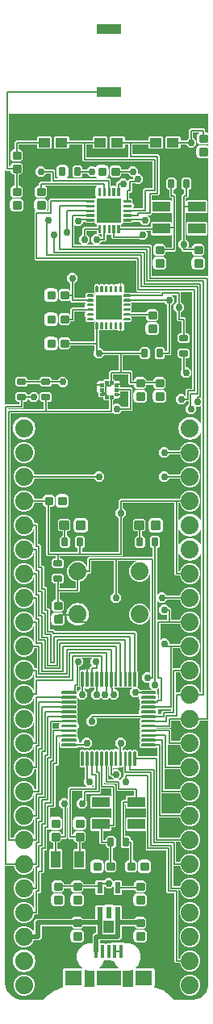
<source format=gbr>
G04 EAGLE Gerber RS-274X export*
G75*
%MOMM*%
%FSLAX34Y34*%
%LPD*%
%INTop Copper*%
%IPPOS*%
%AMOC8*
5,1,8,0,0,1.08239X$1,22.5*%
G01*
%ADD10C,0.460000*%
%ADD11C,0.300000*%
%ADD12C,1.879600*%
%ADD13R,0.400000X1.450000*%
%ADD14R,1.800000X1.500000*%
%ADD15R,2.500000X1.500000*%
%ADD16R,1.250000X1.000000*%
%ADD17C,0.377400*%
%ADD18R,2.540000X1.016000*%
%ADD19C,0.140000*%
%ADD20C,0.140400*%
%ADD21R,2.700000X2.600000*%
%ADD22C,0.065000*%
%ADD23R,2.600000X2.600000*%
%ADD24R,0.550000X1.200000*%
%ADD25R,1.900000X1.100000*%
%ADD26R,1.000000X1.800000*%
%ADD27C,0.031500*%
%ADD28C,0.152400*%
%ADD29C,0.756400*%
%ADD30C,0.508000*%

G36*
X14528Y180084D02*
X14528Y180084D01*
X14529Y180084D01*
X16145Y183984D01*
X19216Y187055D01*
X23228Y188717D01*
X27572Y188717D01*
X31584Y187055D01*
X34655Y183984D01*
X35809Y181198D01*
X35812Y181197D01*
X35813Y181195D01*
X35814Y181196D01*
X35815Y181195D01*
X35816Y181198D01*
X35819Y181200D01*
X35819Y199800D01*
X35817Y199802D01*
X35816Y199805D01*
X35815Y199804D01*
X35814Y199805D01*
X35812Y199803D01*
X35809Y199802D01*
X34655Y197016D01*
X31584Y193945D01*
X27572Y192283D01*
X23228Y192283D01*
X19216Y193945D01*
X16145Y197016D01*
X14483Y201028D01*
X14483Y205372D01*
X16145Y209384D01*
X19216Y212455D01*
X23228Y214117D01*
X27572Y214117D01*
X31584Y212455D01*
X34655Y209384D01*
X35809Y206598D01*
X35812Y206597D01*
X35813Y206595D01*
X35814Y206596D01*
X35815Y206595D01*
X35816Y206598D01*
X35819Y206600D01*
X35819Y225200D01*
X35817Y225202D01*
X35816Y225205D01*
X35815Y225204D01*
X35814Y225205D01*
X35812Y225203D01*
X35809Y225202D01*
X34655Y222416D01*
X31584Y219345D01*
X27572Y217683D01*
X23228Y217683D01*
X19216Y219345D01*
X16145Y222416D01*
X14483Y226428D01*
X14483Y230772D01*
X16145Y234784D01*
X19216Y237855D01*
X23228Y239517D01*
X27572Y239517D01*
X31584Y237855D01*
X34655Y234784D01*
X36271Y230884D01*
X36274Y230883D01*
X36275Y230881D01*
X38354Y230881D01*
X38359Y230886D01*
X38359Y251714D01*
X38354Y251719D01*
X38354Y251718D01*
X38354Y251719D01*
X36275Y251719D01*
X36272Y251716D01*
X36271Y251716D01*
X34655Y247816D01*
X31584Y244745D01*
X27572Y243083D01*
X23228Y243083D01*
X19216Y244745D01*
X16145Y247816D01*
X14483Y251828D01*
X14483Y256172D01*
X16145Y260184D01*
X19216Y263255D01*
X23228Y264917D01*
X27572Y264917D01*
X31584Y263255D01*
X34655Y260184D01*
X35809Y257398D01*
X35812Y257397D01*
X35813Y257395D01*
X35814Y257396D01*
X35815Y257395D01*
X35816Y257398D01*
X35819Y257400D01*
X35819Y276000D01*
X35817Y276002D01*
X35816Y276005D01*
X35815Y276004D01*
X35814Y276005D01*
X35812Y276003D01*
X35809Y276002D01*
X34655Y273216D01*
X31584Y270145D01*
X27572Y268483D01*
X23228Y268483D01*
X19216Y270145D01*
X16145Y273216D01*
X14483Y277228D01*
X14483Y281572D01*
X16145Y285584D01*
X19216Y288655D01*
X23228Y290317D01*
X27572Y290317D01*
X31584Y288655D01*
X34655Y285584D01*
X35809Y282798D01*
X35812Y282797D01*
X35813Y282795D01*
X35814Y282795D01*
X35815Y282795D01*
X35816Y282797D01*
X35819Y282799D01*
X35819Y282800D01*
X35819Y301400D01*
X35817Y301402D01*
X35816Y301405D01*
X35815Y301404D01*
X35814Y301405D01*
X35812Y301403D01*
X35809Y301402D01*
X34655Y298616D01*
X31584Y295545D01*
X27572Y293883D01*
X23228Y293883D01*
X19216Y295545D01*
X16145Y298616D01*
X14483Y302628D01*
X14483Y306972D01*
X16145Y310984D01*
X19216Y314055D01*
X23228Y315717D01*
X27572Y315717D01*
X31584Y314055D01*
X34655Y310984D01*
X35809Y308198D01*
X35812Y308197D01*
X35813Y308195D01*
X35814Y308195D01*
X35815Y308195D01*
X35816Y308198D01*
X35819Y308200D01*
X35819Y326800D01*
X35817Y326802D01*
X35816Y326805D01*
X35815Y326804D01*
X35814Y326805D01*
X35812Y326803D01*
X35809Y326802D01*
X34655Y324016D01*
X31584Y320945D01*
X27572Y319283D01*
X23228Y319283D01*
X19216Y320945D01*
X16145Y324016D01*
X14483Y328028D01*
X14483Y332372D01*
X16145Y336384D01*
X19216Y339455D01*
X23228Y341117D01*
X27572Y341117D01*
X31584Y339455D01*
X34655Y336384D01*
X35809Y333598D01*
X35812Y333597D01*
X35813Y333595D01*
X35814Y333595D01*
X35815Y333595D01*
X35816Y333598D01*
X35819Y333600D01*
X35819Y346385D01*
X36394Y346960D01*
X36395Y346967D01*
X36394Y346967D01*
X36394Y346968D01*
X35819Y347543D01*
X35819Y352200D01*
X35817Y352202D01*
X35816Y352205D01*
X35815Y352204D01*
X35814Y352205D01*
X35812Y352203D01*
X35809Y352202D01*
X34655Y349416D01*
X31584Y346345D01*
X27572Y344683D01*
X23228Y344683D01*
X19216Y346345D01*
X16145Y349416D01*
X14483Y353428D01*
X14483Y357772D01*
X16145Y361784D01*
X19216Y364855D01*
X23228Y366517D01*
X27572Y366517D01*
X31584Y364855D01*
X34655Y361784D01*
X36271Y357884D01*
X36274Y357883D01*
X36275Y357881D01*
X38862Y357881D01*
X38867Y357886D01*
X38866Y357886D01*
X38867Y357886D01*
X38867Y378714D01*
X38862Y378719D01*
X38862Y378718D01*
X38862Y378719D01*
X36275Y378719D01*
X36272Y378716D01*
X36271Y378716D01*
X34655Y374816D01*
X31584Y371745D01*
X27572Y370083D01*
X23228Y370083D01*
X19216Y371745D01*
X16145Y374816D01*
X14483Y378828D01*
X14483Y383172D01*
X16145Y387184D01*
X19216Y390255D01*
X23228Y391917D01*
X27572Y391917D01*
X31584Y390255D01*
X34655Y387184D01*
X35809Y384398D01*
X35812Y384397D01*
X35813Y384395D01*
X35814Y384396D01*
X35815Y384395D01*
X35816Y384398D01*
X35819Y384400D01*
X35819Y403000D01*
X35817Y403002D01*
X35816Y403005D01*
X35815Y403004D01*
X35814Y403005D01*
X35812Y403003D01*
X35809Y403002D01*
X34655Y400216D01*
X31584Y397145D01*
X27572Y395483D01*
X23228Y395483D01*
X19216Y397145D01*
X16145Y400216D01*
X14483Y404228D01*
X14483Y408572D01*
X16145Y412584D01*
X19216Y415655D01*
X23228Y417317D01*
X27572Y417317D01*
X31584Y415655D01*
X34655Y412584D01*
X35809Y409798D01*
X35812Y409797D01*
X35813Y409795D01*
X35814Y409795D01*
X35815Y409795D01*
X35816Y409798D01*
X35819Y409800D01*
X35819Y428400D01*
X35817Y428402D01*
X35816Y428405D01*
X35815Y428404D01*
X35814Y428405D01*
X35812Y428403D01*
X35809Y428402D01*
X34655Y425616D01*
X31584Y422545D01*
X27572Y420883D01*
X23228Y420883D01*
X19216Y422545D01*
X16145Y425616D01*
X14483Y429628D01*
X14483Y433972D01*
X16145Y437984D01*
X19216Y441055D01*
X23228Y442717D01*
X27572Y442717D01*
X31584Y441055D01*
X34655Y437984D01*
X35809Y435198D01*
X35812Y435197D01*
X35813Y435195D01*
X35814Y435196D01*
X35815Y435195D01*
X35816Y435198D01*
X35819Y435200D01*
X35819Y453800D01*
X35817Y453802D01*
X35816Y453805D01*
X35815Y453804D01*
X35814Y453805D01*
X35812Y453803D01*
X35809Y453802D01*
X34655Y451016D01*
X31584Y447945D01*
X27572Y446283D01*
X23228Y446283D01*
X19216Y447945D01*
X16145Y451016D01*
X14483Y455028D01*
X14483Y459372D01*
X16145Y463384D01*
X19216Y466455D01*
X23228Y468117D01*
X27572Y468117D01*
X31584Y466455D01*
X34655Y463384D01*
X35809Y460598D01*
X35812Y460597D01*
X35813Y460595D01*
X35814Y460595D01*
X35815Y460595D01*
X35816Y460598D01*
X35819Y460600D01*
X35819Y479200D01*
X35817Y479202D01*
X35816Y479205D01*
X35815Y479204D01*
X35814Y479205D01*
X35812Y479203D01*
X35809Y479202D01*
X34655Y476416D01*
X31584Y473345D01*
X27572Y471683D01*
X23228Y471683D01*
X19216Y473345D01*
X16145Y476416D01*
X14483Y480428D01*
X14483Y484772D01*
X16145Y488784D01*
X19216Y491855D01*
X23228Y493517D01*
X27572Y493517D01*
X31584Y491855D01*
X34655Y488784D01*
X35809Y485998D01*
X35812Y485997D01*
X35813Y485995D01*
X35814Y485995D01*
X35815Y485995D01*
X35816Y485998D01*
X35819Y486000D01*
X35819Y504600D01*
X35817Y504602D01*
X35816Y504605D01*
X35815Y504604D01*
X35814Y504605D01*
X35811Y504603D01*
X35809Y504602D01*
X34655Y501816D01*
X31584Y498745D01*
X27572Y497083D01*
X23228Y497083D01*
X19216Y498745D01*
X16145Y501816D01*
X14483Y505828D01*
X14483Y510172D01*
X16145Y514184D01*
X19216Y517255D01*
X23228Y518917D01*
X27572Y518917D01*
X31584Y517255D01*
X34655Y514184D01*
X36271Y510284D01*
X36274Y510283D01*
X36275Y510281D01*
X39045Y510281D01*
X40381Y508945D01*
X40381Y487934D01*
X40386Y487929D01*
X40386Y487930D01*
X40386Y487929D01*
X42093Y487929D01*
X43429Y486593D01*
X43429Y465582D01*
X43434Y465577D01*
X43434Y465578D01*
X43434Y465577D01*
X45141Y465577D01*
X46477Y464241D01*
X46477Y443230D01*
X46482Y443225D01*
X46482Y443226D01*
X46482Y443225D01*
X48189Y443225D01*
X49525Y441889D01*
X49525Y420878D01*
X49530Y420873D01*
X49530Y420874D01*
X49530Y420873D01*
X51237Y420873D01*
X52573Y419537D01*
X52573Y398526D01*
X52578Y398521D01*
X52578Y398522D01*
X52578Y398521D01*
X57333Y398521D01*
X58669Y397185D01*
X58669Y396494D01*
X58674Y396489D01*
X58674Y396490D01*
X58674Y396489D01*
X142745Y396489D01*
X144081Y395153D01*
X144081Y355259D01*
X144083Y355258D01*
X144083Y355256D01*
X144719Y354619D01*
X144719Y338581D01*
X144188Y338050D01*
X144188Y338048D01*
X144187Y338047D01*
X144188Y338045D01*
X144188Y338043D01*
X144190Y338043D01*
X144192Y338041D01*
X144436Y338041D01*
X147541Y334936D01*
X147541Y334692D01*
X147542Y334690D01*
X147542Y334689D01*
X147544Y334688D01*
X147546Y334687D01*
X147547Y334688D01*
X147550Y334688D01*
X148081Y335219D01*
X160192Y335219D01*
X160193Y335220D01*
X160195Y335220D01*
X160195Y335222D01*
X160197Y335224D01*
X160195Y335225D01*
X160195Y335228D01*
X157259Y338164D01*
X157259Y342556D01*
X160364Y345661D01*
X160782Y345661D01*
X160787Y345666D01*
X160786Y345666D01*
X160787Y345666D01*
X160787Y345694D01*
X160782Y345699D01*
X160782Y345698D01*
X160782Y345699D01*
X160158Y345699D01*
X160156Y345697D01*
X160154Y345697D01*
X157136Y342679D01*
X152744Y342679D01*
X149639Y345784D01*
X149639Y350176D01*
X152744Y353281D01*
X157136Y353281D01*
X157730Y352687D01*
X157732Y352687D01*
X157733Y352685D01*
X157734Y352686D01*
X157734Y352685D01*
X157735Y352686D01*
X157737Y352686D01*
X157737Y352688D01*
X157739Y352690D01*
X157739Y412101D01*
X157737Y412103D01*
X157736Y412105D01*
X157735Y412105D01*
X157734Y412106D01*
X157732Y412104D01*
X157729Y412103D01*
X156067Y408090D01*
X152996Y405019D01*
X148984Y403357D01*
X144640Y403357D01*
X140628Y405019D01*
X137557Y408090D01*
X135895Y412102D01*
X135895Y416446D01*
X137557Y420458D01*
X140628Y423529D01*
X144640Y425191D01*
X148984Y425191D01*
X152996Y423529D01*
X156067Y420458D01*
X157729Y416445D01*
X157732Y416444D01*
X157733Y416442D01*
X157734Y416443D01*
X157735Y416443D01*
X157736Y416445D01*
X157739Y416447D01*
X157739Y457313D01*
X157737Y457315D01*
X157736Y457317D01*
X157735Y457317D01*
X157734Y457318D01*
X157734Y457317D01*
X157731Y457315D01*
X157729Y457315D01*
X156067Y453302D01*
X152996Y450231D01*
X148984Y448569D01*
X144640Y448569D01*
X140628Y450231D01*
X137557Y453302D01*
X135895Y457314D01*
X135895Y461658D01*
X137557Y465670D01*
X140628Y468741D01*
X144027Y470149D01*
X144028Y470152D01*
X144030Y470153D01*
X144030Y470154D01*
X144030Y470155D01*
X144028Y470156D01*
X144025Y470159D01*
X124206Y470159D01*
X124201Y470154D01*
X124202Y470154D01*
X124201Y470154D01*
X124201Y437018D01*
X124203Y437016D01*
X124203Y437014D01*
X127221Y433996D01*
X127221Y429604D01*
X124116Y426499D01*
X119724Y426499D01*
X116619Y429604D01*
X116619Y433996D01*
X119637Y437014D01*
X119638Y437017D01*
X119639Y437018D01*
X119639Y470154D01*
X119634Y470159D01*
X119634Y470158D01*
X119634Y470159D01*
X96266Y470159D01*
X96261Y470154D01*
X96262Y470154D01*
X96261Y470154D01*
X96261Y458541D01*
X94925Y457205D01*
X92663Y457205D01*
X92660Y457202D01*
X92659Y457202D01*
X91043Y453302D01*
X87972Y450231D01*
X84072Y448615D01*
X84071Y448612D01*
X84069Y448611D01*
X84069Y438475D01*
X82733Y437139D01*
X63246Y437139D01*
X63241Y437134D01*
X63242Y437134D01*
X63241Y437134D01*
X63241Y429734D01*
X63246Y429729D01*
X63246Y429730D01*
X63246Y429729D01*
X64892Y429729D01*
X67129Y427492D01*
X67129Y419728D01*
X64892Y417491D01*
X57028Y417491D01*
X54791Y419728D01*
X54791Y427492D01*
X57028Y429729D01*
X58674Y429729D01*
X58679Y429734D01*
X58678Y429734D01*
X58679Y429734D01*
X58679Y446566D01*
X58674Y446571D01*
X58674Y446570D01*
X58674Y446571D01*
X56786Y446571D01*
X54791Y448566D01*
X54791Y455014D01*
X56786Y457009D01*
X65134Y457009D01*
X67129Y455014D01*
X67129Y448566D01*
X65134Y446571D01*
X63246Y446571D01*
X63241Y446566D01*
X63242Y446566D01*
X63241Y446566D01*
X63241Y441706D01*
X63246Y441701D01*
X63246Y441702D01*
X63246Y441701D01*
X79502Y441701D01*
X79507Y441706D01*
X79506Y441706D01*
X79507Y441706D01*
X79507Y448611D01*
X79504Y448614D01*
X79504Y448615D01*
X75604Y450231D01*
X72533Y453302D01*
X70871Y457314D01*
X70871Y461658D01*
X72533Y465670D01*
X75604Y468741D01*
X79616Y470403D01*
X83960Y470403D01*
X87972Y468741D01*
X91043Y465670D01*
X91689Y464110D01*
X91692Y464109D01*
X91693Y464107D01*
X91694Y464108D01*
X91695Y464107D01*
X91696Y464110D01*
X91699Y464112D01*
X91699Y473385D01*
X93035Y474721D01*
X160604Y474721D01*
X160609Y474726D01*
X160608Y474726D01*
X160609Y474726D01*
X160609Y484046D01*
X160604Y484051D01*
X160604Y484050D01*
X160604Y484051D01*
X159666Y484051D01*
X157671Y486046D01*
X157671Y494394D01*
X159666Y496389D01*
X166114Y496389D01*
X168109Y494394D01*
X168109Y486046D01*
X166114Y484051D01*
X165176Y484051D01*
X165171Y484046D01*
X165172Y484046D01*
X165171Y484046D01*
X165171Y476613D01*
X165173Y476611D01*
X165173Y476609D01*
X165349Y476433D01*
X165349Y434478D01*
X165350Y434477D01*
X165350Y434475D01*
X165352Y434475D01*
X165354Y434473D01*
X165355Y434475D01*
X165358Y434475D01*
X167984Y437101D01*
X172376Y437101D01*
X175394Y434083D01*
X175397Y434082D01*
X175398Y434081D01*
X188725Y434081D01*
X188728Y434084D01*
X188729Y434084D01*
X190345Y437984D01*
X193416Y441055D01*
X197428Y442717D01*
X201772Y442717D01*
X205784Y441055D01*
X208855Y437984D01*
X210517Y433972D01*
X210517Y429628D01*
X208855Y425616D01*
X205784Y422545D01*
X201772Y420883D01*
X197428Y420883D01*
X193416Y422545D01*
X190345Y425616D01*
X188729Y429516D01*
X188726Y429517D01*
X188725Y429519D01*
X175398Y429519D01*
X175396Y429517D01*
X175394Y429517D01*
X172376Y426499D01*
X167984Y426499D01*
X165358Y429125D01*
X165356Y429125D01*
X165355Y429127D01*
X165353Y429126D01*
X165351Y429126D01*
X165351Y429123D01*
X165349Y429122D01*
X165349Y408686D01*
X165354Y408681D01*
X165354Y408682D01*
X165354Y408681D01*
X175514Y408681D01*
X175519Y408686D01*
X175518Y408686D01*
X175519Y408686D01*
X175519Y414390D01*
X175518Y414391D01*
X175518Y414393D01*
X175516Y414393D01*
X175514Y414395D01*
X175513Y414393D01*
X175510Y414393D01*
X174916Y413799D01*
X170524Y413799D01*
X167419Y416904D01*
X167419Y421296D01*
X170524Y424401D01*
X174916Y424401D01*
X177934Y421383D01*
X177937Y421382D01*
X177938Y421381D01*
X178745Y421381D01*
X180081Y420045D01*
X180081Y408686D01*
X180086Y408681D01*
X180086Y408682D01*
X180086Y408681D01*
X188725Y408681D01*
X188728Y408684D01*
X188729Y408684D01*
X190345Y412584D01*
X193416Y415655D01*
X197428Y417317D01*
X201772Y417317D01*
X205784Y415655D01*
X208855Y412584D01*
X210517Y408572D01*
X210517Y404228D01*
X208855Y400216D01*
X205784Y397145D01*
X201772Y395483D01*
X197428Y395483D01*
X193416Y397145D01*
X190345Y400216D01*
X188729Y404116D01*
X188726Y404117D01*
X188725Y404119D01*
X168402Y404119D01*
X168397Y404114D01*
X168398Y404114D01*
X168397Y404114D01*
X168397Y386726D01*
X168398Y386725D01*
X168398Y386723D01*
X168400Y386723D01*
X168402Y386721D01*
X168402Y386722D01*
X168402Y386721D01*
X168404Y386723D01*
X168406Y386723D01*
X170524Y388841D01*
X174916Y388841D01*
X178021Y385736D01*
X178021Y383286D01*
X178026Y383281D01*
X178026Y383282D01*
X178026Y383281D01*
X188725Y383281D01*
X188728Y383284D01*
X188729Y383284D01*
X190345Y387184D01*
X193416Y390255D01*
X197428Y391917D01*
X201772Y391917D01*
X205784Y390255D01*
X208855Y387184D01*
X210517Y383172D01*
X210517Y378828D01*
X208855Y374816D01*
X205784Y371745D01*
X201772Y370083D01*
X197428Y370083D01*
X193416Y371745D01*
X190345Y374816D01*
X188729Y378716D01*
X188726Y378717D01*
X188725Y378719D01*
X181610Y378719D01*
X181605Y378714D01*
X181606Y378714D01*
X181605Y378714D01*
X181605Y357886D01*
X181610Y357881D01*
X181610Y357882D01*
X181610Y357881D01*
X188725Y357881D01*
X188728Y357884D01*
X188729Y357884D01*
X190345Y361784D01*
X193416Y364855D01*
X197428Y366517D01*
X201772Y366517D01*
X205784Y364855D01*
X208855Y361784D01*
X210517Y357772D01*
X210517Y353428D01*
X208855Y349416D01*
X205784Y346345D01*
X201772Y344683D01*
X197428Y344683D01*
X193416Y346345D01*
X190345Y349416D01*
X188729Y353316D01*
X188726Y353317D01*
X188725Y353319D01*
X184658Y353319D01*
X184653Y353314D01*
X184654Y353314D01*
X184653Y353314D01*
X184653Y332486D01*
X184658Y332481D01*
X184658Y332482D01*
X184658Y332481D01*
X188725Y332481D01*
X188728Y332484D01*
X188729Y332484D01*
X190345Y336384D01*
X193416Y339455D01*
X197428Y341117D01*
X201772Y341117D01*
X205784Y339455D01*
X208855Y336384D01*
X210471Y332484D01*
X210474Y332483D01*
X210475Y332481D01*
X211074Y332481D01*
X211079Y332486D01*
X211078Y332486D01*
X211079Y332486D01*
X211079Y479280D01*
X211077Y479282D01*
X211076Y479285D01*
X211075Y479284D01*
X211074Y479285D01*
X211072Y479283D01*
X211069Y479282D01*
X210659Y478019D01*
X209806Y476346D01*
X208702Y474826D01*
X207374Y473498D01*
X205854Y472394D01*
X204181Y471541D01*
X202394Y470961D01*
X200539Y470667D01*
X199605Y470667D01*
X199605Y482600D01*
X199605Y494533D01*
X200539Y494533D01*
X202394Y494239D01*
X204181Y493659D01*
X205854Y492806D01*
X207374Y491702D01*
X208702Y490374D01*
X209806Y488854D01*
X210659Y487181D01*
X211069Y485918D01*
X211071Y485917D01*
X211073Y485915D01*
X211074Y485915D01*
X211075Y485915D01*
X211076Y485918D01*
X211079Y485920D01*
X211079Y504680D01*
X211077Y504682D01*
X211076Y504685D01*
X211075Y504684D01*
X211074Y504685D01*
X211072Y504683D01*
X211069Y504682D01*
X210659Y503419D01*
X209806Y501746D01*
X208702Y500226D01*
X207374Y498898D01*
X205854Y497794D01*
X204181Y496941D01*
X202394Y496361D01*
X200539Y496067D01*
X199605Y496067D01*
X199605Y508000D01*
X199605Y519933D01*
X200539Y519933D01*
X202394Y519639D01*
X204181Y519059D01*
X205854Y518206D01*
X207374Y517102D01*
X208702Y515774D01*
X209806Y514254D01*
X210659Y512581D01*
X211069Y511318D01*
X211071Y511317D01*
X211073Y511315D01*
X211074Y511315D01*
X211075Y511315D01*
X211076Y511318D01*
X211079Y511320D01*
X211079Y606280D01*
X211077Y606282D01*
X211076Y606285D01*
X211075Y606284D01*
X211074Y606285D01*
X211072Y606283D01*
X211069Y606282D01*
X210659Y605019D01*
X209806Y603346D01*
X208702Y601826D01*
X207374Y600498D01*
X205854Y599394D01*
X204181Y598541D01*
X202394Y597961D01*
X200539Y597667D01*
X199605Y597667D01*
X199605Y609600D01*
X199605Y621533D01*
X200539Y621533D01*
X202394Y621239D01*
X204181Y620659D01*
X205854Y619806D01*
X207374Y618702D01*
X208702Y617374D01*
X209806Y615854D01*
X210659Y614181D01*
X211069Y612918D01*
X211071Y612917D01*
X211073Y612915D01*
X211074Y612915D01*
X211075Y612915D01*
X211076Y612918D01*
X211079Y612920D01*
X211079Y633818D01*
X211078Y633819D01*
X211078Y633821D01*
X211076Y633821D01*
X211074Y633823D01*
X211074Y633822D01*
X211073Y633822D01*
X211072Y633821D01*
X211070Y633821D01*
X209488Y632239D01*
X205850Y632239D01*
X205849Y632238D01*
X205847Y632238D01*
X205847Y632236D01*
X205845Y632234D01*
X205847Y632233D01*
X205847Y632230D01*
X205961Y632116D01*
X205961Y627724D01*
X202856Y624619D01*
X198464Y624619D01*
X195359Y627724D01*
X195359Y632116D01*
X197925Y634682D01*
X197926Y634685D01*
X197927Y634686D01*
X197927Y637794D01*
X197922Y637799D01*
X197922Y637798D01*
X197922Y637799D01*
X195718Y637799D01*
X195716Y637797D01*
X195714Y637797D01*
X192696Y634779D01*
X188304Y634779D01*
X185199Y637884D01*
X185199Y642276D01*
X188304Y645381D01*
X192696Y645381D01*
X194870Y643207D01*
X194872Y643207D01*
X194873Y643205D01*
X194875Y643206D01*
X194877Y643206D01*
X194877Y643209D01*
X194879Y643210D01*
X194879Y649661D01*
X196215Y650997D01*
X201930Y650997D01*
X201935Y651002D01*
X201934Y651002D01*
X201935Y651002D01*
X201935Y752602D01*
X201930Y752607D01*
X201930Y752606D01*
X201930Y752607D01*
X189895Y752607D01*
X189894Y752606D01*
X189892Y752606D01*
X189892Y752604D01*
X189890Y752602D01*
X189892Y752601D01*
X189892Y752598D01*
X190241Y752249D01*
X190241Y741818D01*
X190243Y741816D01*
X190243Y741814D01*
X193261Y738796D01*
X193261Y734404D01*
X190243Y731386D01*
X190242Y731383D01*
X190241Y731382D01*
X190241Y726186D01*
X190246Y726181D01*
X190246Y726182D01*
X190246Y726181D01*
X193985Y726181D01*
X195321Y724845D01*
X195321Y709134D01*
X195326Y709129D01*
X195326Y709130D01*
X195326Y709129D01*
X197214Y709129D01*
X199209Y707134D01*
X199209Y700686D01*
X197214Y698691D01*
X188866Y698691D01*
X186871Y700686D01*
X186871Y707134D01*
X188866Y709129D01*
X190754Y709129D01*
X190759Y709134D01*
X190758Y709134D01*
X190759Y709134D01*
X190759Y721614D01*
X190754Y721619D01*
X190754Y721618D01*
X190754Y721619D01*
X187015Y721619D01*
X185679Y722955D01*
X185679Y731382D01*
X185677Y731384D01*
X185677Y731386D01*
X182659Y734404D01*
X182659Y738796D01*
X185677Y741814D01*
X185677Y741816D01*
X185679Y741817D01*
X185679Y741818D01*
X185679Y749018D01*
X185674Y749023D01*
X185674Y749022D01*
X185674Y749023D01*
X180506Y749023D01*
X180505Y749022D01*
X180503Y749022D01*
X180503Y749020D01*
X180501Y749018D01*
X180503Y749017D01*
X180503Y749014D01*
X183101Y746416D01*
X183101Y742024D01*
X180083Y739006D01*
X180082Y739003D01*
X180081Y739002D01*
X180081Y687395D01*
X178745Y686059D01*
X173194Y686059D01*
X173189Y686054D01*
X173190Y686054D01*
X173189Y686054D01*
X173189Y684166D01*
X171194Y682171D01*
X164746Y682171D01*
X162751Y684166D01*
X162751Y692514D01*
X164746Y694509D01*
X171194Y694509D01*
X173189Y692514D01*
X173189Y690626D01*
X173194Y690621D01*
X173194Y690622D01*
X173194Y690621D01*
X175514Y690621D01*
X175519Y690626D01*
X175518Y690626D01*
X175519Y690626D01*
X175519Y739002D01*
X175517Y739004D01*
X175517Y739006D01*
X172706Y741817D01*
X172703Y741817D01*
X172703Y741818D01*
X172702Y741819D01*
X137708Y741819D01*
X137706Y741817D01*
X137705Y741817D01*
X137491Y741604D01*
X137491Y741601D01*
X137490Y741600D01*
X137490Y741599D01*
X137490Y741597D01*
X137491Y741597D01*
X137491Y741596D01*
X138469Y740618D01*
X138469Y737582D01*
X137491Y736604D01*
X137491Y736602D01*
X137490Y736602D01*
X137491Y736601D01*
X137490Y736597D01*
X137491Y736597D01*
X137491Y736596D01*
X138469Y735618D01*
X138469Y732582D01*
X137491Y731604D01*
X137490Y731597D01*
X137491Y731597D01*
X137491Y731596D01*
X137705Y731383D01*
X137707Y731382D01*
X137708Y731381D01*
X153846Y731381D01*
X153851Y731386D01*
X153850Y731386D01*
X153851Y731386D01*
X153851Y732292D01*
X156088Y734529D01*
X163952Y734529D01*
X166189Y732292D01*
X166189Y724528D01*
X163952Y722291D01*
X156088Y722291D01*
X153851Y724528D01*
X153851Y726814D01*
X153846Y726819D01*
X153846Y726818D01*
X153846Y726819D01*
X137708Y726819D01*
X137706Y726817D01*
X137705Y726817D01*
X137491Y726604D01*
X137490Y726597D01*
X137491Y726597D01*
X137491Y726596D01*
X138469Y725618D01*
X138469Y722582D01*
X137168Y721281D01*
X130452Y721281D01*
X130451Y721279D01*
X130447Y721276D01*
X130448Y721276D01*
X130448Y721275D01*
X130635Y720574D01*
X130635Y717405D01*
X126800Y717405D01*
X126795Y717401D01*
X126795Y717400D01*
X126795Y711415D01*
X125776Y711415D01*
X124952Y711635D01*
X124214Y712062D01*
X123612Y712664D01*
X123593Y712697D01*
X123592Y712697D01*
X123591Y712697D01*
X123587Y712699D01*
X123586Y712698D01*
X123585Y712698D01*
X123318Y712431D01*
X120282Y712431D01*
X119304Y713409D01*
X119297Y713410D01*
X119297Y713409D01*
X119296Y713409D01*
X118318Y712431D01*
X115282Y712431D01*
X114304Y713409D01*
X114297Y713410D01*
X114297Y713409D01*
X114296Y713409D01*
X113318Y712431D01*
X110282Y712431D01*
X109304Y713409D01*
X109297Y713410D01*
X109297Y713409D01*
X109296Y713409D01*
X108318Y712431D01*
X105282Y712431D01*
X104304Y713409D01*
X104297Y713410D01*
X104297Y713409D01*
X104296Y713409D01*
X104083Y713195D01*
X104083Y713194D01*
X104082Y713194D01*
X104083Y713194D01*
X104082Y713193D01*
X104081Y713192D01*
X104081Y693646D01*
X104086Y693641D01*
X104086Y693642D01*
X104086Y693641D01*
X106336Y693641D01*
X109354Y690623D01*
X109357Y690622D01*
X109358Y690621D01*
X146846Y690621D01*
X146851Y690626D01*
X146850Y690626D01*
X146851Y690626D01*
X146851Y692514D01*
X148846Y694509D01*
X155294Y694509D01*
X157289Y692514D01*
X157289Y684166D01*
X155294Y682171D01*
X148846Y682171D01*
X146851Y684166D01*
X146851Y686054D01*
X146846Y686059D01*
X146846Y686058D01*
X146846Y686059D01*
X129286Y686059D01*
X129281Y686054D01*
X129282Y686054D01*
X129281Y686054D01*
X129281Y670306D01*
X129286Y670301D01*
X129286Y670302D01*
X129286Y670301D01*
X138105Y670301D01*
X139441Y668965D01*
X139441Y659576D01*
X139446Y659571D01*
X139446Y659572D01*
X139446Y659571D01*
X141146Y659571D01*
X141151Y659576D01*
X141150Y659576D01*
X141151Y659576D01*
X141151Y661172D01*
X143388Y663409D01*
X151252Y663409D01*
X153489Y661172D01*
X153489Y659576D01*
X153494Y659571D01*
X153494Y659572D01*
X153494Y659571D01*
X161466Y659571D01*
X161471Y659576D01*
X161470Y659576D01*
X161471Y659576D01*
X161471Y661172D01*
X163708Y663409D01*
X171572Y663409D01*
X173809Y661172D01*
X173809Y653408D01*
X171572Y651171D01*
X163708Y651171D01*
X161471Y653408D01*
X161471Y655004D01*
X161466Y655009D01*
X161466Y655008D01*
X161466Y655009D01*
X153494Y655009D01*
X153489Y655004D01*
X153490Y655004D01*
X153489Y655004D01*
X153489Y653408D01*
X151252Y651171D01*
X143388Y651171D01*
X141151Y653408D01*
X141151Y655004D01*
X141146Y655009D01*
X141146Y655008D01*
X141146Y655009D01*
X136215Y655009D01*
X134879Y656345D01*
X134879Y665734D01*
X134874Y665739D01*
X134874Y665738D01*
X134874Y665739D01*
X119086Y665739D01*
X119081Y665734D01*
X119082Y665734D01*
X119081Y665734D01*
X119081Y661164D01*
X119086Y661159D01*
X119086Y661160D01*
X119086Y661159D01*
X119237Y661159D01*
X120219Y660177D01*
X120219Y659530D01*
X120224Y659525D01*
X120224Y659526D01*
X120224Y659525D01*
X121945Y659525D01*
X121945Y655240D01*
X121949Y655235D01*
X121950Y655235D01*
X126385Y655235D01*
X126385Y653293D01*
X126202Y652608D01*
X126156Y652529D01*
X126156Y652528D01*
X126155Y652527D01*
X126156Y652525D01*
X126157Y652522D01*
X126159Y652523D01*
X126160Y652521D01*
X138105Y652521D01*
X139441Y651185D01*
X139441Y628975D01*
X138105Y627639D01*
X128086Y627639D01*
X128084Y627637D01*
X128082Y627637D01*
X125064Y624619D01*
X120672Y624619D01*
X118972Y626319D01*
X118970Y626319D01*
X118969Y626320D01*
X118968Y626320D01*
X118967Y626319D01*
X118965Y626319D01*
X117745Y625099D01*
X11656Y625099D01*
X11651Y625094D01*
X11652Y625094D01*
X11651Y625094D01*
X11651Y180086D01*
X11656Y180081D01*
X11656Y180082D01*
X11656Y180081D01*
X14525Y180081D01*
X14528Y180084D01*
G37*
G36*
X23240Y10097D02*
X23240Y10097D01*
X23240Y10098D01*
X23241Y10098D01*
X23380Y10155D01*
X24979Y10155D01*
X26573Y10287D01*
X26985Y10155D01*
X26986Y10156D01*
X26987Y10155D01*
X45543Y10155D01*
X45545Y10157D01*
X45547Y10157D01*
X47416Y12798D01*
X56594Y19583D01*
X67435Y23155D01*
X67509Y23155D01*
X67511Y23157D01*
X67514Y23158D01*
X67513Y23159D01*
X67514Y23160D01*
X67512Y23162D01*
X67511Y23165D01*
X67014Y23371D01*
X66301Y24084D01*
X65915Y25016D01*
X65915Y33015D01*
X77450Y33015D01*
X88985Y33015D01*
X88985Y25016D01*
X88599Y24084D01*
X87886Y23371D01*
X87389Y23165D01*
X87388Y23162D01*
X87386Y23161D01*
X87386Y23160D01*
X87386Y23159D01*
X87389Y23157D01*
X87391Y23155D01*
X100859Y23155D01*
X100861Y23157D01*
X100864Y23158D01*
X100863Y23159D01*
X100864Y23160D01*
X100862Y23162D01*
X100861Y23165D01*
X100364Y23371D01*
X99651Y24084D01*
X99265Y25016D01*
X99265Y33015D01*
X114300Y33015D01*
X129335Y33015D01*
X129335Y25016D01*
X128949Y24084D01*
X128236Y23371D01*
X127739Y23165D01*
X127738Y23162D01*
X127736Y23161D01*
X127736Y23160D01*
X127736Y23159D01*
X127739Y23157D01*
X127741Y23155D01*
X141209Y23155D01*
X141211Y23157D01*
X141214Y23158D01*
X141213Y23159D01*
X141214Y23160D01*
X141212Y23162D01*
X141211Y23165D01*
X140714Y23371D01*
X140001Y24084D01*
X139615Y25016D01*
X139615Y33015D01*
X151150Y33015D01*
X162685Y33015D01*
X162685Y25016D01*
X162299Y24084D01*
X161586Y23371D01*
X160945Y23105D01*
X160945Y23104D01*
X160943Y23103D01*
X160944Y23101D01*
X160943Y23100D01*
X160945Y23098D01*
X160946Y23096D01*
X171184Y19873D01*
X180143Y13610D01*
X182799Y10157D01*
X182802Y10157D01*
X182803Y10155D01*
X203200Y10155D01*
X205584Y10343D01*
X205585Y10343D01*
X205586Y10343D01*
X210120Y11816D01*
X210121Y11817D01*
X210122Y11817D01*
X213979Y14620D01*
X213979Y14621D01*
X213980Y14621D01*
X216783Y18478D01*
X216783Y18479D01*
X216784Y18480D01*
X218257Y23014D01*
X218257Y23015D01*
X218257Y23016D01*
X218266Y23123D01*
X218266Y23132D01*
X218266Y23133D01*
X218280Y23306D01*
X218281Y23316D01*
X218295Y23490D01*
X218295Y23500D01*
X218309Y23674D01*
X218310Y23684D01*
X218323Y23858D01*
X218324Y23868D01*
X218338Y24042D01*
X218339Y24052D01*
X218352Y24226D01*
X218353Y24236D01*
X218368Y24419D01*
X218368Y24429D01*
X218382Y24603D01*
X218383Y24613D01*
X218397Y24787D01*
X218397Y24797D01*
X218411Y24971D01*
X218412Y24981D01*
X218426Y25155D01*
X218426Y25165D01*
X218440Y25339D01*
X218441Y25349D01*
X218445Y25400D01*
X218445Y302514D01*
X218440Y302519D01*
X218440Y302518D01*
X218440Y302519D01*
X210475Y302519D01*
X210472Y302516D01*
X210471Y302516D01*
X208855Y298616D01*
X205784Y295545D01*
X201772Y293883D01*
X197428Y293883D01*
X193416Y295545D01*
X190345Y298616D01*
X188729Y302516D01*
X188726Y302517D01*
X188725Y302519D01*
X180086Y302519D01*
X180081Y302514D01*
X180082Y302514D01*
X180081Y302514D01*
X180081Y296355D01*
X178745Y295019D01*
X164759Y295019D01*
X164758Y295017D01*
X164756Y295017D01*
X164542Y294804D01*
X164542Y294801D01*
X164541Y294800D01*
X164542Y294799D01*
X164542Y294797D01*
X164542Y294796D01*
X164756Y294583D01*
X164758Y294582D01*
X164759Y294581D01*
X178745Y294581D01*
X180081Y293245D01*
X180081Y281686D01*
X180086Y281681D01*
X180086Y281682D01*
X180086Y281681D01*
X188725Y281681D01*
X188728Y281684D01*
X188729Y281684D01*
X190345Y285584D01*
X193416Y288655D01*
X197428Y290317D01*
X201772Y290317D01*
X205784Y288655D01*
X208855Y285584D01*
X210517Y281572D01*
X210517Y277228D01*
X208855Y273216D01*
X205784Y270145D01*
X201772Y268483D01*
X197428Y268483D01*
X193416Y270145D01*
X190345Y273216D01*
X188729Y277116D01*
X188726Y277117D01*
X188725Y277119D01*
X176855Y277119D01*
X176026Y277948D01*
X176024Y277948D01*
X176023Y277950D01*
X176021Y277948D01*
X176019Y277949D01*
X176019Y277946D01*
X176017Y277945D01*
X176017Y256286D01*
X176022Y256281D01*
X176022Y256282D01*
X176022Y256281D01*
X188725Y256281D01*
X188728Y256284D01*
X188729Y256284D01*
X190345Y260184D01*
X193416Y263255D01*
X197428Y264917D01*
X201772Y264917D01*
X205784Y263255D01*
X208855Y260184D01*
X210517Y256172D01*
X210517Y251828D01*
X208855Y247816D01*
X205784Y244745D01*
X201772Y243083D01*
X197428Y243083D01*
X193416Y244745D01*
X190345Y247816D01*
X188729Y251716D01*
X188726Y251717D01*
X188725Y251719D01*
X172974Y251719D01*
X172969Y251714D01*
X172970Y251714D01*
X172969Y251714D01*
X172969Y230886D01*
X172974Y230881D01*
X172974Y230882D01*
X172974Y230881D01*
X188725Y230881D01*
X188728Y230884D01*
X188729Y230884D01*
X190345Y234784D01*
X193416Y237855D01*
X197428Y239517D01*
X201772Y239517D01*
X205784Y237855D01*
X208855Y234784D01*
X210517Y230772D01*
X210517Y226428D01*
X208855Y222416D01*
X205784Y219345D01*
X201772Y217683D01*
X197428Y217683D01*
X193416Y219345D01*
X190345Y222416D01*
X188729Y226316D01*
X188726Y226317D01*
X188725Y226319D01*
X169926Y226319D01*
X169921Y226314D01*
X169922Y226314D01*
X169921Y226314D01*
X169921Y205486D01*
X169926Y205481D01*
X169926Y205482D01*
X169926Y205481D01*
X188725Y205481D01*
X188728Y205484D01*
X188729Y205484D01*
X190345Y209384D01*
X193416Y212455D01*
X197428Y214117D01*
X201772Y214117D01*
X205784Y212455D01*
X208855Y209384D01*
X210517Y205372D01*
X210517Y201028D01*
X208855Y197016D01*
X205784Y193945D01*
X201772Y192283D01*
X197428Y192283D01*
X193416Y193945D01*
X190345Y197016D01*
X188729Y200916D01*
X188726Y200917D01*
X188725Y200919D01*
X166878Y200919D01*
X166873Y200914D01*
X166874Y200914D01*
X166873Y200914D01*
X166873Y180086D01*
X166878Y180081D01*
X166878Y180082D01*
X166878Y180081D01*
X188725Y180081D01*
X188728Y180084D01*
X188729Y180084D01*
X190345Y183984D01*
X193416Y187055D01*
X197428Y188717D01*
X201772Y188717D01*
X205784Y187055D01*
X208855Y183984D01*
X210517Y179972D01*
X210517Y175628D01*
X208855Y171616D01*
X205784Y168545D01*
X201772Y166883D01*
X197428Y166883D01*
X193416Y168545D01*
X190345Y171616D01*
X188729Y175516D01*
X188726Y175517D01*
X188725Y175519D01*
X185166Y175519D01*
X185161Y175514D01*
X185162Y175514D01*
X185161Y175514D01*
X185161Y154686D01*
X185166Y154681D01*
X185166Y154682D01*
X185166Y154681D01*
X188725Y154681D01*
X188728Y154684D01*
X188729Y154684D01*
X190345Y158584D01*
X193416Y161655D01*
X197428Y163317D01*
X201772Y163317D01*
X205784Y161655D01*
X208855Y158584D01*
X210517Y154572D01*
X210517Y150228D01*
X208855Y146216D01*
X205784Y143145D01*
X201772Y141483D01*
X197428Y141483D01*
X193416Y143145D01*
X190345Y146216D01*
X188729Y150116D01*
X188726Y150117D01*
X188725Y150119D01*
X182118Y150119D01*
X182113Y150114D01*
X182114Y150114D01*
X182113Y150114D01*
X182113Y129286D01*
X182118Y129281D01*
X182118Y129282D01*
X182118Y129281D01*
X188725Y129281D01*
X188728Y129284D01*
X188729Y129284D01*
X190345Y133184D01*
X193416Y136255D01*
X197428Y137917D01*
X201772Y137917D01*
X205784Y136255D01*
X208855Y133184D01*
X210517Y129172D01*
X210517Y124828D01*
X208855Y120816D01*
X205784Y117745D01*
X201772Y116083D01*
X197428Y116083D01*
X193416Y117745D01*
X190345Y120816D01*
X188729Y124716D01*
X188726Y124717D01*
X188725Y124719D01*
X187706Y124719D01*
X187701Y124714D01*
X187702Y124714D01*
X187701Y124714D01*
X187701Y53086D01*
X187706Y53081D01*
X187706Y53082D01*
X187706Y53081D01*
X188725Y53081D01*
X188728Y53084D01*
X188729Y53084D01*
X190345Y56984D01*
X193416Y60055D01*
X197428Y61717D01*
X201772Y61717D01*
X205784Y60055D01*
X208855Y56984D01*
X210517Y52972D01*
X210517Y48628D01*
X208855Y44616D01*
X205784Y41545D01*
X201772Y39883D01*
X197428Y39883D01*
X193416Y41545D01*
X190345Y44616D01*
X188729Y48516D01*
X188726Y48517D01*
X188725Y48519D01*
X184475Y48519D01*
X183139Y49855D01*
X183139Y121666D01*
X183134Y121671D01*
X183134Y121670D01*
X183134Y121671D01*
X175839Y121671D01*
X174503Y123007D01*
X174503Y166370D01*
X174498Y166375D01*
X174498Y166374D01*
X174498Y166375D01*
X154503Y166375D01*
X153167Y167711D01*
X153167Y187286D01*
X153166Y187288D01*
X153166Y187289D01*
X153164Y187290D01*
X153162Y187291D01*
X153161Y187291D01*
X153160Y187290D01*
X153158Y187290D01*
X153089Y187221D01*
X132831Y187221D01*
X131941Y188111D01*
X131941Y200369D01*
X132831Y201259D01*
X153089Y201259D01*
X153158Y201190D01*
X153160Y201190D01*
X153161Y201189D01*
X153163Y201190D01*
X153165Y201190D01*
X153165Y201192D01*
X153167Y201194D01*
X153167Y210286D01*
X153166Y210288D01*
X153166Y210289D01*
X153164Y210290D01*
X153162Y210291D01*
X153160Y210290D01*
X153158Y210290D01*
X153089Y210221D01*
X132831Y210221D01*
X131941Y211111D01*
X131941Y214954D01*
X131936Y214959D01*
X131936Y214958D01*
X131936Y214959D01*
X131826Y214959D01*
X131821Y214954D01*
X131822Y214954D01*
X131821Y214954D01*
X131821Y181434D01*
X131826Y181429D01*
X131826Y181430D01*
X131826Y181429D01*
X135634Y181429D01*
X137629Y179434D01*
X137629Y177546D01*
X137634Y177541D01*
X137634Y177542D01*
X137634Y177541D01*
X138675Y177541D01*
X140011Y176205D01*
X140011Y156034D01*
X140016Y156029D01*
X140016Y156030D01*
X140016Y156029D01*
X141612Y156029D01*
X143849Y153792D01*
X143849Y145928D01*
X141612Y143691D01*
X133848Y143691D01*
X131611Y145928D01*
X131611Y153792D01*
X133848Y156029D01*
X135444Y156029D01*
X135449Y156034D01*
X135448Y156034D01*
X135449Y156034D01*
X135449Y169086D01*
X135444Y169091D01*
X135444Y169090D01*
X135444Y169091D01*
X129186Y169091D01*
X127191Y171086D01*
X127191Y179434D01*
X127257Y179500D01*
X127258Y179503D01*
X127259Y179504D01*
X127259Y218185D01*
X128595Y219521D01*
X131936Y219521D01*
X131941Y219526D01*
X131940Y219526D01*
X131941Y219526D01*
X131941Y223369D01*
X132831Y224259D01*
X140674Y224259D01*
X140679Y224264D01*
X140678Y224264D01*
X140679Y224264D01*
X140679Y228854D01*
X140674Y228859D01*
X140674Y228858D01*
X140674Y228859D01*
X124051Y228859D01*
X122715Y230195D01*
X122715Y236474D01*
X122710Y236479D01*
X122710Y236478D01*
X122710Y236479D01*
X110855Y236479D01*
X109519Y237815D01*
X109519Y254341D01*
X109517Y254343D01*
X109517Y254344D01*
X109304Y254558D01*
X109297Y254558D01*
X109296Y254558D01*
X109083Y254344D01*
X109082Y254342D01*
X109081Y254341D01*
X109081Y253247D01*
X109083Y253245D01*
X109083Y253243D01*
X109441Y252885D01*
X109441Y235966D01*
X109446Y235961D01*
X109446Y235962D01*
X109446Y235961D01*
X120325Y235961D01*
X121661Y234625D01*
X121661Y192095D01*
X120325Y190759D01*
X116984Y190759D01*
X116979Y190754D01*
X116980Y190754D01*
X116979Y190754D01*
X116979Y188111D01*
X116089Y187221D01*
X108966Y187221D01*
X108961Y187216D01*
X108962Y187216D01*
X108961Y187216D01*
X108961Y177546D01*
X108966Y177541D01*
X108966Y177542D01*
X108966Y177541D01*
X111286Y177541D01*
X111291Y177546D01*
X111290Y177546D01*
X111291Y177546D01*
X111291Y179434D01*
X113286Y181429D01*
X119734Y181429D01*
X121729Y179434D01*
X121729Y171086D01*
X119734Y169091D01*
X118796Y169091D01*
X118791Y169086D01*
X118792Y169086D01*
X118791Y169086D01*
X118791Y156034D01*
X118796Y156029D01*
X118796Y156030D01*
X118796Y156029D01*
X120152Y156029D01*
X122389Y153792D01*
X122389Y145928D01*
X120152Y143691D01*
X112388Y143691D01*
X110151Y145928D01*
X110151Y153792D01*
X112388Y156029D01*
X114224Y156029D01*
X114229Y156034D01*
X114228Y156034D01*
X114229Y156034D01*
X114229Y169086D01*
X114224Y169091D01*
X114224Y169090D01*
X114224Y169091D01*
X113286Y169091D01*
X111291Y171086D01*
X111291Y172974D01*
X111286Y172979D01*
X111286Y172978D01*
X111286Y172979D01*
X105735Y172979D01*
X104399Y174315D01*
X104399Y187216D01*
X104394Y187221D01*
X104394Y187220D01*
X104394Y187221D01*
X95831Y187221D01*
X94941Y188111D01*
X94941Y200369D01*
X95831Y201259D01*
X116089Y201259D01*
X116979Y200369D01*
X116979Y195326D01*
X116984Y195321D01*
X116984Y195322D01*
X116984Y195321D01*
X117094Y195321D01*
X117099Y195326D01*
X117098Y195326D01*
X117099Y195326D01*
X117099Y231394D01*
X117094Y231399D01*
X117094Y231398D01*
X117094Y231399D01*
X106398Y231399D01*
X106393Y231394D01*
X106393Y227147D01*
X105057Y225811D01*
X91186Y225811D01*
X91181Y225806D01*
X91182Y225806D01*
X91181Y225806D01*
X91181Y218578D01*
X91183Y218576D01*
X91183Y218574D01*
X91661Y218096D01*
X91661Y213704D01*
X88556Y210599D01*
X84164Y210599D01*
X81059Y213704D01*
X81059Y218096D01*
X84164Y221201D01*
X86614Y221201D01*
X86619Y221206D01*
X86618Y221206D01*
X86619Y221206D01*
X86619Y228854D01*
X86614Y228859D01*
X86614Y228858D01*
X86614Y228859D01*
X75946Y228859D01*
X75941Y228854D01*
X75942Y228854D01*
X75941Y228854D01*
X75941Y183196D01*
X75946Y183191D01*
X75946Y183192D01*
X75946Y183191D01*
X77646Y183191D01*
X77651Y183196D01*
X77651Y184792D01*
X79888Y187029D01*
X87752Y187029D01*
X89989Y184792D01*
X89989Y177028D01*
X87752Y174791D01*
X86106Y174791D01*
X86101Y174786D01*
X86102Y174786D01*
X86101Y174786D01*
X86101Y168004D01*
X86106Y167999D01*
X86106Y168000D01*
X86106Y167999D01*
X89249Y167999D01*
X90139Y167109D01*
X90139Y147851D01*
X89249Y146961D01*
X77991Y146961D01*
X77101Y147851D01*
X77101Y167109D01*
X77991Y167999D01*
X81534Y167999D01*
X81539Y168004D01*
X81538Y168004D01*
X81539Y168004D01*
X81539Y174786D01*
X81534Y174791D01*
X81534Y174790D01*
X81534Y174791D01*
X79888Y174791D01*
X77651Y177028D01*
X77651Y178624D01*
X77646Y178629D01*
X77646Y178628D01*
X77646Y178629D01*
X72715Y178629D01*
X71379Y179965D01*
X71379Y212178D01*
X71378Y212179D01*
X71378Y212181D01*
X71376Y212181D01*
X71374Y212183D01*
X71373Y212181D01*
X71370Y212181D01*
X70863Y211674D01*
X70862Y211671D01*
X70861Y211670D01*
X70861Y179965D01*
X69525Y178629D01*
X64594Y178629D01*
X64589Y178624D01*
X64590Y178624D01*
X64589Y178624D01*
X64589Y177028D01*
X62352Y174791D01*
X60706Y174791D01*
X60701Y174786D01*
X60702Y174786D01*
X60701Y174786D01*
X60701Y168004D01*
X60706Y167999D01*
X60706Y168000D01*
X60706Y167999D01*
X64249Y167999D01*
X65139Y167109D01*
X65139Y147851D01*
X64249Y146961D01*
X52991Y146961D01*
X52101Y147851D01*
X52101Y167109D01*
X52991Y167999D01*
X56134Y167999D01*
X56139Y168004D01*
X56138Y168004D01*
X56139Y168004D01*
X56139Y174786D01*
X56134Y174791D01*
X56134Y174790D01*
X56134Y174791D01*
X54488Y174791D01*
X52251Y177028D01*
X52251Y184792D01*
X54488Y187029D01*
X62352Y187029D01*
X64589Y184792D01*
X64589Y183196D01*
X64594Y183191D01*
X64594Y183192D01*
X64594Y183191D01*
X66294Y183191D01*
X66299Y183196D01*
X66299Y210594D01*
X66294Y210599D01*
X66294Y210598D01*
X66294Y210599D01*
X65396Y210599D01*
X62291Y213704D01*
X62291Y218096D01*
X65396Y221201D01*
X69788Y221201D01*
X71370Y219619D01*
X71372Y219619D01*
X71373Y219617D01*
X71374Y219618D01*
X71374Y219617D01*
X71375Y219618D01*
X71377Y219618D01*
X71377Y219620D01*
X71379Y219622D01*
X71379Y232085D01*
X72715Y233421D01*
X98778Y233421D01*
X98783Y233426D01*
X98782Y233426D01*
X98783Y233426D01*
X98783Y236054D01*
X98782Y236055D01*
X98782Y236057D01*
X98780Y236057D01*
X98778Y236059D01*
X98777Y236057D01*
X98774Y236057D01*
X96176Y233459D01*
X91784Y233459D01*
X88679Y236564D01*
X88679Y240956D01*
X89517Y241794D01*
X89517Y241796D01*
X89519Y241797D01*
X89518Y241798D01*
X89519Y241798D01*
X89519Y254341D01*
X89517Y254342D01*
X89517Y254344D01*
X89304Y254558D01*
X89297Y254558D01*
X89296Y254558D01*
X88419Y253681D01*
X85181Y253681D01*
X83881Y254981D01*
X83881Y271019D01*
X85181Y272319D01*
X88419Y272319D01*
X89296Y271442D01*
X89299Y271442D01*
X89299Y271441D01*
X89301Y271441D01*
X89301Y271442D01*
X89303Y271442D01*
X89304Y271442D01*
X90181Y272319D01*
X93419Y272319D01*
X94296Y271442D01*
X94299Y271442D01*
X94299Y271441D01*
X94301Y271441D01*
X94301Y271442D01*
X94303Y271442D01*
X94304Y271442D01*
X95181Y272319D01*
X98419Y272319D01*
X99296Y271442D01*
X99299Y271442D01*
X99299Y271441D01*
X99301Y271441D01*
X99301Y271442D01*
X99303Y271442D01*
X99304Y271442D01*
X100181Y272319D01*
X103419Y272319D01*
X104296Y271442D01*
X104299Y271442D01*
X104299Y271441D01*
X104301Y271441D01*
X104301Y271442D01*
X104303Y271442D01*
X104304Y271442D01*
X105181Y272319D01*
X108419Y272319D01*
X109296Y271442D01*
X109299Y271442D01*
X109299Y271441D01*
X109301Y271441D01*
X109301Y271442D01*
X109303Y271442D01*
X109304Y271442D01*
X110181Y272319D01*
X113419Y272319D01*
X114296Y271442D01*
X114299Y271442D01*
X114299Y271441D01*
X114301Y271441D01*
X114301Y271442D01*
X114303Y271442D01*
X114304Y271442D01*
X115181Y272319D01*
X118419Y272319D01*
X118578Y272160D01*
X118585Y272160D01*
X119114Y272689D01*
X119851Y273115D01*
X120674Y273335D01*
X121795Y273335D01*
X121795Y263000D01*
X121795Y252665D01*
X120674Y252665D01*
X119851Y252885D01*
X119114Y253311D01*
X119090Y253335D01*
X119088Y253335D01*
X119087Y253336D01*
X119085Y253335D01*
X119083Y253335D01*
X119083Y253333D01*
X119081Y253332D01*
X119081Y251050D01*
X119082Y251049D01*
X119082Y251047D01*
X119084Y251047D01*
X119086Y251045D01*
X119087Y251047D01*
X119090Y251047D01*
X119724Y251681D01*
X124116Y251681D01*
X127221Y248576D01*
X127221Y244184D01*
X124116Y241079D01*
X119724Y241079D01*
X116706Y244097D01*
X116703Y244098D01*
X116702Y244098D01*
X116702Y244099D01*
X115855Y244099D01*
X114519Y245435D01*
X114519Y254341D01*
X114517Y254342D01*
X114517Y254344D01*
X114304Y254558D01*
X114297Y254558D01*
X114296Y254558D01*
X114083Y254344D01*
X114082Y254342D01*
X114081Y254341D01*
X114081Y241046D01*
X114086Y241041D01*
X114086Y241042D01*
X114086Y241041D01*
X125941Y241041D01*
X126770Y240212D01*
X126772Y240212D01*
X126773Y240210D01*
X126775Y240212D01*
X126777Y240211D01*
X126777Y240214D01*
X126779Y240215D01*
X126779Y240956D01*
X129797Y243974D01*
X129798Y243977D01*
X129799Y243978D01*
X129799Y246309D01*
X130234Y246744D01*
X130234Y246746D01*
X130235Y246746D01*
X130234Y246746D01*
X130235Y246751D01*
X130234Y246751D01*
X130234Y246752D01*
X129519Y247467D01*
X129519Y254341D01*
X129517Y254343D01*
X129517Y254344D01*
X129304Y254558D01*
X129297Y254558D01*
X129296Y254558D01*
X128419Y253681D01*
X125181Y253681D01*
X125022Y253840D01*
X125015Y253840D01*
X124486Y253311D01*
X123749Y252885D01*
X122926Y252665D01*
X121805Y252665D01*
X121805Y263000D01*
X121805Y273335D01*
X122926Y273335D01*
X123749Y273115D01*
X124486Y272689D01*
X124510Y272665D01*
X124512Y272665D01*
X124513Y272664D01*
X124514Y272664D01*
X124515Y272665D01*
X124517Y272665D01*
X124517Y272667D01*
X124519Y272668D01*
X124519Y274382D01*
X124517Y274384D01*
X124517Y274386D01*
X121699Y277204D01*
X121699Y281596D01*
X124804Y284701D01*
X129196Y284701D01*
X132301Y281596D01*
X132301Y277204D01*
X129196Y274099D01*
X129086Y274099D01*
X129081Y274094D01*
X129082Y274094D01*
X129081Y274094D01*
X129081Y271659D01*
X129083Y271658D01*
X129083Y271656D01*
X129296Y271442D01*
X129299Y271442D01*
X129299Y271441D01*
X129301Y271441D01*
X129301Y271442D01*
X129303Y271442D01*
X129304Y271442D01*
X130181Y272319D01*
X133419Y272319D01*
X134296Y271442D01*
X134299Y271442D01*
X134299Y271441D01*
X134301Y271441D01*
X134301Y271442D01*
X134303Y271442D01*
X134304Y271442D01*
X135181Y272319D01*
X138419Y272319D01*
X139296Y271442D01*
X139299Y271442D01*
X139299Y271441D01*
X139301Y271441D01*
X139301Y271442D01*
X139303Y271442D01*
X139304Y271442D01*
X140181Y272319D01*
X143419Y272319D01*
X144719Y271019D01*
X144719Y265286D01*
X144724Y265281D01*
X144724Y265282D01*
X144724Y265281D01*
X165354Y265281D01*
X165359Y265286D01*
X165358Y265286D01*
X165359Y265286D01*
X165359Y275014D01*
X165354Y275019D01*
X165354Y275018D01*
X165354Y275019D01*
X164759Y275019D01*
X164757Y275017D01*
X164756Y275017D01*
X164119Y274381D01*
X148081Y274381D01*
X146781Y275681D01*
X146781Y278919D01*
X147658Y279796D01*
X147658Y279798D01*
X147658Y279803D01*
X147658Y279804D01*
X146781Y280681D01*
X146781Y283919D01*
X147658Y284796D01*
X147658Y284803D01*
X147658Y284804D01*
X146781Y285681D01*
X146781Y288919D01*
X147658Y289796D01*
X147658Y289800D01*
X147659Y289800D01*
X147658Y289801D01*
X147658Y289803D01*
X147658Y289804D01*
X146781Y290681D01*
X146781Y293919D01*
X147658Y294796D01*
X147658Y294798D01*
X147659Y294799D01*
X147658Y294800D01*
X147658Y294803D01*
X147658Y294804D01*
X146781Y295681D01*
X146781Y298919D01*
X147658Y299796D01*
X147658Y299803D01*
X147658Y299804D01*
X146781Y300681D01*
X146781Y303919D01*
X147658Y304796D01*
X147658Y304803D01*
X147658Y304804D01*
X147444Y305017D01*
X147442Y305018D01*
X147441Y305019D01*
X101270Y305019D01*
X101269Y305018D01*
X101267Y305018D01*
X101267Y305016D01*
X101265Y305014D01*
X101267Y305013D01*
X101267Y305010D01*
X101821Y304456D01*
X101821Y300064D01*
X98716Y296959D01*
X94324Y296959D01*
X91219Y300064D01*
X91219Y304456D01*
X94237Y307474D01*
X94238Y307477D01*
X94239Y307478D01*
X94239Y308245D01*
X95575Y309581D01*
X146432Y309581D01*
X146433Y309582D01*
X146435Y309582D01*
X146435Y309584D01*
X146436Y309586D01*
X146435Y309587D01*
X146435Y309590D01*
X146411Y309614D01*
X145985Y310351D01*
X145765Y311174D01*
X145765Y312295D01*
X156100Y312295D01*
X166435Y312295D01*
X166435Y311174D01*
X166215Y310351D01*
X165789Y309614D01*
X165765Y309590D01*
X165765Y309588D01*
X165764Y309587D01*
X165765Y309585D01*
X165765Y309583D01*
X165767Y309583D01*
X165768Y309581D01*
X169418Y309581D01*
X169423Y309586D01*
X169423Y311841D01*
X170759Y313177D01*
X180086Y313177D01*
X180091Y313182D01*
X180090Y313182D01*
X180091Y313182D01*
X180091Y315014D01*
X180086Y315019D01*
X180086Y315018D01*
X180086Y315019D01*
X165768Y315019D01*
X165767Y315018D01*
X165765Y315018D01*
X165765Y315016D01*
X165764Y315014D01*
X165765Y315013D01*
X165765Y315010D01*
X165789Y314986D01*
X166215Y314249D01*
X166435Y313426D01*
X166435Y312305D01*
X156100Y312305D01*
X145765Y312305D01*
X145765Y313426D01*
X145985Y314249D01*
X146411Y314986D01*
X146940Y315515D01*
X146940Y315518D01*
X146940Y315519D01*
X146940Y315521D01*
X146940Y315522D01*
X146781Y315681D01*
X146781Y318919D01*
X147658Y319796D01*
X147658Y319803D01*
X147658Y319804D01*
X146781Y320681D01*
X146781Y323919D01*
X146940Y324078D01*
X146940Y324080D01*
X146940Y324085D01*
X146411Y324614D01*
X145985Y325351D01*
X145765Y326174D01*
X145765Y327295D01*
X156100Y327295D01*
X166435Y327295D01*
X166435Y326174D01*
X166362Y325901D01*
X166363Y325900D01*
X166365Y325896D01*
X166366Y325896D01*
X166367Y325895D01*
X167358Y325895D01*
X167363Y325900D01*
X167362Y325900D01*
X167363Y325900D01*
X167363Y337654D01*
X167362Y337655D01*
X167362Y337657D01*
X167360Y337657D01*
X167358Y337659D01*
X167357Y337657D01*
X167354Y337657D01*
X164756Y335059D01*
X164292Y335059D01*
X164290Y335058D01*
X164289Y335058D01*
X164288Y335056D01*
X164287Y335054D01*
X164288Y335053D01*
X164288Y335050D01*
X165419Y333919D01*
X165419Y330681D01*
X165260Y330522D01*
X165260Y330515D01*
X165789Y329986D01*
X166215Y329249D01*
X166435Y328426D01*
X166435Y327305D01*
X156100Y327305D01*
X145765Y327305D01*
X145765Y328426D01*
X145885Y328875D01*
X145884Y328877D01*
X145884Y328879D01*
X145883Y328879D01*
X145882Y328881D01*
X145880Y328880D01*
X145879Y328880D01*
X145877Y328880D01*
X144436Y327439D01*
X140044Y327439D01*
X136939Y330544D01*
X136939Y334936D01*
X139729Y337726D01*
X139729Y337728D01*
X139730Y337729D01*
X139729Y337730D01*
X139729Y337732D01*
X139729Y337733D01*
X139304Y338158D01*
X139297Y338158D01*
X139296Y338158D01*
X138419Y337281D01*
X135181Y337281D01*
X134304Y338158D01*
X134297Y338158D01*
X134296Y338158D01*
X133419Y337281D01*
X130181Y337281D01*
X129304Y338158D01*
X129297Y338158D01*
X129296Y338158D01*
X128419Y337281D01*
X125181Y337281D01*
X124304Y338158D01*
X124297Y338158D01*
X124296Y338158D01*
X123419Y337281D01*
X120181Y337281D01*
X120062Y337400D01*
X120060Y337400D01*
X120059Y337401D01*
X120057Y337400D01*
X120055Y337400D01*
X120055Y337398D01*
X120053Y337396D01*
X120053Y335506D01*
X120058Y335501D01*
X120058Y335502D01*
X120058Y335501D01*
X121972Y335501D01*
X125077Y332396D01*
X125077Y328004D01*
X121972Y324899D01*
X117580Y324899D01*
X115236Y327243D01*
X115229Y327244D01*
X115229Y327243D01*
X115228Y327243D01*
X112884Y324899D01*
X108492Y324899D01*
X106148Y327243D01*
X106141Y327244D01*
X106141Y327243D01*
X106140Y327243D01*
X103796Y324899D01*
X99404Y324899D01*
X96299Y328004D01*
X96299Y332396D01*
X99404Y335501D01*
X99514Y335501D01*
X99519Y335506D01*
X99518Y335506D01*
X99519Y335506D01*
X99519Y337941D01*
X99517Y337943D01*
X99517Y337944D01*
X99304Y338158D01*
X99297Y338158D01*
X99296Y338158D01*
X98419Y337281D01*
X95181Y337281D01*
X95022Y337440D01*
X95015Y337440D01*
X94486Y336911D01*
X93749Y336485D01*
X92926Y336265D01*
X91805Y336265D01*
X91805Y346600D01*
X91805Y356935D01*
X92926Y356935D01*
X93749Y356715D01*
X94486Y356289D01*
X94510Y356265D01*
X94512Y356265D01*
X94513Y356264D01*
X94515Y356265D01*
X94517Y356265D01*
X94517Y356267D01*
X94519Y356268D01*
X94519Y359085D01*
X95855Y360421D01*
X97574Y360421D01*
X97575Y360422D01*
X97577Y360422D01*
X97577Y360424D01*
X97579Y360426D01*
X97577Y360427D01*
X97577Y360430D01*
X95431Y362576D01*
X95431Y366968D01*
X97013Y368550D01*
X97013Y368552D01*
X97015Y368553D01*
X97014Y368555D01*
X97014Y368557D01*
X97011Y368557D01*
X97010Y368559D01*
X85990Y368559D01*
X85989Y368558D01*
X85987Y368558D01*
X85987Y368556D01*
X85985Y368554D01*
X85987Y368553D01*
X85987Y368550D01*
X87569Y366968D01*
X87569Y362576D01*
X84464Y359471D01*
X83566Y359471D01*
X83561Y359466D01*
X83562Y359466D01*
X83561Y359466D01*
X83561Y339415D01*
X82225Y338079D01*
X81026Y338079D01*
X81021Y338074D01*
X81022Y338074D01*
X81021Y338074D01*
X81021Y334719D01*
X81023Y334718D01*
X81023Y334716D01*
X81819Y333919D01*
X81819Y333168D01*
X81820Y333167D01*
X81820Y333165D01*
X81822Y333165D01*
X81824Y333163D01*
X81825Y333165D01*
X81828Y333165D01*
X84164Y335501D01*
X84514Y335501D01*
X84519Y335506D01*
X84518Y335506D01*
X84519Y335506D01*
X84519Y337941D01*
X84517Y337942D01*
X84517Y337944D01*
X83881Y338581D01*
X83881Y354619D01*
X85181Y355919D01*
X88419Y355919D01*
X88578Y355760D01*
X88585Y355760D01*
X89114Y356289D01*
X89851Y356715D01*
X90674Y356935D01*
X91795Y356935D01*
X91795Y346600D01*
X91795Y336265D01*
X90674Y336265D01*
X89851Y336485D01*
X89114Y336911D01*
X89090Y336935D01*
X89088Y336935D01*
X89087Y336936D01*
X89085Y336935D01*
X89083Y336935D01*
X89083Y336933D01*
X89081Y336932D01*
X89081Y334978D01*
X89083Y334976D01*
X89083Y334974D01*
X91661Y332396D01*
X91661Y328004D01*
X88556Y324899D01*
X84164Y324899D01*
X81828Y327235D01*
X81826Y327235D01*
X81825Y327237D01*
X81823Y327236D01*
X81821Y327236D01*
X81821Y327233D01*
X81819Y327232D01*
X81819Y325681D01*
X80942Y324804D01*
X80942Y324802D01*
X80941Y324801D01*
X80942Y324801D01*
X80942Y324797D01*
X80942Y324796D01*
X81819Y323919D01*
X81819Y320681D01*
X80942Y319804D01*
X80942Y319797D01*
X80942Y319796D01*
X81819Y318919D01*
X81819Y315681D01*
X80942Y314804D01*
X80942Y314797D01*
X80942Y314796D01*
X81819Y313919D01*
X81819Y310681D01*
X80942Y309804D01*
X80942Y309802D01*
X80941Y309801D01*
X80942Y309800D01*
X80942Y309797D01*
X80942Y309796D01*
X81819Y308919D01*
X81819Y305681D01*
X80942Y304804D01*
X80942Y304797D01*
X80942Y304796D01*
X81819Y303919D01*
X81819Y300681D01*
X81660Y300522D01*
X81660Y300520D01*
X81659Y300519D01*
X81660Y300518D01*
X81660Y300515D01*
X82189Y299986D01*
X82615Y299249D01*
X82835Y298426D01*
X82835Y297305D01*
X72500Y297305D01*
X62165Y297305D01*
X62165Y298426D01*
X62385Y299249D01*
X62811Y299986D01*
X62835Y300010D01*
X62835Y300012D01*
X62836Y300013D01*
X62835Y300015D01*
X62835Y300017D01*
X62833Y300017D01*
X62832Y300019D01*
X55626Y300019D01*
X55621Y300014D01*
X55622Y300014D01*
X55621Y300014D01*
X55621Y294586D01*
X55626Y294581D01*
X55626Y294582D01*
X55626Y294581D01*
X62832Y294581D01*
X62833Y294582D01*
X62835Y294582D01*
X62835Y294584D01*
X62836Y294586D01*
X62835Y294587D01*
X62835Y294590D01*
X62811Y294614D01*
X62385Y295351D01*
X62165Y296174D01*
X62165Y297295D01*
X72500Y297295D01*
X82835Y297295D01*
X82835Y296174D01*
X82615Y295351D01*
X82189Y294614D01*
X81660Y294085D01*
X81660Y294079D01*
X81660Y294078D01*
X81819Y293919D01*
X81819Y290681D01*
X80942Y289804D01*
X80942Y289802D01*
X80941Y289802D01*
X80942Y289801D01*
X80942Y289797D01*
X80942Y289796D01*
X81819Y288919D01*
X81819Y285681D01*
X81660Y285522D01*
X81660Y285519D01*
X81659Y285519D01*
X81660Y285518D01*
X81660Y285515D01*
X82189Y284986D01*
X82615Y284249D01*
X82835Y283426D01*
X82835Y282305D01*
X72500Y282305D01*
X62165Y282305D01*
X62165Y283426D01*
X62385Y284249D01*
X62664Y284731D01*
X62664Y284732D01*
X62665Y284733D01*
X62663Y284735D01*
X62663Y284738D01*
X62661Y284737D01*
X62660Y284739D01*
X61722Y284739D01*
X61717Y284734D01*
X61718Y284734D01*
X61717Y284734D01*
X61717Y256611D01*
X60381Y255275D01*
X58674Y255275D01*
X58669Y255270D01*
X58670Y255270D01*
X58669Y255270D01*
X58669Y212415D01*
X57333Y211079D01*
X52578Y211079D01*
X52573Y211074D01*
X52574Y211074D01*
X52573Y211074D01*
X52573Y200663D01*
X52574Y200662D01*
X52574Y200660D01*
X52576Y200660D01*
X52578Y200658D01*
X52579Y200660D01*
X52582Y200660D01*
X53101Y201179D01*
X54204Y201816D01*
X55433Y202145D01*
X58415Y202145D01*
X58415Y195010D01*
X58415Y187875D01*
X55433Y187875D01*
X54204Y188204D01*
X53101Y188841D01*
X52230Y189712D01*
X52223Y189713D01*
X52223Y189712D01*
X51237Y188727D01*
X49530Y188727D01*
X49525Y188722D01*
X49525Y167711D01*
X48189Y166375D01*
X46482Y166375D01*
X46477Y166370D01*
X46478Y166370D01*
X46477Y166370D01*
X46477Y143835D01*
X45141Y142499D01*
X43434Y142499D01*
X43429Y142494D01*
X43430Y142494D01*
X43429Y142494D01*
X43429Y123007D01*
X42093Y121671D01*
X40386Y121671D01*
X40381Y121666D01*
X40382Y121666D01*
X40381Y121666D01*
X40381Y100655D01*
X39045Y99319D01*
X36275Y99319D01*
X36272Y99316D01*
X36271Y99316D01*
X34655Y95416D01*
X31584Y92345D01*
X27572Y90683D01*
X23228Y90683D01*
X19216Y92345D01*
X16145Y95416D01*
X14483Y99428D01*
X14483Y103772D01*
X16145Y107784D01*
X19216Y110855D01*
X23228Y112517D01*
X27572Y112517D01*
X31584Y110855D01*
X34655Y107784D01*
X35809Y104998D01*
X35812Y104997D01*
X35813Y104995D01*
X35814Y104996D01*
X35815Y104995D01*
X35816Y104998D01*
X35819Y105000D01*
X35819Y123600D01*
X35817Y123602D01*
X35816Y123605D01*
X35815Y123604D01*
X35814Y123605D01*
X35812Y123603D01*
X35809Y123602D01*
X34655Y120816D01*
X31584Y117745D01*
X27572Y116083D01*
X23228Y116083D01*
X19216Y117745D01*
X16145Y120816D01*
X14483Y124828D01*
X14483Y129172D01*
X16145Y133184D01*
X19216Y136255D01*
X23228Y137917D01*
X27572Y137917D01*
X31584Y136255D01*
X34655Y133184D01*
X35809Y130398D01*
X35812Y130397D01*
X35813Y130395D01*
X35814Y130396D01*
X35815Y130395D01*
X35816Y130398D01*
X35819Y130400D01*
X35819Y149000D01*
X35817Y149002D01*
X35816Y149005D01*
X35815Y149004D01*
X35814Y149005D01*
X35812Y149003D01*
X35809Y149002D01*
X34655Y146216D01*
X31584Y143145D01*
X27572Y141483D01*
X23228Y141483D01*
X19216Y143145D01*
X16145Y146216D01*
X14529Y150116D01*
X14526Y150117D01*
X14525Y150119D01*
X5560Y150119D01*
X5555Y150114D01*
X5556Y150114D01*
X5555Y150114D01*
X5555Y26007D01*
X5556Y26007D01*
X5555Y26007D01*
X5861Y23959D01*
X5862Y23958D01*
X5861Y23958D01*
X7417Y19625D01*
X7418Y19624D01*
X7417Y19623D01*
X10041Y15841D01*
X10042Y15840D01*
X13556Y12865D01*
X13557Y12865D01*
X13557Y12864D01*
X17721Y10900D01*
X17722Y10900D01*
X22252Y10080D01*
X22253Y10081D01*
X22253Y10080D01*
X23240Y10097D01*
G37*
G36*
X45979Y629666D02*
X45979Y629666D01*
X45978Y629666D01*
X45979Y629666D01*
X45979Y637066D01*
X45974Y637071D01*
X45974Y637070D01*
X45974Y637071D01*
X44086Y637071D01*
X42091Y639066D01*
X42091Y645514D01*
X44086Y647509D01*
X52434Y647509D01*
X54429Y645514D01*
X54429Y639066D01*
X52434Y637071D01*
X50546Y637071D01*
X50541Y637066D01*
X50542Y637066D01*
X50541Y637066D01*
X50541Y629666D01*
X50546Y629661D01*
X50546Y629662D01*
X50546Y629661D01*
X114514Y629661D01*
X114519Y629666D01*
X114518Y629666D01*
X114519Y629666D01*
X114519Y639316D01*
X114514Y639321D01*
X114514Y639320D01*
X114514Y639321D01*
X114363Y639321D01*
X114304Y639380D01*
X114297Y639381D01*
X114297Y639380D01*
X114296Y639380D01*
X114237Y639321D01*
X109363Y639321D01*
X108381Y640303D01*
X108381Y641966D01*
X108376Y641971D01*
X108376Y641970D01*
X108376Y641971D01*
X104213Y641971D01*
X103231Y642953D01*
X103231Y646514D01*
X103229Y646516D01*
X103229Y646518D01*
X102753Y646994D01*
X102398Y647608D01*
X102215Y648293D01*
X102215Y650235D01*
X106650Y650235D01*
X106655Y650239D01*
X106655Y650240D01*
X106655Y655240D01*
X106655Y659525D01*
X108376Y659525D01*
X108381Y659530D01*
X108381Y660177D01*
X109363Y661159D01*
X114237Y661159D01*
X114296Y661100D01*
X114303Y661099D01*
X114303Y661100D01*
X114304Y661100D01*
X114363Y661159D01*
X114514Y661159D01*
X114519Y661164D01*
X114518Y661164D01*
X114519Y661164D01*
X114519Y668965D01*
X115855Y670301D01*
X124714Y670301D01*
X124719Y670306D01*
X124718Y670306D01*
X124719Y670306D01*
X124719Y686054D01*
X124714Y686059D01*
X124714Y686058D01*
X124714Y686059D01*
X109358Y686059D01*
X109356Y686057D01*
X109354Y686057D01*
X106336Y683039D01*
X101944Y683039D01*
X98839Y686144D01*
X98839Y690536D01*
X99517Y691214D01*
X99518Y691217D01*
X99519Y691218D01*
X99519Y696214D01*
X99514Y696219D01*
X99514Y696218D01*
X99514Y696219D01*
X74134Y696219D01*
X74129Y696214D01*
X74130Y696214D01*
X74129Y696214D01*
X74129Y694568D01*
X71892Y692331D01*
X64128Y692331D01*
X61891Y694568D01*
X61891Y702432D01*
X64128Y704669D01*
X71892Y704669D01*
X74129Y702432D01*
X74129Y700786D01*
X74134Y700781D01*
X74134Y700782D01*
X74134Y700781D01*
X99514Y700781D01*
X99519Y700786D01*
X99518Y700786D01*
X99519Y700786D01*
X99519Y713192D01*
X99517Y713194D01*
X99517Y713195D01*
X98981Y713732D01*
X98981Y721068D01*
X100079Y722166D01*
X100079Y722172D01*
X100079Y722173D01*
X99873Y722379D01*
X99866Y722379D01*
X98768Y721281D01*
X91432Y721281D01*
X90131Y722582D01*
X90131Y725618D01*
X90398Y725885D01*
X90398Y725886D01*
X90398Y725887D01*
X90399Y725888D01*
X90398Y725889D01*
X90398Y725892D01*
X90397Y725892D01*
X90397Y725893D01*
X90364Y725912D01*
X89762Y726514D01*
X89335Y727252D01*
X89115Y728076D01*
X89115Y729095D01*
X95100Y729095D01*
X95105Y729099D01*
X95104Y729100D01*
X95105Y729100D01*
X95100Y729105D01*
X89115Y729105D01*
X89115Y730124D01*
X89335Y730948D01*
X89762Y731686D01*
X89886Y731810D01*
X89886Y731812D01*
X89888Y731813D01*
X89887Y731815D01*
X89887Y731817D01*
X89884Y731817D01*
X89883Y731819D01*
X78486Y731819D01*
X78481Y731814D01*
X78482Y731814D01*
X78481Y731814D01*
X78481Y722955D01*
X77145Y721619D01*
X74134Y721619D01*
X74129Y721614D01*
X74130Y721614D01*
X74129Y721614D01*
X74129Y719968D01*
X71892Y717731D01*
X64128Y717731D01*
X61891Y719968D01*
X61891Y727832D01*
X64128Y730069D01*
X71892Y730069D01*
X73910Y728051D01*
X73912Y728051D01*
X73913Y728049D01*
X73914Y728050D01*
X73915Y728051D01*
X73917Y728050D01*
X73917Y728052D01*
X73919Y728054D01*
X73919Y735045D01*
X75255Y736381D01*
X89883Y736381D01*
X89884Y736382D01*
X89886Y736382D01*
X89886Y736384D01*
X89888Y736386D01*
X89886Y736387D01*
X89886Y736390D01*
X89762Y736514D01*
X89335Y737252D01*
X89115Y738076D01*
X89115Y739095D01*
X95100Y739095D01*
X95105Y739099D01*
X95104Y739100D01*
X95105Y739100D01*
X95100Y739105D01*
X89115Y739105D01*
X89115Y740124D01*
X89335Y740948D01*
X89762Y741686D01*
X89886Y741810D01*
X89886Y741812D01*
X89887Y741812D01*
X89887Y741813D01*
X89888Y741813D01*
X89887Y741815D01*
X89887Y741817D01*
X89884Y741817D01*
X89883Y741819D01*
X75255Y741819D01*
X73919Y743155D01*
X73919Y745146D01*
X73918Y745147D01*
X73918Y745149D01*
X73916Y745149D01*
X73914Y745151D01*
X73913Y745149D01*
X73910Y745149D01*
X71892Y743131D01*
X64128Y743131D01*
X61891Y745368D01*
X61891Y753232D01*
X64128Y755469D01*
X71892Y755469D01*
X73910Y753451D01*
X73912Y753451D01*
X73913Y753449D01*
X73914Y753450D01*
X73915Y753451D01*
X73917Y753450D01*
X73917Y753453D01*
X73919Y753454D01*
X73919Y761862D01*
X73917Y761864D01*
X73917Y761866D01*
X70899Y764884D01*
X70899Y769276D01*
X74004Y772381D01*
X78396Y772381D01*
X81501Y769276D01*
X81501Y764884D01*
X78483Y761866D01*
X78483Y761864D01*
X78481Y761863D01*
X78481Y761862D01*
X78481Y746386D01*
X78486Y746381D01*
X78486Y746382D01*
X78486Y746381D01*
X90892Y746381D01*
X90894Y746383D01*
X90895Y746383D01*
X91109Y746596D01*
X91110Y746603D01*
X91109Y746603D01*
X91109Y746604D01*
X90131Y747582D01*
X90131Y750618D01*
X91432Y751919D01*
X98768Y751919D01*
X99866Y750821D01*
X99872Y750821D01*
X99873Y750821D01*
X100079Y751027D01*
X100079Y751029D01*
X100080Y751030D01*
X100079Y751030D01*
X100079Y751034D01*
X98981Y752132D01*
X98981Y759468D01*
X100282Y760769D01*
X103318Y760769D01*
X104296Y759791D01*
X104299Y759791D01*
X104299Y759790D01*
X104301Y759790D01*
X104303Y759790D01*
X104303Y759791D01*
X104304Y759791D01*
X105282Y760769D01*
X108318Y760769D01*
X109296Y759791D01*
X109299Y759791D01*
X109299Y759790D01*
X109301Y759790D01*
X109303Y759790D01*
X109303Y759791D01*
X109304Y759791D01*
X110282Y760769D01*
X113318Y760769D01*
X114296Y759791D01*
X114299Y759791D01*
X114299Y759790D01*
X114301Y759790D01*
X114303Y759790D01*
X114303Y759791D01*
X114304Y759791D01*
X115282Y760769D01*
X118318Y760769D01*
X119296Y759791D01*
X119299Y759791D01*
X119299Y759790D01*
X119301Y759790D01*
X119303Y759790D01*
X119303Y759791D01*
X119304Y759791D01*
X120282Y760769D01*
X123318Y760769D01*
X123585Y760502D01*
X123586Y760502D01*
X123587Y760502D01*
X123592Y760502D01*
X123592Y760503D01*
X123593Y760503D01*
X123612Y760536D01*
X124214Y761138D01*
X124952Y761565D01*
X125776Y761785D01*
X126795Y761785D01*
X126795Y755800D01*
X126799Y755795D01*
X126800Y755795D01*
X130635Y755795D01*
X130635Y752626D01*
X130448Y751925D01*
X130447Y751925D01*
X130448Y751925D01*
X130447Y751925D01*
X130448Y751924D01*
X130450Y751920D01*
X130452Y751920D01*
X130452Y751919D01*
X137168Y751919D01*
X137705Y751383D01*
X137707Y751382D01*
X137708Y751381D01*
X168430Y751381D01*
X168435Y751386D01*
X168434Y751386D01*
X168435Y751386D01*
X168435Y752249D01*
X168784Y752598D01*
X168784Y752600D01*
X168786Y752601D01*
X168784Y752603D01*
X168785Y752605D01*
X168782Y752605D01*
X168781Y752607D01*
X144343Y752607D01*
X143007Y753943D01*
X143007Y785622D01*
X143002Y785627D01*
X143002Y785626D01*
X143002Y785627D01*
X37663Y785627D01*
X36327Y786963D01*
X36327Y836605D01*
X37628Y837907D01*
X37629Y837913D01*
X37628Y837913D01*
X37628Y837914D01*
X36961Y838581D01*
X36324Y839684D01*
X35995Y840913D01*
X35995Y843845D01*
X43180Y843845D01*
X50365Y843845D01*
X50365Y840913D01*
X50036Y839684D01*
X49399Y838581D01*
X48768Y837950D01*
X48768Y837948D01*
X48766Y837947D01*
X48767Y837945D01*
X48767Y837943D01*
X48770Y837943D01*
X48771Y837941D01*
X51054Y837941D01*
X51059Y837946D01*
X51058Y837946D01*
X51059Y837946D01*
X51059Y849305D01*
X52395Y850641D01*
X89931Y850641D01*
X89933Y850643D01*
X89935Y850643D01*
X90311Y851019D01*
X99289Y851019D01*
X99772Y850536D01*
X99774Y850536D01*
X99775Y850534D01*
X99777Y850535D01*
X99779Y850535D01*
X99779Y850538D01*
X99781Y850539D01*
X99781Y851829D01*
X100671Y852719D01*
X100739Y852719D01*
X100740Y852720D01*
X100741Y852720D01*
X100741Y852721D01*
X100744Y852724D01*
X100743Y852725D01*
X100743Y852727D01*
X100660Y852871D01*
X100465Y853598D01*
X100465Y857695D01*
X104300Y857695D01*
X104305Y857699D01*
X104304Y857700D01*
X104305Y857700D01*
X104300Y857705D01*
X100465Y857705D01*
X100465Y861802D01*
X100660Y862529D01*
X101036Y863181D01*
X101569Y863714D01*
X101804Y863850D01*
X101805Y863852D01*
X101806Y863853D01*
X101806Y863854D01*
X101806Y863856D01*
X101803Y863857D01*
X101802Y863859D01*
X47334Y863859D01*
X47333Y863858D01*
X47331Y863858D01*
X47331Y863856D01*
X47329Y863854D01*
X47331Y863853D01*
X47331Y863850D01*
X49349Y861832D01*
X49349Y854068D01*
X47112Y851831D01*
X39248Y851831D01*
X37011Y854068D01*
X37011Y861832D01*
X39248Y864069D01*
X40894Y864069D01*
X40899Y864074D01*
X40898Y864074D01*
X40899Y864074D01*
X40899Y867085D01*
X42235Y868421D01*
X53594Y868421D01*
X53599Y868426D01*
X53598Y868426D01*
X53599Y868426D01*
X53599Y876554D01*
X53594Y876559D01*
X53594Y876558D01*
X53594Y876559D01*
X48398Y876559D01*
X48396Y876557D01*
X48394Y876557D01*
X45376Y873539D01*
X40984Y873539D01*
X37879Y876644D01*
X37879Y881036D01*
X40984Y884141D01*
X45376Y884141D01*
X48394Y881123D01*
X48397Y881122D01*
X48398Y881121D01*
X56825Y881121D01*
X58161Y879785D01*
X58161Y871474D01*
X58166Y871469D01*
X58166Y871470D01*
X58166Y871469D01*
X115245Y871469D01*
X116581Y870133D01*
X116581Y863729D01*
X116582Y863729D01*
X116582Y863728D01*
X116583Y863727D01*
X116586Y863725D01*
X116587Y863726D01*
X116589Y863725D01*
X117221Y864090D01*
X117948Y864285D01*
X119295Y864285D01*
X119295Y857700D01*
X119299Y857695D01*
X119300Y857696D01*
X119300Y857695D01*
X119305Y857700D01*
X119305Y864285D01*
X120652Y864285D01*
X121379Y864090D01*
X122011Y863725D01*
X122012Y863725D01*
X122013Y863725D01*
X122015Y863726D01*
X122018Y863726D01*
X122017Y863728D01*
X122019Y863729D01*
X122019Y867085D01*
X123355Y868421D01*
X124322Y868421D01*
X124324Y868423D01*
X124326Y868423D01*
X127344Y871441D01*
X131736Y871441D01*
X134334Y868843D01*
X134336Y868843D01*
X134337Y868841D01*
X134339Y868842D01*
X134341Y868842D01*
X134341Y868845D01*
X134343Y868846D01*
X134343Y869625D01*
X135679Y870961D01*
X139550Y870961D01*
X139555Y870966D01*
X139555Y873340D01*
X139746Y873530D01*
X139746Y873532D01*
X139747Y873533D01*
X139746Y873535D01*
X139746Y873537D01*
X139744Y873537D01*
X139742Y873539D01*
X137504Y873539D01*
X134486Y876557D01*
X134483Y876558D01*
X134482Y876559D01*
X127474Y876559D01*
X127469Y876554D01*
X127470Y876554D01*
X127469Y876554D01*
X127469Y874908D01*
X125232Y872671D01*
X117468Y872671D01*
X115231Y874908D01*
X115231Y882772D01*
X117468Y885009D01*
X125232Y885009D01*
X127469Y882772D01*
X127469Y881126D01*
X127474Y881121D01*
X127474Y881122D01*
X127474Y881121D01*
X134482Y881121D01*
X134484Y881123D01*
X134486Y881123D01*
X137504Y884141D01*
X141896Y884141D01*
X145001Y881036D01*
X145001Y876644D01*
X144810Y876454D01*
X144810Y876452D01*
X144809Y876451D01*
X144810Y876449D01*
X144810Y876447D01*
X144812Y876447D01*
X144814Y876445D01*
X147052Y876445D01*
X150157Y873340D01*
X150157Y868948D01*
X147052Y865843D01*
X142660Y865843D01*
X142106Y866397D01*
X142103Y866398D01*
X142102Y866399D01*
X138910Y866399D01*
X138905Y866394D01*
X138906Y866394D01*
X138905Y866394D01*
X138905Y858111D01*
X137569Y856775D01*
X136086Y856775D01*
X136081Y856770D01*
X136082Y856770D01*
X136081Y856770D01*
X136081Y851024D01*
X136086Y851019D01*
X136086Y851020D01*
X136086Y851019D01*
X138289Y851019D01*
X139369Y849939D01*
X139369Y846461D01*
X139330Y846422D01*
X139330Y846415D01*
X139814Y845931D01*
X140190Y845279D01*
X140385Y844552D01*
X140385Y843205D01*
X133800Y843205D01*
X133795Y843201D01*
X133795Y843200D01*
X133796Y843200D01*
X133795Y843200D01*
X133800Y843195D01*
X140385Y843195D01*
X140385Y841848D01*
X140190Y841121D01*
X139825Y840489D01*
X139825Y840488D01*
X139825Y840487D01*
X139826Y840485D01*
X139826Y840482D01*
X139828Y840483D01*
X139829Y840481D01*
X150142Y840481D01*
X150147Y840486D01*
X150146Y840486D01*
X150147Y840486D01*
X150147Y859973D01*
X151483Y861309D01*
X160274Y861309D01*
X160279Y861314D01*
X160278Y861314D01*
X160279Y861314D01*
X160279Y889254D01*
X160274Y889259D01*
X160274Y889258D01*
X160274Y889259D01*
X87955Y889259D01*
X86619Y890595D01*
X86619Y907034D01*
X86614Y907039D01*
X86614Y907038D01*
X86614Y907039D01*
X72654Y907039D01*
X72649Y907034D01*
X72650Y907034D01*
X72649Y907034D01*
X72649Y903691D01*
X71759Y902801D01*
X58001Y902801D01*
X57111Y903691D01*
X57111Y914949D01*
X58001Y915839D01*
X71759Y915839D01*
X72649Y914949D01*
X72649Y911606D01*
X72654Y911601D01*
X72654Y911602D01*
X72654Y911601D01*
X97526Y911601D01*
X97531Y911606D01*
X97530Y911606D01*
X97531Y911606D01*
X97531Y914949D01*
X98421Y915839D01*
X112179Y915839D01*
X113069Y914949D01*
X113069Y903691D01*
X112179Y902801D01*
X98421Y902801D01*
X97531Y903691D01*
X97531Y907034D01*
X97526Y907039D01*
X97526Y907038D01*
X97526Y907039D01*
X91186Y907039D01*
X91181Y907034D01*
X91182Y907034D01*
X91181Y907034D01*
X91181Y893826D01*
X91186Y893821D01*
X91186Y893822D01*
X91186Y893821D01*
X134874Y893821D01*
X134879Y893826D01*
X134878Y893826D01*
X134879Y893826D01*
X134879Y907034D01*
X134874Y907039D01*
X134874Y907038D01*
X134874Y907039D01*
X131074Y907039D01*
X131069Y907034D01*
X131070Y907034D01*
X131069Y907034D01*
X131069Y903691D01*
X130179Y902801D01*
X116421Y902801D01*
X115531Y903691D01*
X115531Y914949D01*
X116421Y915839D01*
X130179Y915839D01*
X131069Y914949D01*
X131069Y911606D01*
X131074Y911601D01*
X131074Y911602D01*
X131074Y911601D01*
X155946Y911601D01*
X155951Y911606D01*
X155950Y911606D01*
X155951Y911606D01*
X155951Y914949D01*
X156841Y915839D01*
X170599Y915839D01*
X171489Y914949D01*
X171489Y903691D01*
X170599Y902801D01*
X156841Y902801D01*
X155951Y903691D01*
X155951Y907034D01*
X155946Y907039D01*
X155946Y907038D01*
X155946Y907039D01*
X139446Y907039D01*
X139441Y907034D01*
X139442Y907034D01*
X139441Y907034D01*
X139441Y896874D01*
X139446Y896869D01*
X139446Y896870D01*
X139446Y896869D01*
X166553Y896869D01*
X167889Y895533D01*
X167889Y855035D01*
X166553Y853699D01*
X159766Y853699D01*
X159761Y853694D01*
X159762Y853694D01*
X159761Y853694D01*
X159761Y849104D01*
X159766Y849099D01*
X159766Y849100D01*
X159766Y849099D01*
X179589Y849099D01*
X180479Y848209D01*
X180479Y835951D01*
X179589Y835061D01*
X159766Y835061D01*
X159761Y835056D01*
X159762Y835056D01*
X159761Y835056D01*
X159761Y834179D01*
X158425Y832843D01*
X155106Y832843D01*
X155105Y832842D01*
X155103Y832842D01*
X155103Y832840D01*
X155101Y832838D01*
X155103Y832837D01*
X155103Y832834D01*
X157701Y830236D01*
X157701Y825844D01*
X154596Y822739D01*
X150204Y822739D01*
X147099Y825844D01*
X147099Y825914D01*
X147094Y825919D01*
X147094Y825918D01*
X147094Y825919D01*
X138829Y825919D01*
X138827Y825917D01*
X138825Y825917D01*
X138289Y825381D01*
X129311Y825381D01*
X128828Y825864D01*
X128826Y825864D01*
X128825Y825866D01*
X128823Y825865D01*
X128821Y825865D01*
X128821Y825862D01*
X128819Y825861D01*
X128819Y824571D01*
X127929Y823681D01*
X126639Y823681D01*
X126638Y823680D01*
X126636Y823680D01*
X126636Y823678D01*
X126634Y823676D01*
X126636Y823675D01*
X126636Y823672D01*
X127119Y823189D01*
X127119Y820986D01*
X127124Y820981D01*
X127124Y820982D01*
X127124Y820981D01*
X158436Y820981D01*
X158441Y820986D01*
X158440Y820986D01*
X158441Y820986D01*
X158441Y825209D01*
X159331Y826099D01*
X179589Y826099D01*
X180479Y825209D01*
X180479Y822706D01*
X180484Y822701D01*
X180484Y822702D01*
X180484Y822701D01*
X180594Y822701D01*
X180599Y822706D01*
X180598Y822706D01*
X180599Y822706D01*
X180599Y851154D01*
X180594Y851159D01*
X180594Y851158D01*
X180594Y851159D01*
X179065Y851159D01*
X177729Y852495D01*
X177729Y859966D01*
X177724Y859971D01*
X177724Y859970D01*
X177724Y859971D01*
X176786Y859971D01*
X174791Y861966D01*
X174791Y870314D01*
X176786Y872309D01*
X183234Y872309D01*
X185229Y870314D01*
X185229Y861966D01*
X183234Y859971D01*
X182296Y859971D01*
X182291Y859966D01*
X182292Y859966D01*
X182291Y859966D01*
X182291Y855726D01*
X182296Y855721D01*
X182296Y855722D01*
X182296Y855721D01*
X183825Y855721D01*
X185161Y854385D01*
X185161Y796045D01*
X183825Y794709D01*
X173814Y794709D01*
X173809Y794704D01*
X173810Y794704D01*
X173809Y794704D01*
X173809Y793108D01*
X171572Y790871D01*
X163708Y790871D01*
X161471Y793108D01*
X161471Y800872D01*
X163708Y803109D01*
X171572Y803109D01*
X173809Y800872D01*
X173809Y799276D01*
X173814Y799271D01*
X173814Y799272D01*
X173814Y799271D01*
X180594Y799271D01*
X180599Y799276D01*
X180599Y818134D01*
X180594Y818139D01*
X180594Y818138D01*
X180594Y818139D01*
X180484Y818139D01*
X180479Y818134D01*
X180480Y818134D01*
X180479Y818134D01*
X180479Y812951D01*
X179589Y812061D01*
X159331Y812061D01*
X158441Y812951D01*
X158441Y816414D01*
X158436Y816419D01*
X158436Y816418D01*
X158436Y816419D01*
X153582Y816419D01*
X153581Y816418D01*
X153579Y816418D01*
X153579Y816416D01*
X153577Y816414D01*
X153579Y816413D01*
X153579Y816410D01*
X155161Y814828D01*
X155161Y810436D01*
X152056Y807331D01*
X147664Y807331D01*
X147018Y807977D01*
X147015Y807978D01*
X147014Y807979D01*
X118355Y807979D01*
X117019Y809315D01*
X117019Y812671D01*
X117018Y812671D01*
X117018Y812672D01*
X117017Y812673D01*
X117014Y812675D01*
X117013Y812674D01*
X117011Y812675D01*
X116379Y812310D01*
X115652Y812115D01*
X114305Y812115D01*
X114305Y818700D01*
X114301Y818705D01*
X114300Y818705D01*
X114300Y818704D01*
X114300Y818705D01*
X114295Y818700D01*
X114295Y812115D01*
X112948Y812115D01*
X112221Y812310D01*
X111589Y812675D01*
X111588Y812675D01*
X111587Y812675D01*
X111585Y812674D01*
X111582Y812674D01*
X111583Y812672D01*
X111581Y812671D01*
X111581Y806775D01*
X110245Y805439D01*
X106818Y805439D01*
X106816Y805437D01*
X106814Y805437D01*
X103796Y802419D01*
X99404Y802419D01*
X96299Y805524D01*
X96299Y809916D01*
X99404Y813021D01*
X103796Y813021D01*
X106814Y810003D01*
X106817Y810002D01*
X106818Y810001D01*
X107014Y810001D01*
X107019Y810006D01*
X107018Y810006D01*
X107019Y810006D01*
X107019Y813671D01*
X107017Y813673D01*
X107017Y813675D01*
X106804Y813888D01*
X106801Y813889D01*
X106800Y813890D01*
X106799Y813889D01*
X106797Y813889D01*
X106797Y813888D01*
X106796Y813888D01*
X106039Y813131D01*
X102561Y813131D01*
X101481Y814211D01*
X101481Y816414D01*
X101476Y816419D01*
X101476Y816418D01*
X101476Y816419D01*
X91186Y816419D01*
X91181Y816414D01*
X91182Y816414D01*
X91181Y816414D01*
X91181Y812938D01*
X91183Y812936D01*
X91183Y812934D01*
X94201Y809916D01*
X94201Y805524D01*
X91096Y802419D01*
X86704Y802419D01*
X83599Y805524D01*
X83599Y809916D01*
X86617Y812934D01*
X86618Y812937D01*
X86619Y812938D01*
X86619Y819645D01*
X87955Y820981D01*
X101476Y820981D01*
X101481Y820986D01*
X101480Y820986D01*
X101481Y820986D01*
X101481Y823189D01*
X101964Y823672D01*
X101964Y823674D01*
X101966Y823675D01*
X101965Y823677D01*
X101965Y823679D01*
X101962Y823679D01*
X101961Y823681D01*
X100671Y823681D01*
X99781Y824571D01*
X99781Y825861D01*
X99780Y825862D01*
X99780Y825864D01*
X99778Y825864D01*
X99776Y825866D01*
X99775Y825865D01*
X99774Y825864D01*
X99772Y825864D01*
X99289Y825381D01*
X90311Y825381D01*
X89775Y825917D01*
X89772Y825918D01*
X89771Y825919D01*
X87574Y825919D01*
X87569Y825914D01*
X87570Y825914D01*
X87569Y825914D01*
X87569Y824936D01*
X84464Y821831D01*
X80072Y821831D01*
X78490Y823413D01*
X78488Y823413D01*
X78487Y823415D01*
X78485Y823414D01*
X78483Y823414D01*
X78483Y823411D01*
X78481Y823410D01*
X78481Y802386D01*
X78486Y802381D01*
X78486Y802382D01*
X78486Y802381D01*
X158425Y802381D01*
X159761Y801045D01*
X159761Y769366D01*
X159766Y769361D01*
X159766Y769362D01*
X159766Y769361D01*
X218440Y769361D01*
X218445Y769366D01*
X218444Y769366D01*
X218445Y769366D01*
X218445Y893417D01*
X218444Y893418D01*
X218444Y893419D01*
X218443Y893420D01*
X218440Y893422D01*
X218439Y893421D01*
X218437Y893421D01*
X217576Y892924D01*
X216347Y892595D01*
X213365Y892595D01*
X213365Y899730D01*
X213365Y906865D01*
X216347Y906865D01*
X217576Y906536D01*
X218437Y906039D01*
X218438Y906039D01*
X218439Y906038D01*
X218441Y906039D01*
X218444Y906040D01*
X218443Y906042D01*
X218445Y906043D01*
X218445Y908852D01*
X218444Y908853D01*
X218444Y908855D01*
X218442Y908855D01*
X218440Y908857D01*
X218439Y908855D01*
X218436Y908855D01*
X217292Y907711D01*
X209428Y907711D01*
X207191Y909948D01*
X207191Y917712D01*
X209209Y919730D01*
X209209Y919732D01*
X209211Y919733D01*
X209209Y919735D01*
X209210Y919737D01*
X209207Y919737D01*
X209206Y919739D01*
X202946Y919739D01*
X202941Y919734D01*
X202942Y919734D01*
X202941Y919734D01*
X202941Y914538D01*
X202943Y914536D01*
X202943Y914534D01*
X205961Y911516D01*
X205961Y907124D01*
X202856Y904019D01*
X198464Y904019D01*
X195446Y907037D01*
X195443Y907038D01*
X195442Y907039D01*
X189494Y907039D01*
X189489Y907034D01*
X189490Y907034D01*
X189489Y907034D01*
X189489Y903691D01*
X188599Y902801D01*
X174841Y902801D01*
X173951Y903691D01*
X173951Y914949D01*
X174841Y915839D01*
X188599Y915839D01*
X189489Y914949D01*
X189489Y911606D01*
X189494Y911601D01*
X189494Y911602D01*
X189494Y911601D01*
X195442Y911601D01*
X195444Y911603D01*
X195446Y911603D01*
X198377Y914534D01*
X198377Y914536D01*
X198378Y914536D01*
X198377Y914536D01*
X198378Y914537D01*
X198379Y914538D01*
X198379Y922965D01*
X199715Y924301D01*
X214305Y924301D01*
X215641Y922965D01*
X215641Y919954D01*
X215646Y919949D01*
X215646Y919950D01*
X215646Y919949D01*
X217292Y919949D01*
X218436Y918805D01*
X218438Y918805D01*
X218439Y918803D01*
X218441Y918805D01*
X218443Y918804D01*
X218443Y918807D01*
X218445Y918808D01*
X218445Y939800D01*
X218440Y939805D01*
X9906Y939805D01*
X9901Y939801D01*
X9902Y939800D01*
X9901Y939800D01*
X9901Y884236D01*
X9906Y884231D01*
X9906Y884232D01*
X9906Y884231D01*
X11606Y884231D01*
X11611Y884236D01*
X11610Y884236D01*
X11611Y884236D01*
X11611Y885832D01*
X13848Y888069D01*
X21712Y888069D01*
X23949Y885832D01*
X23949Y878068D01*
X21712Y875831D01*
X20066Y875831D01*
X20061Y875826D01*
X20062Y875826D01*
X20061Y875826D01*
X20061Y864074D01*
X20066Y864069D01*
X20066Y864070D01*
X20066Y864069D01*
X21712Y864069D01*
X23949Y861832D01*
X23949Y854068D01*
X21712Y851831D01*
X13848Y851831D01*
X11611Y854068D01*
X11611Y861832D01*
X13848Y864069D01*
X15494Y864069D01*
X15499Y864074D01*
X15498Y864074D01*
X15499Y864074D01*
X15499Y875826D01*
X15494Y875831D01*
X15494Y875830D01*
X15494Y875831D01*
X13848Y875831D01*
X11611Y878068D01*
X11611Y879664D01*
X11606Y879669D01*
X11606Y879668D01*
X11606Y879669D01*
X6675Y879669D01*
X5564Y880780D01*
X5562Y880780D01*
X5561Y880782D01*
X5559Y880780D01*
X5557Y880781D01*
X5557Y880778D01*
X5555Y880777D01*
X5555Y634746D01*
X5560Y634741D01*
X5560Y634742D01*
X5560Y634741D01*
X20574Y634741D01*
X20579Y634746D01*
X20579Y637066D01*
X20574Y637071D01*
X20574Y637070D01*
X20574Y637071D01*
X18686Y637071D01*
X16691Y639066D01*
X16691Y645514D01*
X18686Y647509D01*
X27034Y647509D01*
X29029Y645514D01*
X29029Y644576D01*
X29034Y644571D01*
X29034Y644572D01*
X29034Y644571D01*
X30342Y644571D01*
X30344Y644573D01*
X30346Y644573D01*
X33364Y647591D01*
X37756Y647591D01*
X40861Y644486D01*
X40861Y640094D01*
X37756Y636989D01*
X33364Y636989D01*
X30346Y640007D01*
X30343Y640008D01*
X30342Y640008D01*
X30342Y640009D01*
X29034Y640009D01*
X29029Y640004D01*
X29029Y639066D01*
X27034Y637071D01*
X25146Y637071D01*
X25141Y637066D01*
X25142Y637066D01*
X25141Y637066D01*
X25141Y631515D01*
X23805Y630179D01*
X8608Y630179D01*
X8603Y630174D01*
X8604Y630174D01*
X8603Y630174D01*
X8603Y629666D01*
X8608Y629661D01*
X8608Y629662D01*
X8608Y629661D01*
X45974Y629661D01*
X45979Y629666D01*
G37*
%LPC*%
G36*
X77455Y33025D02*
X77455Y33025D01*
X77455Y43055D01*
X86881Y43055D01*
X86882Y43056D01*
X86884Y43056D01*
X86884Y43058D01*
X86886Y43060D01*
X86884Y43061D01*
X86884Y43064D01*
X83088Y46860D01*
X80895Y52155D01*
X80895Y57885D01*
X83088Y63180D01*
X87140Y67232D01*
X92435Y69425D01*
X97236Y69425D01*
X97241Y69430D01*
X97240Y69430D01*
X97241Y69430D01*
X97241Y77881D01*
X99619Y80259D01*
X100736Y80259D01*
X100741Y80264D01*
X100740Y80264D01*
X100741Y80264D01*
X100741Y86806D01*
X100736Y86811D01*
X100736Y86810D01*
X100736Y86811D01*
X87274Y86811D01*
X87272Y86809D01*
X87270Y86809D01*
X85212Y84751D01*
X77348Y84751D01*
X75290Y86809D01*
X75287Y86810D01*
X75286Y86811D01*
X43942Y86811D01*
X43937Y86806D01*
X43938Y86806D01*
X43937Y86806D01*
X43937Y74519D01*
X41559Y72141D01*
X35539Y72141D01*
X35536Y72138D01*
X35534Y72138D01*
X34655Y70016D01*
X31584Y66945D01*
X27572Y65283D01*
X23228Y65283D01*
X19216Y66945D01*
X16145Y70016D01*
X14483Y74028D01*
X14483Y78372D01*
X16145Y82384D01*
X19216Y85455D01*
X23228Y87117D01*
X27572Y87117D01*
X31584Y85455D01*
X34655Y82384D01*
X35534Y80262D01*
X35537Y80261D01*
X35539Y80259D01*
X35814Y80259D01*
X35819Y80264D01*
X35818Y80264D01*
X35819Y80264D01*
X35819Y92551D01*
X38197Y94929D01*
X75286Y94929D01*
X75288Y94931D01*
X75290Y94931D01*
X77348Y96989D01*
X85212Y96989D01*
X87270Y94931D01*
X87273Y94930D01*
X87274Y94929D01*
X100526Y94929D01*
X100531Y94934D01*
X100530Y94934D01*
X100531Y94934D01*
X100531Y107928D01*
X101421Y108818D01*
X108179Y108818D01*
X109062Y107935D01*
X109063Y107935D01*
X109065Y107935D01*
X109066Y107935D01*
X109069Y107935D01*
X109069Y107936D01*
X109070Y107937D01*
X109401Y108735D01*
X110114Y109448D01*
X111046Y109834D01*
X114295Y109834D01*
X114295Y101299D01*
X114295Y92764D01*
X111046Y92764D01*
X110114Y93150D01*
X109401Y93863D01*
X109070Y94661D01*
X109069Y94661D01*
X109070Y94662D01*
X109068Y94662D01*
X109066Y94663D01*
X109064Y94664D01*
X109064Y94663D01*
X109062Y94663D01*
X108861Y94461D01*
X108860Y94459D01*
X108859Y94458D01*
X108859Y80264D01*
X108864Y80259D01*
X108864Y80260D01*
X108864Y80259D01*
X119736Y80259D01*
X119741Y80264D01*
X119740Y80264D01*
X119741Y80264D01*
X119741Y94458D01*
X119739Y94459D01*
X119739Y94461D01*
X119538Y94663D01*
X119537Y94663D01*
X119535Y94663D01*
X119534Y94663D01*
X119531Y94663D01*
X119531Y94662D01*
X119530Y94661D01*
X119199Y93863D01*
X118486Y93150D01*
X117554Y92764D01*
X114305Y92764D01*
X114305Y101299D01*
X114305Y109834D01*
X117554Y109834D01*
X118486Y109448D01*
X119199Y108735D01*
X119530Y107937D01*
X119531Y107937D01*
X119530Y107936D01*
X119532Y107936D01*
X119534Y107935D01*
X119536Y107934D01*
X119536Y107935D01*
X119538Y107935D01*
X120421Y108818D01*
X127179Y108818D01*
X128069Y107928D01*
X128069Y94934D01*
X128074Y94929D01*
X128074Y94930D01*
X128074Y94929D01*
X141326Y94929D01*
X141328Y94931D01*
X141330Y94931D01*
X143388Y96989D01*
X151252Y96989D01*
X153489Y94752D01*
X153489Y86988D01*
X151252Y84751D01*
X143388Y84751D01*
X141330Y86809D01*
X141327Y86810D01*
X141326Y86811D01*
X127864Y86811D01*
X127859Y86806D01*
X127860Y86806D01*
X127859Y86806D01*
X127859Y74519D01*
X125481Y72141D01*
X105364Y72141D01*
X105359Y72136D01*
X105360Y72136D01*
X105359Y72136D01*
X105359Y69044D01*
X105364Y69039D01*
X105364Y69040D01*
X105364Y69039D01*
X110429Y69039D01*
X111046Y68422D01*
X111053Y68422D01*
X111054Y68422D01*
X111671Y69039D01*
X116732Y69039D01*
X116734Y69041D01*
X116735Y69041D01*
X117364Y69669D01*
X118296Y70055D01*
X120795Y70055D01*
X120795Y62498D01*
X120797Y62496D01*
X120798Y62493D01*
X120799Y62493D01*
X120802Y62495D01*
X120805Y62496D01*
X120804Y62497D01*
X120805Y62498D01*
X120805Y70055D01*
X123304Y70055D01*
X124048Y69747D01*
X124050Y69748D01*
X124052Y69747D01*
X124796Y70055D01*
X127295Y70055D01*
X127295Y68132D01*
X127295Y68131D01*
X127297Y68130D01*
X127299Y68127D01*
X127300Y68128D01*
X127302Y68127D01*
X127302Y68128D01*
X127304Y68131D01*
X127305Y68132D01*
X127305Y70055D01*
X129804Y70055D01*
X130736Y69669D01*
X130979Y69427D01*
X130981Y69426D01*
X130982Y69425D01*
X136165Y69425D01*
X141460Y67232D01*
X145512Y63180D01*
X147705Y57885D01*
X147705Y52155D01*
X145512Y46860D01*
X141716Y43064D01*
X141716Y43062D01*
X141714Y43061D01*
X141715Y43059D01*
X141715Y43057D01*
X141718Y43057D01*
X141719Y43055D01*
X151145Y43055D01*
X151145Y33025D01*
X139615Y33025D01*
X139615Y41024D01*
X140001Y41956D01*
X140405Y42361D01*
X140406Y42363D01*
X140407Y42366D01*
X140406Y42366D01*
X140406Y42367D01*
X140403Y42368D01*
X140400Y42369D01*
X136165Y40615D01*
X130435Y40615D01*
X129323Y41075D01*
X129322Y41075D01*
X129321Y41075D01*
X129320Y41075D01*
X129319Y41074D01*
X129317Y41073D01*
X129318Y41072D01*
X129317Y41071D01*
X129317Y41070D01*
X129317Y41069D01*
X129335Y41024D01*
X129335Y33025D01*
X114305Y33025D01*
X114305Y43055D01*
X124881Y43055D01*
X124882Y43056D01*
X124884Y43056D01*
X124884Y43058D01*
X124886Y43060D01*
X124884Y43061D01*
X124884Y43064D01*
X121088Y46860D01*
X119588Y50482D01*
X119584Y50483D01*
X119583Y50485D01*
X118296Y50485D01*
X117364Y50871D01*
X116735Y51499D01*
X116733Y51499D01*
X116733Y51500D01*
X116732Y51501D01*
X111671Y51501D01*
X111054Y52118D01*
X111047Y52118D01*
X111046Y52118D01*
X110429Y51501D01*
X109438Y51501D01*
X109435Y51498D01*
X109433Y51498D01*
X107512Y46860D01*
X103716Y43064D01*
X103716Y43062D01*
X103714Y43061D01*
X103715Y43059D01*
X103715Y43057D01*
X103718Y43057D01*
X103719Y43055D01*
X114295Y43055D01*
X114295Y33025D01*
X99265Y33025D01*
X99265Y41024D01*
X99283Y41069D01*
X99283Y41070D01*
X99283Y41072D01*
X99282Y41073D01*
X99281Y41075D01*
X99279Y41074D01*
X99278Y41075D01*
X99277Y41075D01*
X98165Y40615D01*
X92435Y40615D01*
X88200Y42369D01*
X88198Y42368D01*
X88195Y42368D01*
X88195Y42367D01*
X88194Y42367D01*
X88195Y42364D01*
X88195Y42361D01*
X88599Y41956D01*
X88985Y41024D01*
X88985Y33025D01*
X77455Y33025D01*
G37*
%LPD*%
%LPC*%
G36*
X197428Y446283D02*
X197428Y446283D01*
X193416Y447945D01*
X190345Y451016D01*
X188729Y454916D01*
X188726Y454917D01*
X188725Y454919D01*
X184475Y454919D01*
X183139Y456255D01*
X183139Y531114D01*
X183134Y531119D01*
X183134Y531118D01*
X183134Y531119D01*
X129286Y531119D01*
X129281Y531114D01*
X129282Y531114D01*
X129281Y531114D01*
X129281Y525918D01*
X129283Y525916D01*
X129283Y525914D01*
X132301Y522896D01*
X132301Y518504D01*
X129283Y515486D01*
X129282Y515483D01*
X129281Y515482D01*
X129281Y476575D01*
X127945Y475239D01*
X63246Y475239D01*
X63241Y475234D01*
X63242Y475234D01*
X63241Y475234D01*
X63241Y472914D01*
X63246Y472909D01*
X63246Y472910D01*
X63246Y472909D01*
X65134Y472909D01*
X67129Y470914D01*
X67129Y464466D01*
X65134Y462471D01*
X56786Y462471D01*
X54791Y464466D01*
X54791Y470914D01*
X56786Y472909D01*
X58674Y472909D01*
X58679Y472914D01*
X58679Y475234D01*
X58674Y475239D01*
X58674Y475238D01*
X58674Y475239D01*
X49855Y475239D01*
X48519Y476575D01*
X48519Y527226D01*
X48514Y527231D01*
X48514Y527230D01*
X48514Y527231D01*
X47488Y527231D01*
X45251Y529468D01*
X45251Y531114D01*
X45246Y531119D01*
X45246Y531118D01*
X45246Y531119D01*
X36275Y531119D01*
X36272Y531116D01*
X36271Y531116D01*
X34655Y527216D01*
X31584Y524145D01*
X27572Y522483D01*
X23228Y522483D01*
X19216Y524145D01*
X16145Y527216D01*
X14483Y531228D01*
X14483Y535572D01*
X16145Y539584D01*
X19216Y542655D01*
X23228Y544317D01*
X27572Y544317D01*
X31584Y542655D01*
X34655Y539584D01*
X36271Y535684D01*
X36274Y535683D01*
X36275Y535681D01*
X45246Y535681D01*
X45251Y535686D01*
X45250Y535686D01*
X45251Y535686D01*
X45251Y537332D01*
X47488Y539569D01*
X55252Y539569D01*
X57489Y537332D01*
X57489Y529468D01*
X55252Y527231D01*
X53086Y527231D01*
X53081Y527226D01*
X53082Y527226D01*
X53081Y527226D01*
X53081Y479806D01*
X53086Y479801D01*
X53086Y479802D01*
X53086Y479801D01*
X81864Y479801D01*
X81869Y479806D01*
X81868Y479806D01*
X81869Y479806D01*
X81869Y484046D01*
X81864Y484051D01*
X81864Y484050D01*
X81864Y484051D01*
X80926Y484051D01*
X78931Y486046D01*
X78931Y494394D01*
X80926Y496389D01*
X87374Y496389D01*
X89369Y494394D01*
X89369Y486046D01*
X87374Y484051D01*
X86436Y484051D01*
X86431Y484046D01*
X86432Y484046D01*
X86431Y484046D01*
X86431Y479806D01*
X86436Y479801D01*
X86436Y479802D01*
X86436Y479801D01*
X124714Y479801D01*
X124719Y479806D01*
X124718Y479806D01*
X124719Y479806D01*
X124719Y515482D01*
X124717Y515484D01*
X124717Y515486D01*
X121699Y518504D01*
X121699Y522896D01*
X124717Y525914D01*
X124718Y525917D01*
X124719Y525918D01*
X124719Y534345D01*
X126055Y535681D01*
X188725Y535681D01*
X188728Y535684D01*
X188729Y535684D01*
X190345Y539584D01*
X193416Y542655D01*
X197428Y544317D01*
X201772Y544317D01*
X205784Y542655D01*
X208855Y539584D01*
X210517Y535572D01*
X210517Y531228D01*
X208855Y527216D01*
X205784Y524145D01*
X201772Y522483D01*
X197428Y522483D01*
X193416Y524145D01*
X190345Y527216D01*
X188729Y531116D01*
X188726Y531117D01*
X188725Y531119D01*
X187706Y531119D01*
X187701Y531114D01*
X187702Y531114D01*
X187701Y531114D01*
X187701Y509219D01*
X187703Y509217D01*
X187705Y509215D01*
X187706Y509214D01*
X187708Y509217D01*
X187711Y509219D01*
X187961Y510794D01*
X188541Y512581D01*
X189394Y514254D01*
X190498Y515774D01*
X191826Y517102D01*
X193346Y518206D01*
X195019Y519059D01*
X196806Y519639D01*
X198661Y519933D01*
X199595Y519933D01*
X199595Y508000D01*
X199595Y496067D01*
X198661Y496067D01*
X196806Y496361D01*
X195019Y496941D01*
X193346Y497794D01*
X191826Y498898D01*
X190498Y500226D01*
X189394Y501746D01*
X188541Y503419D01*
X187961Y505206D01*
X187711Y506781D01*
X187709Y506783D01*
X187707Y506786D01*
X187706Y506785D01*
X187706Y506786D01*
X187704Y506783D01*
X187701Y506781D01*
X187701Y483819D01*
X187703Y483817D01*
X187705Y483815D01*
X187706Y483814D01*
X187708Y483817D01*
X187711Y483819D01*
X187961Y485394D01*
X188541Y487181D01*
X189394Y488854D01*
X190498Y490374D01*
X191826Y491702D01*
X193346Y492806D01*
X195019Y493659D01*
X196806Y494239D01*
X198661Y494533D01*
X199595Y494533D01*
X199595Y482600D01*
X199595Y470667D01*
X198661Y470667D01*
X196806Y470961D01*
X195019Y471541D01*
X193346Y472394D01*
X191826Y473498D01*
X190498Y474826D01*
X189394Y476346D01*
X188541Y478019D01*
X187961Y479806D01*
X187711Y481381D01*
X187709Y481383D01*
X187707Y481386D01*
X187706Y481385D01*
X187706Y481386D01*
X187704Y481383D01*
X187701Y481381D01*
X187701Y459486D01*
X187706Y459481D01*
X187706Y459482D01*
X187706Y459481D01*
X188725Y459481D01*
X188728Y459484D01*
X188729Y459484D01*
X190345Y463384D01*
X193416Y466455D01*
X197428Y468117D01*
X201772Y468117D01*
X205784Y466455D01*
X208855Y463384D01*
X210517Y459372D01*
X210517Y455028D01*
X208855Y451016D01*
X205784Y447945D01*
X201772Y446283D01*
X197428Y446283D01*
G37*
%LPD*%
%LPC*%
G36*
X204348Y790871D02*
X204348Y790871D01*
X202111Y793108D01*
X202111Y794704D01*
X202106Y794709D01*
X202106Y794708D01*
X202106Y794709D01*
X192095Y794709D01*
X190759Y796045D01*
X190759Y797422D01*
X190757Y797424D01*
X190757Y797426D01*
X187739Y800444D01*
X187739Y804836D01*
X190757Y807854D01*
X190757Y807856D01*
X190759Y807857D01*
X190758Y807857D01*
X190759Y807858D01*
X190759Y854385D01*
X192095Y855721D01*
X193624Y855721D01*
X193629Y855726D01*
X193629Y859966D01*
X193624Y859971D01*
X193624Y859970D01*
X193624Y859971D01*
X192686Y859971D01*
X190691Y861966D01*
X190691Y870314D01*
X192686Y872309D01*
X199134Y872309D01*
X201129Y870314D01*
X201129Y861966D01*
X199134Y859971D01*
X198196Y859971D01*
X198191Y859966D01*
X198192Y859966D01*
X198191Y859966D01*
X198191Y852495D01*
X196855Y851159D01*
X195326Y851159D01*
X195321Y851154D01*
X195322Y851154D01*
X195321Y851154D01*
X195321Y844366D01*
X195326Y844361D01*
X195326Y844362D01*
X195326Y844361D01*
X195436Y844361D01*
X195441Y844366D01*
X195440Y844366D01*
X195441Y844366D01*
X195441Y848209D01*
X196331Y849099D01*
X216589Y849099D01*
X217479Y848209D01*
X217479Y835951D01*
X216589Y835061D01*
X196331Y835061D01*
X195441Y835951D01*
X195441Y839794D01*
X195436Y839799D01*
X195436Y839798D01*
X195436Y839799D01*
X195326Y839799D01*
X195321Y839794D01*
X195322Y839794D01*
X195321Y839794D01*
X195321Y807858D01*
X195323Y807856D01*
X195323Y807854D01*
X198341Y804836D01*
X198341Y800444D01*
X197177Y799280D01*
X197177Y799278D01*
X197176Y799277D01*
X197175Y799277D01*
X197176Y799275D01*
X197176Y799273D01*
X197179Y799273D01*
X197180Y799271D01*
X202106Y799271D01*
X202111Y799276D01*
X202111Y800872D01*
X204348Y803109D01*
X212212Y803109D01*
X214449Y800872D01*
X214449Y793108D01*
X212212Y790871D01*
X204348Y790871D01*
G37*
%LPD*%
%LPC*%
G36*
X101421Y119782D02*
X101421Y119782D01*
X100531Y120672D01*
X100531Y126684D01*
X100526Y126689D01*
X100526Y126688D01*
X100526Y126689D01*
X87454Y126689D01*
X87449Y126684D01*
X87450Y126684D01*
X87449Y126684D01*
X87449Y125088D01*
X85212Y122851D01*
X77348Y122851D01*
X75111Y125088D01*
X75111Y126684D01*
X75106Y126689D01*
X75106Y126688D01*
X75106Y126689D01*
X67134Y126689D01*
X67129Y126684D01*
X67130Y126684D01*
X67129Y126684D01*
X67129Y125088D01*
X64892Y122851D01*
X57028Y122851D01*
X54791Y125088D01*
X54791Y132852D01*
X57028Y135089D01*
X64892Y135089D01*
X67129Y132852D01*
X67129Y131256D01*
X67134Y131251D01*
X67134Y131252D01*
X67134Y131251D01*
X75106Y131251D01*
X75111Y131256D01*
X75110Y131256D01*
X75111Y131256D01*
X75111Y132852D01*
X77348Y135089D01*
X85212Y135089D01*
X87449Y132852D01*
X87449Y131256D01*
X87454Y131251D01*
X87454Y131252D01*
X87454Y131251D01*
X100526Y131251D01*
X100531Y131256D01*
X100530Y131256D01*
X100531Y131256D01*
X100531Y133930D01*
X101421Y134820D01*
X108179Y134820D01*
X108637Y134363D01*
X108639Y134362D01*
X108640Y134361D01*
X109082Y134361D01*
X109084Y134363D01*
X109086Y134363D01*
X112104Y137381D01*
X116496Y137381D01*
X119601Y134276D01*
X119601Y134013D01*
X119602Y134011D01*
X119602Y134010D01*
X119604Y134009D01*
X119606Y134008D01*
X119607Y134009D01*
X119610Y134009D01*
X120421Y134820D01*
X127179Y134820D01*
X128069Y133930D01*
X128069Y129587D01*
X128074Y129582D01*
X128074Y129583D01*
X128074Y129582D01*
X141146Y129582D01*
X141151Y129587D01*
X141150Y129587D01*
X141151Y129587D01*
X141151Y132852D01*
X143388Y135089D01*
X151252Y135089D01*
X153489Y132852D01*
X153489Y125088D01*
X151252Y122851D01*
X143388Y122851D01*
X141221Y125018D01*
X141218Y125019D01*
X141217Y125020D01*
X128074Y125020D01*
X128069Y125015D01*
X128070Y125015D01*
X128069Y125015D01*
X128069Y120672D01*
X127179Y119782D01*
X120421Y119782D01*
X119531Y120672D01*
X119531Y129802D01*
X119530Y129803D01*
X119530Y129805D01*
X119528Y129805D01*
X119526Y129807D01*
X119525Y129805D01*
X119522Y129805D01*
X116496Y126779D01*
X112104Y126779D01*
X109086Y129797D01*
X109083Y129798D01*
X109082Y129799D01*
X109074Y129799D01*
X109069Y129794D01*
X109070Y129794D01*
X109069Y129794D01*
X109069Y120672D01*
X108179Y119782D01*
X101421Y119782D01*
G37*
%LPD*%
%LPC*%
G36*
X23228Y547883D02*
X23228Y547883D01*
X19216Y549545D01*
X16145Y552616D01*
X14483Y556628D01*
X14483Y560972D01*
X16145Y564984D01*
X19216Y568055D01*
X23228Y569717D01*
X27572Y569717D01*
X31584Y568055D01*
X34655Y564984D01*
X36271Y561084D01*
X36274Y561083D01*
X36275Y561081D01*
X98922Y561081D01*
X98924Y561083D01*
X98926Y561083D01*
X101944Y564101D01*
X106336Y564101D01*
X109441Y560996D01*
X109441Y556604D01*
X106336Y553499D01*
X101944Y553499D01*
X98926Y556517D01*
X98923Y556518D01*
X98922Y556519D01*
X36275Y556519D01*
X36272Y556516D01*
X36271Y556516D01*
X34655Y552616D01*
X31584Y549545D01*
X27572Y547883D01*
X23228Y547883D01*
G37*
%LPD*%
%LPC*%
G36*
X197428Y547883D02*
X197428Y547883D01*
X193416Y549545D01*
X190345Y552616D01*
X188729Y556516D01*
X188726Y556517D01*
X188725Y556519D01*
X177938Y556519D01*
X177936Y556517D01*
X177934Y556517D01*
X174916Y553499D01*
X170524Y553499D01*
X167419Y556604D01*
X167419Y560996D01*
X170524Y564101D01*
X174916Y564101D01*
X177934Y561083D01*
X177937Y561082D01*
X177938Y561081D01*
X188725Y561081D01*
X188728Y561084D01*
X188729Y561084D01*
X190345Y564984D01*
X193416Y568055D01*
X197428Y569717D01*
X201772Y569717D01*
X205784Y568055D01*
X208855Y564984D01*
X210517Y560972D01*
X210517Y556628D01*
X208855Y552616D01*
X205784Y549545D01*
X201772Y547883D01*
X197428Y547883D01*
G37*
%LPD*%
%LPC*%
G36*
X197428Y573283D02*
X197428Y573283D01*
X193416Y574945D01*
X190345Y578016D01*
X188729Y581916D01*
X188726Y581917D01*
X188725Y581919D01*
X177938Y581919D01*
X177936Y581917D01*
X177934Y581917D01*
X174916Y578899D01*
X170524Y578899D01*
X167419Y582004D01*
X167419Y586396D01*
X170524Y589501D01*
X174916Y589501D01*
X177934Y586483D01*
X177937Y586482D01*
X177938Y586481D01*
X188725Y586481D01*
X188728Y586484D01*
X188729Y586484D01*
X190345Y590384D01*
X193416Y593455D01*
X197428Y595117D01*
X201772Y595117D01*
X205784Y593455D01*
X208855Y590384D01*
X210517Y586372D01*
X210517Y582028D01*
X208855Y578016D01*
X205784Y574945D01*
X201772Y573283D01*
X197428Y573283D01*
G37*
%LPD*%
%LPC*%
G36*
X13848Y889931D02*
X13848Y889931D01*
X11611Y892168D01*
X11611Y899932D01*
X13848Y902169D01*
X15494Y902169D01*
X15499Y902174D01*
X15499Y910265D01*
X16835Y911601D01*
X39106Y911601D01*
X39111Y911606D01*
X39110Y911606D01*
X39111Y911606D01*
X39111Y914949D01*
X40001Y915839D01*
X53759Y915839D01*
X54649Y914949D01*
X54649Y903691D01*
X53759Y902801D01*
X40001Y902801D01*
X39111Y903691D01*
X39111Y907034D01*
X39106Y907039D01*
X39106Y907038D01*
X39106Y907039D01*
X20066Y907039D01*
X20061Y907034D01*
X20062Y907034D01*
X20061Y907034D01*
X20061Y902174D01*
X20066Y902169D01*
X20066Y902170D01*
X20066Y902169D01*
X21712Y902169D01*
X23949Y899932D01*
X23949Y892168D01*
X21712Y889931D01*
X13848Y889931D01*
G37*
%LPD*%
%LPC*%
G36*
X63844Y652889D02*
X63844Y652889D01*
X60826Y655907D01*
X60823Y655908D01*
X60822Y655908D01*
X60822Y655909D01*
X54434Y655909D01*
X54429Y655904D01*
X54429Y654966D01*
X52434Y652971D01*
X44086Y652971D01*
X42091Y654966D01*
X42091Y655904D01*
X42086Y655909D01*
X42086Y655908D01*
X42086Y655909D01*
X29034Y655909D01*
X29029Y655904D01*
X29029Y654966D01*
X27034Y652971D01*
X18686Y652971D01*
X16691Y654966D01*
X16691Y661414D01*
X18686Y663409D01*
X27034Y663409D01*
X29029Y661414D01*
X29029Y660476D01*
X29034Y660471D01*
X29034Y660472D01*
X29034Y660471D01*
X42086Y660471D01*
X42091Y660476D01*
X42090Y660476D01*
X42091Y660476D01*
X42091Y661414D01*
X44086Y663409D01*
X52434Y663409D01*
X54429Y661414D01*
X54429Y660476D01*
X54434Y660471D01*
X54434Y660472D01*
X54434Y660471D01*
X60822Y660471D01*
X60824Y660473D01*
X60826Y660473D01*
X63844Y663491D01*
X68236Y663491D01*
X71341Y660386D01*
X71341Y655994D01*
X68236Y652889D01*
X63844Y652889D01*
G37*
%LPD*%
%LPC*%
G36*
X197428Y90683D02*
X197428Y90683D01*
X193416Y92345D01*
X190345Y95416D01*
X188683Y99428D01*
X188683Y103772D01*
X190345Y107784D01*
X193416Y110855D01*
X197428Y112517D01*
X201772Y112517D01*
X205784Y110855D01*
X208855Y107784D01*
X210517Y103772D01*
X210517Y99428D01*
X208855Y95416D01*
X205784Y92345D01*
X201772Y90683D01*
X197428Y90683D01*
G37*
%LPD*%
%LPC*%
G36*
X197428Y65283D02*
X197428Y65283D01*
X193416Y66945D01*
X190345Y70016D01*
X188683Y74028D01*
X188683Y78372D01*
X190345Y82384D01*
X193416Y85455D01*
X197428Y87117D01*
X201772Y87117D01*
X205784Y85455D01*
X208855Y82384D01*
X210517Y78372D01*
X210517Y74028D01*
X208855Y70016D01*
X205784Y66945D01*
X201772Y65283D01*
X197428Y65283D01*
G37*
%LPD*%
%LPC*%
G36*
X197428Y14483D02*
X197428Y14483D01*
X193416Y16145D01*
X190345Y19216D01*
X188683Y23228D01*
X188683Y27572D01*
X190345Y31584D01*
X193416Y34655D01*
X197428Y36317D01*
X201772Y36317D01*
X205784Y34655D01*
X208855Y31584D01*
X210517Y27572D01*
X210517Y23228D01*
X208855Y19216D01*
X205784Y16145D01*
X201772Y14483D01*
X197428Y14483D01*
G37*
%LPD*%
%LPC*%
G36*
X23228Y573283D02*
X23228Y573283D01*
X19216Y574945D01*
X16145Y578016D01*
X14483Y582028D01*
X14483Y586372D01*
X16145Y590384D01*
X19216Y593455D01*
X23228Y595117D01*
X27572Y595117D01*
X31584Y593455D01*
X34655Y590384D01*
X36317Y586372D01*
X36317Y582028D01*
X34655Y578016D01*
X31584Y574945D01*
X27572Y573283D01*
X23228Y573283D01*
G37*
%LPD*%
%LPC*%
G36*
X23228Y14483D02*
X23228Y14483D01*
X19216Y16145D01*
X16145Y19216D01*
X14483Y23228D01*
X14483Y27572D01*
X16145Y31584D01*
X19216Y34655D01*
X23228Y36317D01*
X27572Y36317D01*
X31584Y34655D01*
X34655Y31584D01*
X36317Y27572D01*
X36317Y23228D01*
X34655Y19216D01*
X31584Y16145D01*
X27572Y14483D01*
X23228Y14483D01*
G37*
%LPD*%
%LPC*%
G36*
X104313Y871655D02*
X104313Y871655D01*
X103084Y871984D01*
X101981Y872621D01*
X101081Y873521D01*
X100444Y874624D01*
X100311Y875123D01*
X100310Y875124D01*
X100310Y875125D01*
X100308Y875125D01*
X100305Y875127D01*
X100304Y875125D01*
X100302Y875125D01*
X98716Y873539D01*
X94324Y873539D01*
X91306Y876557D01*
X91303Y876558D01*
X91302Y876559D01*
X86834Y876559D01*
X86829Y876554D01*
X86830Y876554D01*
X86829Y876554D01*
X86829Y874666D01*
X84834Y872671D01*
X78386Y872671D01*
X76391Y874666D01*
X76391Y883014D01*
X78386Y885009D01*
X84834Y885009D01*
X86829Y883014D01*
X86829Y881126D01*
X86834Y881121D01*
X86834Y881122D01*
X86834Y881121D01*
X91302Y881121D01*
X91304Y881123D01*
X91306Y881123D01*
X94324Y884141D01*
X98716Y884141D01*
X100302Y882555D01*
X100303Y882555D01*
X100304Y882554D01*
X100306Y882555D01*
X100309Y882554D01*
X100309Y882556D01*
X100311Y882557D01*
X100444Y883056D01*
X101081Y884159D01*
X101981Y885059D01*
X103084Y885696D01*
X104313Y886025D01*
X107245Y886025D01*
X107245Y878840D01*
X107245Y871655D01*
X104313Y871655D01*
G37*
%LPD*%
%LPC*%
G36*
X65026Y484051D02*
X65026Y484051D01*
X63031Y486046D01*
X63031Y494394D01*
X65026Y496389D01*
X65964Y496389D01*
X65969Y496394D01*
X65968Y496394D01*
X65969Y496394D01*
X65969Y501476D01*
X65964Y501481D01*
X65964Y501480D01*
X65964Y501481D01*
X62679Y501481D01*
X60911Y503249D01*
X60911Y512751D01*
X62679Y514519D01*
X72181Y514519D01*
X73949Y512751D01*
X73949Y503249D01*
X72181Y501481D01*
X70536Y501481D01*
X70531Y501476D01*
X70532Y501476D01*
X70531Y501476D01*
X70531Y496394D01*
X70536Y496389D01*
X70536Y496390D01*
X70536Y496389D01*
X71474Y496389D01*
X73469Y494394D01*
X73469Y486046D01*
X71474Y484051D01*
X65026Y484051D01*
G37*
%LPD*%
%LPC*%
G36*
X143766Y484051D02*
X143766Y484051D01*
X141771Y486046D01*
X141771Y494394D01*
X143766Y496389D01*
X144704Y496389D01*
X144709Y496394D01*
X144708Y496394D01*
X144709Y496394D01*
X144709Y501476D01*
X144704Y501481D01*
X144704Y501480D01*
X144704Y501481D01*
X141419Y501481D01*
X139651Y503249D01*
X139651Y512751D01*
X141419Y514519D01*
X150921Y514519D01*
X152689Y512751D01*
X152689Y503249D01*
X150921Y501481D01*
X149276Y501481D01*
X149271Y501476D01*
X149272Y501476D01*
X149271Y501476D01*
X149271Y496394D01*
X149276Y496389D01*
X149276Y496390D01*
X149276Y496389D01*
X150214Y496389D01*
X152209Y494394D01*
X152209Y486046D01*
X150214Y484051D01*
X143766Y484051D01*
G37*
%LPD*%
%LPC*%
G36*
X196331Y812061D02*
X196331Y812061D01*
X195441Y812951D01*
X195441Y825209D01*
X196331Y826099D01*
X216589Y826099D01*
X217479Y825209D01*
X217479Y812951D01*
X216589Y812061D01*
X196331Y812061D01*
G37*
%LPD*%
%LPC*%
G36*
X95831Y210221D02*
X95831Y210221D01*
X94941Y211111D01*
X94941Y223369D01*
X95831Y224259D01*
X116089Y224259D01*
X116979Y223369D01*
X116979Y211111D01*
X116089Y210221D01*
X95831Y210221D01*
G37*
%LPD*%
%LPC*%
G36*
X89244Y274099D02*
X89244Y274099D01*
X88326Y275017D01*
X88323Y275018D01*
X88322Y275019D01*
X81159Y275019D01*
X81158Y275017D01*
X81156Y275017D01*
X80519Y274381D01*
X64481Y274381D01*
X63181Y275681D01*
X63181Y278919D01*
X63340Y279078D01*
X63340Y279085D01*
X62811Y279614D01*
X62385Y280351D01*
X62165Y281174D01*
X62165Y282295D01*
X72500Y282295D01*
X82835Y282295D01*
X82835Y281174D01*
X82615Y280351D01*
X82189Y279614D01*
X82165Y279590D01*
X82165Y279588D01*
X82164Y279587D01*
X82165Y279585D01*
X82165Y279583D01*
X82167Y279583D01*
X82168Y279581D01*
X86134Y279581D01*
X86139Y279586D01*
X86138Y279586D01*
X86139Y279586D01*
X86139Y281596D01*
X89244Y284701D01*
X93636Y284701D01*
X96741Y281596D01*
X96741Y277204D01*
X93636Y274099D01*
X89244Y274099D01*
G37*
%LPD*%
%LPC*%
G36*
X193384Y662719D02*
X193384Y662719D01*
X190279Y665824D01*
X190279Y670216D01*
X190757Y670694D01*
X190758Y670697D01*
X190759Y670698D01*
X190759Y682786D01*
X190754Y682791D01*
X190754Y682790D01*
X190754Y682791D01*
X188866Y682791D01*
X186871Y684786D01*
X186871Y691234D01*
X188866Y693229D01*
X197214Y693229D01*
X199209Y691234D01*
X199209Y684786D01*
X197214Y682791D01*
X195326Y682791D01*
X195321Y682786D01*
X195322Y682786D01*
X195321Y682786D01*
X195321Y673326D01*
X195326Y673321D01*
X195326Y673322D01*
X195326Y673321D01*
X197776Y673321D01*
X200881Y670216D01*
X200881Y665824D01*
X197776Y662719D01*
X193384Y662719D01*
G37*
%LPD*%
G36*
X134879Y632206D02*
X134879Y632206D01*
X134878Y632206D01*
X134879Y632206D01*
X134879Y647954D01*
X134874Y647959D01*
X134874Y647958D01*
X134874Y647959D01*
X126160Y647959D01*
X126159Y647958D01*
X126158Y647958D01*
X126158Y647957D01*
X126155Y647954D01*
X126156Y647953D01*
X126156Y647951D01*
X126202Y647872D01*
X126385Y647187D01*
X126385Y645245D01*
X121950Y645245D01*
X121945Y645241D01*
X121945Y645240D01*
X121945Y640955D01*
X120224Y640955D01*
X120219Y640950D01*
X120220Y640950D01*
X120219Y640950D01*
X120219Y640303D01*
X119237Y639321D01*
X119086Y639321D01*
X119081Y639316D01*
X119082Y639316D01*
X119081Y639316D01*
X119081Y633642D01*
X119082Y633641D01*
X119082Y633639D01*
X119084Y633639D01*
X119086Y633637D01*
X119087Y633638D01*
X119088Y633639D01*
X119090Y633639D01*
X120672Y635221D01*
X125064Y635221D01*
X128082Y632203D01*
X128085Y632203D01*
X128085Y632202D01*
X128086Y632201D01*
X134874Y632201D01*
X134879Y632206D01*
G37*
%LPC*%
G36*
X65915Y33025D02*
X65915Y33025D01*
X65915Y41024D01*
X66301Y41956D01*
X67014Y42669D01*
X67946Y43055D01*
X77445Y43055D01*
X77445Y33025D01*
X65915Y33025D01*
G37*
%LPD*%
%LPC*%
G36*
X151155Y33025D02*
X151155Y33025D01*
X151155Y43055D01*
X160654Y43055D01*
X161586Y42669D01*
X162299Y41956D01*
X162685Y41024D01*
X162685Y33025D01*
X151155Y33025D01*
G37*
%LPD*%
%LPC*%
G36*
X13467Y50805D02*
X13467Y50805D01*
X13467Y51739D01*
X13761Y53594D01*
X14341Y55381D01*
X15194Y57054D01*
X16298Y58574D01*
X17626Y59902D01*
X19146Y61006D01*
X20819Y61859D01*
X22606Y62439D01*
X24461Y62733D01*
X25395Y62733D01*
X25395Y50805D01*
X13467Y50805D01*
G37*
%LPD*%
%LPC*%
G36*
X69855Y414279D02*
X69855Y414279D01*
X69855Y415213D01*
X70149Y417068D01*
X70729Y418855D01*
X71582Y420528D01*
X72686Y422048D01*
X74014Y423376D01*
X75534Y424480D01*
X77207Y425333D01*
X78994Y425913D01*
X80849Y426207D01*
X81783Y426207D01*
X81783Y414279D01*
X69855Y414279D01*
G37*
%LPD*%
%LPC*%
G36*
X25405Y50805D02*
X25405Y50805D01*
X25405Y62733D01*
X26339Y62733D01*
X28194Y62439D01*
X29981Y61859D01*
X31654Y61006D01*
X33174Y59902D01*
X34502Y58574D01*
X35606Y57054D01*
X36459Y55381D01*
X37039Y53594D01*
X37333Y51739D01*
X37333Y50805D01*
X25405Y50805D01*
G37*
%LPD*%
%LPC*%
G36*
X81793Y414279D02*
X81793Y414279D01*
X81793Y426207D01*
X82727Y426207D01*
X84582Y425913D01*
X86369Y425333D01*
X88042Y424480D01*
X89562Y423376D01*
X90890Y422048D01*
X91994Y420528D01*
X92847Y418855D01*
X93427Y417068D01*
X93721Y415213D01*
X93721Y414279D01*
X81793Y414279D01*
G37*
%LPD*%
%LPC*%
G36*
X13467Y609605D02*
X13467Y609605D01*
X13467Y610539D01*
X13761Y612394D01*
X14341Y614181D01*
X15194Y615854D01*
X16298Y617374D01*
X17626Y618702D01*
X19146Y619806D01*
X20819Y620659D01*
X22606Y621239D01*
X24461Y621533D01*
X25395Y621533D01*
X25395Y609605D01*
X13467Y609605D01*
G37*
%LPD*%
%LPC*%
G36*
X187667Y609605D02*
X187667Y609605D01*
X187667Y610539D01*
X187961Y612394D01*
X188541Y614181D01*
X189394Y615854D01*
X190498Y617374D01*
X191826Y618702D01*
X193346Y619806D01*
X195019Y620659D01*
X196806Y621239D01*
X198661Y621533D01*
X199595Y621533D01*
X199595Y609605D01*
X187667Y609605D01*
G37*
%LPD*%
%LPC*%
G36*
X25405Y609605D02*
X25405Y609605D01*
X25405Y621533D01*
X26339Y621533D01*
X28194Y621239D01*
X29981Y620659D01*
X31654Y619806D01*
X33174Y618702D01*
X34502Y617374D01*
X35606Y615854D01*
X36459Y614181D01*
X37039Y612394D01*
X37333Y610539D01*
X37333Y609605D01*
X25405Y609605D01*
G37*
%LPD*%
%LPC*%
G36*
X25405Y38867D02*
X25405Y38867D01*
X25405Y50795D01*
X37333Y50795D01*
X37333Y49861D01*
X37039Y48006D01*
X36459Y46219D01*
X35606Y44546D01*
X34502Y43026D01*
X33174Y41698D01*
X31654Y40594D01*
X29981Y39741D01*
X28194Y39161D01*
X26339Y38867D01*
X25405Y38867D01*
G37*
%LPD*%
%LPC*%
G36*
X81793Y402341D02*
X81793Y402341D01*
X81793Y414269D01*
X93721Y414269D01*
X93721Y413335D01*
X93427Y411480D01*
X92847Y409693D01*
X91994Y408020D01*
X90890Y406500D01*
X89562Y405172D01*
X88042Y404068D01*
X86369Y403215D01*
X84582Y402635D01*
X82727Y402341D01*
X81793Y402341D01*
G37*
%LPD*%
%LPC*%
G36*
X25405Y597667D02*
X25405Y597667D01*
X25405Y609595D01*
X37333Y609595D01*
X37333Y608661D01*
X37039Y606806D01*
X36459Y605019D01*
X35606Y603346D01*
X34502Y601826D01*
X33174Y600498D01*
X31654Y599394D01*
X29981Y598541D01*
X28194Y597961D01*
X26339Y597667D01*
X25405Y597667D01*
G37*
%LPD*%
%LPC*%
G36*
X24461Y38867D02*
X24461Y38867D01*
X22606Y39161D01*
X20819Y39741D01*
X19146Y40594D01*
X17626Y41698D01*
X16298Y43026D01*
X15194Y44546D01*
X14341Y46219D01*
X13761Y48006D01*
X13467Y49861D01*
X13467Y50795D01*
X25395Y50795D01*
X25395Y38867D01*
X24461Y38867D01*
G37*
%LPD*%
%LPC*%
G36*
X80849Y402341D02*
X80849Y402341D01*
X78994Y402635D01*
X77207Y403215D01*
X75534Y404068D01*
X74014Y405172D01*
X72686Y406500D01*
X71582Y408020D01*
X70729Y409693D01*
X70149Y411480D01*
X69855Y413335D01*
X69855Y414269D01*
X81783Y414269D01*
X81783Y402341D01*
X80849Y402341D01*
G37*
%LPD*%
%LPC*%
G36*
X24461Y597667D02*
X24461Y597667D01*
X22606Y597961D01*
X20819Y598541D01*
X19146Y599394D01*
X17626Y600498D01*
X16298Y601826D01*
X15194Y603346D01*
X14341Y605019D01*
X13761Y606806D01*
X13467Y608661D01*
X13467Y609595D01*
X25395Y609595D01*
X25395Y597667D01*
X24461Y597667D01*
G37*
%LPD*%
%LPC*%
G36*
X198661Y597667D02*
X198661Y597667D01*
X196806Y597961D01*
X195019Y598541D01*
X193346Y599394D01*
X191826Y600498D01*
X190498Y601826D01*
X189394Y603346D01*
X188541Y605019D01*
X187961Y606806D01*
X187667Y608661D01*
X187667Y609595D01*
X199595Y609595D01*
X199595Y597667D01*
X198661Y597667D01*
G37*
%LPD*%
%LPC*%
G36*
X163715Y508005D02*
X163715Y508005D01*
X163715Y515535D01*
X167741Y515535D01*
X168768Y515260D01*
X169688Y514729D01*
X170439Y513978D01*
X170970Y513058D01*
X171245Y512031D01*
X171245Y508005D01*
X163715Y508005D01*
G37*
%LPD*%
%LPC*%
G36*
X84975Y508005D02*
X84975Y508005D01*
X84975Y515535D01*
X89001Y515535D01*
X90028Y515260D01*
X90948Y514729D01*
X91699Y513978D01*
X92230Y513058D01*
X92505Y512031D01*
X92505Y508005D01*
X84975Y508005D01*
G37*
%LPD*%
%LPC*%
G36*
X156175Y508005D02*
X156175Y508005D01*
X156175Y512031D01*
X156450Y513058D01*
X156981Y513978D01*
X157732Y514729D01*
X158652Y515260D01*
X159679Y515535D01*
X163705Y515535D01*
X163705Y508005D01*
X156175Y508005D01*
G37*
%LPD*%
%LPC*%
G36*
X77435Y508005D02*
X77435Y508005D01*
X77435Y512031D01*
X77710Y513058D01*
X78241Y513978D01*
X78992Y514729D01*
X79912Y515260D01*
X80939Y515535D01*
X84965Y515535D01*
X84965Y508005D01*
X77435Y508005D01*
G37*
%LPD*%
%LPC*%
G36*
X84975Y500465D02*
X84975Y500465D01*
X84975Y507995D01*
X92505Y507995D01*
X92505Y503969D01*
X92230Y502942D01*
X91699Y502022D01*
X90948Y501271D01*
X90028Y500740D01*
X89001Y500465D01*
X84975Y500465D01*
G37*
%LPD*%
%LPC*%
G36*
X163715Y500465D02*
X163715Y500465D01*
X163715Y507995D01*
X171245Y507995D01*
X171245Y503969D01*
X170970Y502942D01*
X170439Y502022D01*
X169688Y501271D01*
X168768Y500740D01*
X167741Y500465D01*
X163715Y500465D01*
G37*
%LPD*%
%LPC*%
G36*
X80939Y500465D02*
X80939Y500465D01*
X79912Y500740D01*
X78992Y501271D01*
X78241Y502022D01*
X77710Y502942D01*
X77435Y503969D01*
X77435Y507995D01*
X84965Y507995D01*
X84965Y500465D01*
X80939Y500465D01*
G37*
%LPD*%
%LPC*%
G36*
X159679Y500465D02*
X159679Y500465D01*
X158652Y500740D01*
X157732Y501271D01*
X156981Y502022D01*
X156450Y502942D01*
X156175Y503969D01*
X156175Y507995D01*
X163705Y507995D01*
X163705Y500465D01*
X159679Y500465D01*
G37*
%LPD*%
%LPC*%
G36*
X144695Y149865D02*
X144695Y149865D01*
X144695Y152847D01*
X145024Y154076D01*
X145661Y155179D01*
X146561Y156079D01*
X147664Y156716D01*
X148893Y157045D01*
X151825Y157045D01*
X151825Y149865D01*
X144695Y149865D01*
G37*
%LPD*%
%LPC*%
G36*
X95035Y149865D02*
X95035Y149865D01*
X95035Y152847D01*
X95364Y154076D01*
X96001Y155179D01*
X96901Y156079D01*
X98004Y156716D01*
X99233Y157045D01*
X102165Y157045D01*
X102165Y149865D01*
X95035Y149865D01*
G37*
%LPD*%
%LPC*%
G36*
X46775Y749305D02*
X46775Y749305D01*
X46775Y752287D01*
X47104Y753516D01*
X47741Y754619D01*
X48641Y755519D01*
X49744Y756156D01*
X50973Y756485D01*
X53905Y756485D01*
X53905Y749305D01*
X46775Y749305D01*
G37*
%LPD*%
%LPC*%
G36*
X46775Y698505D02*
X46775Y698505D01*
X46775Y701487D01*
X47104Y702716D01*
X47741Y703819D01*
X48641Y704719D01*
X49744Y705356D01*
X50973Y705685D01*
X53905Y705685D01*
X53905Y698505D01*
X46775Y698505D01*
G37*
%LPD*%
%LPC*%
G36*
X46775Y723905D02*
X46775Y723905D01*
X46775Y726887D01*
X47104Y728116D01*
X47741Y729219D01*
X48641Y730119D01*
X49744Y730756D01*
X50973Y731085D01*
X53905Y731085D01*
X53905Y723905D01*
X46775Y723905D01*
G37*
%LPD*%
%LPC*%
G36*
X58335Y533405D02*
X58335Y533405D01*
X58335Y536387D01*
X58664Y537616D01*
X59301Y538719D01*
X60201Y539619D01*
X61304Y540256D01*
X62533Y540585D01*
X65465Y540585D01*
X65465Y533405D01*
X58335Y533405D01*
G37*
%LPD*%
%LPC*%
G36*
X43185Y843855D02*
X43185Y843855D01*
X43185Y850985D01*
X46167Y850985D01*
X47396Y850656D01*
X48499Y850019D01*
X49399Y849119D01*
X50036Y848016D01*
X50365Y846787D01*
X50365Y843855D01*
X43185Y843855D01*
G37*
%LPD*%
%LPC*%
G36*
X81285Y114875D02*
X81285Y114875D01*
X81285Y122005D01*
X84267Y122005D01*
X85496Y121676D01*
X86599Y121039D01*
X87499Y120139D01*
X88136Y119036D01*
X88465Y117807D01*
X88465Y114875D01*
X81285Y114875D01*
G37*
%LPD*%
%LPC*%
G36*
X167645Y643195D02*
X167645Y643195D01*
X167645Y650325D01*
X170627Y650325D01*
X171856Y649996D01*
X172959Y649359D01*
X173859Y648459D01*
X174496Y647356D01*
X174825Y646127D01*
X174825Y643195D01*
X167645Y643195D01*
G37*
%LPD*%
%LPC*%
G36*
X208285Y782895D02*
X208285Y782895D01*
X208285Y790025D01*
X211267Y790025D01*
X212496Y789696D01*
X213599Y789059D01*
X214499Y788159D01*
X215136Y787056D01*
X215465Y785827D01*
X215465Y782895D01*
X208285Y782895D01*
G37*
%LPD*%
%LPC*%
G36*
X147325Y643195D02*
X147325Y643195D01*
X147325Y650325D01*
X150307Y650325D01*
X151536Y649996D01*
X152639Y649359D01*
X153539Y648459D01*
X154176Y647356D01*
X154505Y646127D01*
X154505Y643195D01*
X147325Y643195D01*
G37*
%LPD*%
%LPC*%
G36*
X147325Y114875D02*
X147325Y114875D01*
X147325Y122005D01*
X150307Y122005D01*
X151536Y121676D01*
X152639Y121039D01*
X153539Y120139D01*
X154176Y119036D01*
X154505Y117807D01*
X154505Y114875D01*
X147325Y114875D01*
G37*
%LPD*%
%LPC*%
G36*
X81285Y76775D02*
X81285Y76775D01*
X81285Y83905D01*
X84267Y83905D01*
X85496Y83576D01*
X86599Y82939D01*
X87499Y82039D01*
X88136Y80936D01*
X88465Y79707D01*
X88465Y76775D01*
X81285Y76775D01*
G37*
%LPD*%
%LPC*%
G36*
X147325Y76775D02*
X147325Y76775D01*
X147325Y83905D01*
X150307Y83905D01*
X151536Y83576D01*
X152639Y82939D01*
X153539Y82039D01*
X154176Y80936D01*
X154505Y79707D01*
X154505Y76775D01*
X147325Y76775D01*
G37*
%LPD*%
%LPC*%
G36*
X167645Y782895D02*
X167645Y782895D01*
X167645Y790025D01*
X170627Y790025D01*
X171856Y789696D01*
X172959Y789059D01*
X173859Y788159D01*
X174496Y787056D01*
X174825Y785827D01*
X174825Y782895D01*
X167645Y782895D01*
G37*
%LPD*%
%LPC*%
G36*
X17785Y843855D02*
X17785Y843855D01*
X17785Y850985D01*
X20767Y850985D01*
X21996Y850656D01*
X23099Y850019D01*
X23999Y849119D01*
X24636Y848016D01*
X24965Y846787D01*
X24965Y843855D01*
X17785Y843855D01*
G37*
%LPD*%
%LPC*%
G36*
X60965Y409515D02*
X60965Y409515D01*
X60965Y416645D01*
X63947Y416645D01*
X65176Y416316D01*
X66279Y415679D01*
X67179Y414779D01*
X67816Y413676D01*
X68145Y412447D01*
X68145Y409515D01*
X60965Y409515D01*
G37*
%LPD*%
%LPC*%
G36*
X60965Y114875D02*
X60965Y114875D01*
X60965Y122005D01*
X63947Y122005D01*
X65176Y121676D01*
X66279Y121039D01*
X67179Y120139D01*
X67816Y119036D01*
X68145Y117807D01*
X68145Y114875D01*
X60965Y114875D01*
G37*
%LPD*%
%LPC*%
G36*
X160025Y714315D02*
X160025Y714315D01*
X160025Y721445D01*
X163007Y721445D01*
X164236Y721116D01*
X165339Y720479D01*
X166239Y719579D01*
X166876Y718476D01*
X167205Y717247D01*
X167205Y714315D01*
X160025Y714315D01*
G37*
%LPD*%
%LPC*%
G36*
X58425Y195015D02*
X58425Y195015D01*
X58425Y202145D01*
X61407Y202145D01*
X62636Y201816D01*
X63739Y201179D01*
X64639Y200279D01*
X65276Y199176D01*
X65605Y197947D01*
X65605Y195015D01*
X58425Y195015D01*
G37*
%LPD*%
%LPC*%
G36*
X83825Y195015D02*
X83825Y195015D01*
X83825Y202145D01*
X86807Y202145D01*
X88036Y201816D01*
X89139Y201179D01*
X90039Y200279D01*
X90676Y199176D01*
X91005Y197947D01*
X91005Y195015D01*
X83825Y195015D01*
G37*
%LPD*%
%LPC*%
G36*
X53915Y698505D02*
X53915Y698505D01*
X53915Y705685D01*
X56847Y705685D01*
X58076Y705356D01*
X59179Y704719D01*
X60079Y703819D01*
X60716Y702716D01*
X61045Y701487D01*
X61045Y698505D01*
X53915Y698505D01*
G37*
%LPD*%
%LPC*%
G36*
X102175Y149865D02*
X102175Y149865D01*
X102175Y157045D01*
X105107Y157045D01*
X106336Y156716D01*
X107439Y156079D01*
X108339Y155179D01*
X108976Y154076D01*
X109305Y152847D01*
X109305Y149865D01*
X102175Y149865D01*
G37*
%LPD*%
%LPC*%
G36*
X65475Y533405D02*
X65475Y533405D01*
X65475Y540585D01*
X68407Y540585D01*
X69636Y540256D01*
X70739Y539619D01*
X71639Y538719D01*
X72276Y537616D01*
X72605Y536387D01*
X72605Y533405D01*
X65475Y533405D01*
G37*
%LPD*%
%LPC*%
G36*
X151835Y149865D02*
X151835Y149865D01*
X151835Y157045D01*
X154767Y157045D01*
X155996Y156716D01*
X157099Y156079D01*
X157999Y155179D01*
X158636Y154076D01*
X158965Y152847D01*
X158965Y149865D01*
X151835Y149865D01*
G37*
%LPD*%
%LPC*%
G36*
X53915Y749305D02*
X53915Y749305D01*
X53915Y756485D01*
X56847Y756485D01*
X58076Y756156D01*
X59179Y755519D01*
X60079Y754619D01*
X60716Y753516D01*
X61045Y752287D01*
X61045Y749305D01*
X53915Y749305D01*
G37*
%LPD*%
%LPC*%
G36*
X107255Y878845D02*
X107255Y878845D01*
X107255Y886025D01*
X110187Y886025D01*
X111416Y885696D01*
X112519Y885059D01*
X113419Y884159D01*
X114056Y883056D01*
X114385Y881827D01*
X114385Y878845D01*
X107255Y878845D01*
G37*
%LPD*%
%LPC*%
G36*
X53915Y723905D02*
X53915Y723905D01*
X53915Y731085D01*
X56847Y731085D01*
X58076Y730756D01*
X59179Y730119D01*
X60079Y729219D01*
X60716Y728116D01*
X61045Y726887D01*
X61045Y723905D01*
X53915Y723905D01*
G37*
%LPD*%
%LPC*%
G36*
X210373Y892595D02*
X210373Y892595D01*
X209144Y892924D01*
X208041Y893561D01*
X207141Y894461D01*
X206504Y895564D01*
X206175Y896793D01*
X206175Y899725D01*
X213355Y899725D01*
X213355Y892595D01*
X210373Y892595D01*
G37*
%LPD*%
%LPC*%
G36*
X157033Y707175D02*
X157033Y707175D01*
X155804Y707504D01*
X154701Y708141D01*
X153801Y709041D01*
X153164Y710144D01*
X152835Y711373D01*
X152835Y714305D01*
X160015Y714305D01*
X160015Y707175D01*
X157033Y707175D01*
G37*
%LPD*%
%LPC*%
G36*
X144333Y69635D02*
X144333Y69635D01*
X143104Y69964D01*
X142001Y70601D01*
X141101Y71501D01*
X140464Y72604D01*
X140135Y73833D01*
X140135Y76765D01*
X147315Y76765D01*
X147315Y69635D01*
X144333Y69635D01*
G37*
%LPD*%
%LPC*%
G36*
X164653Y636055D02*
X164653Y636055D01*
X163424Y636384D01*
X162321Y637021D01*
X161421Y637921D01*
X160784Y639024D01*
X160455Y640253D01*
X160455Y643185D01*
X167635Y643185D01*
X167635Y636055D01*
X164653Y636055D01*
G37*
%LPD*%
%LPC*%
G36*
X144333Y107735D02*
X144333Y107735D01*
X143104Y108064D01*
X142001Y108701D01*
X141101Y109601D01*
X140464Y110704D01*
X140135Y111933D01*
X140135Y114865D01*
X147315Y114865D01*
X147315Y107735D01*
X144333Y107735D01*
G37*
%LPD*%
%LPC*%
G36*
X57973Y402375D02*
X57973Y402375D01*
X56744Y402704D01*
X55641Y403341D01*
X54741Y404241D01*
X54104Y405344D01*
X53775Y406573D01*
X53775Y409505D01*
X60955Y409505D01*
X60955Y402375D01*
X57973Y402375D01*
G37*
%LPD*%
%LPC*%
G36*
X80833Y187875D02*
X80833Y187875D01*
X79604Y188204D01*
X78501Y188841D01*
X77601Y189741D01*
X76964Y190844D01*
X76635Y192073D01*
X76635Y195005D01*
X83815Y195005D01*
X83815Y187875D01*
X80833Y187875D01*
G37*
%LPD*%
%LPC*%
G36*
X14793Y836715D02*
X14793Y836715D01*
X13564Y837044D01*
X12461Y837681D01*
X11561Y838581D01*
X10924Y839684D01*
X10595Y840913D01*
X10595Y843845D01*
X17775Y843845D01*
X17775Y836715D01*
X14793Y836715D01*
G37*
%LPD*%
%LPC*%
G36*
X144333Y636055D02*
X144333Y636055D01*
X143104Y636384D01*
X142001Y637021D01*
X141101Y637921D01*
X140464Y639024D01*
X140135Y640253D01*
X140135Y643185D01*
X147315Y643185D01*
X147315Y636055D01*
X144333Y636055D01*
G37*
%LPD*%
%LPC*%
G36*
X78293Y69635D02*
X78293Y69635D01*
X77064Y69964D01*
X75961Y70601D01*
X75061Y71501D01*
X74424Y72604D01*
X74095Y73833D01*
X74095Y76765D01*
X81275Y76765D01*
X81275Y69635D01*
X78293Y69635D01*
G37*
%LPD*%
%LPC*%
G36*
X164653Y775755D02*
X164653Y775755D01*
X163424Y776084D01*
X162321Y776721D01*
X161421Y777621D01*
X160784Y778724D01*
X160455Y779953D01*
X160455Y782885D01*
X167635Y782885D01*
X167635Y775755D01*
X164653Y775755D01*
G37*
%LPD*%
%LPC*%
G36*
X57973Y107735D02*
X57973Y107735D01*
X56744Y108064D01*
X55641Y108701D01*
X54741Y109601D01*
X54104Y110704D01*
X53775Y111933D01*
X53775Y114865D01*
X60955Y114865D01*
X60955Y107735D01*
X57973Y107735D01*
G37*
%LPD*%
%LPC*%
G36*
X78293Y107735D02*
X78293Y107735D01*
X77064Y108064D01*
X75961Y108701D01*
X75061Y109601D01*
X74424Y110704D01*
X74095Y111933D01*
X74095Y114865D01*
X81275Y114865D01*
X81275Y107735D01*
X78293Y107735D01*
G37*
%LPD*%
%LPC*%
G36*
X205293Y775755D02*
X205293Y775755D01*
X204064Y776084D01*
X202961Y776721D01*
X202061Y777621D01*
X201424Y778724D01*
X201095Y779953D01*
X201095Y782885D01*
X208275Y782885D01*
X208275Y775755D01*
X205293Y775755D01*
G37*
%LPD*%
%LPC*%
G36*
X10595Y843855D02*
X10595Y843855D01*
X10595Y846787D01*
X10924Y848016D01*
X11561Y849119D01*
X12461Y850019D01*
X13564Y850656D01*
X14793Y850985D01*
X17775Y850985D01*
X17775Y843855D01*
X10595Y843855D01*
G37*
%LPD*%
%LPC*%
G36*
X35995Y843855D02*
X35995Y843855D01*
X35995Y846787D01*
X36324Y848016D01*
X36961Y849119D01*
X37861Y850019D01*
X38964Y850656D01*
X40193Y850985D01*
X43175Y850985D01*
X43175Y843855D01*
X35995Y843855D01*
G37*
%LPD*%
%LPC*%
G36*
X160455Y782895D02*
X160455Y782895D01*
X160455Y785827D01*
X160784Y787056D01*
X161421Y788159D01*
X162321Y789059D01*
X163424Y789696D01*
X164653Y790025D01*
X167635Y790025D01*
X167635Y782895D01*
X160455Y782895D01*
G37*
%LPD*%
%LPC*%
G36*
X201095Y782895D02*
X201095Y782895D01*
X201095Y785827D01*
X201424Y787056D01*
X202061Y788159D01*
X202961Y789059D01*
X204064Y789696D01*
X205293Y790025D01*
X208275Y790025D01*
X208275Y782895D01*
X201095Y782895D01*
G37*
%LPD*%
%LPC*%
G36*
X206175Y899735D02*
X206175Y899735D01*
X206175Y902667D01*
X206504Y903896D01*
X207141Y904999D01*
X208041Y905899D01*
X209144Y906536D01*
X210373Y906865D01*
X213355Y906865D01*
X213355Y899735D01*
X206175Y899735D01*
G37*
%LPD*%
%LPC*%
G36*
X160455Y643195D02*
X160455Y643195D01*
X160455Y646127D01*
X160784Y647356D01*
X161421Y648459D01*
X162321Y649359D01*
X163424Y649996D01*
X164653Y650325D01*
X167635Y650325D01*
X167635Y643195D01*
X160455Y643195D01*
G37*
%LPD*%
%LPC*%
G36*
X53775Y409515D02*
X53775Y409515D01*
X53775Y412447D01*
X54104Y413676D01*
X54741Y414779D01*
X55641Y415679D01*
X56744Y416316D01*
X57973Y416645D01*
X60955Y416645D01*
X60955Y409515D01*
X53775Y409515D01*
G37*
%LPD*%
%LPC*%
G36*
X76635Y195015D02*
X76635Y195015D01*
X76635Y197947D01*
X76964Y199176D01*
X77601Y200279D01*
X78501Y201179D01*
X79604Y201816D01*
X80833Y202145D01*
X83815Y202145D01*
X83815Y195015D01*
X76635Y195015D01*
G37*
%LPD*%
%LPC*%
G36*
X140135Y643195D02*
X140135Y643195D01*
X140135Y646127D01*
X140464Y647356D01*
X141101Y648459D01*
X142001Y649359D01*
X143104Y649996D01*
X144333Y650325D01*
X147315Y650325D01*
X147315Y643195D01*
X140135Y643195D01*
G37*
%LPD*%
%LPC*%
G36*
X152835Y714315D02*
X152835Y714315D01*
X152835Y717247D01*
X153164Y718476D01*
X153801Y719579D01*
X154701Y720479D01*
X155804Y721116D01*
X157033Y721445D01*
X160015Y721445D01*
X160015Y714315D01*
X152835Y714315D01*
G37*
%LPD*%
%LPC*%
G36*
X140135Y114875D02*
X140135Y114875D01*
X140135Y117807D01*
X140464Y119036D01*
X141101Y120139D01*
X142001Y121039D01*
X143104Y121676D01*
X144333Y122005D01*
X147315Y122005D01*
X147315Y114875D01*
X140135Y114875D01*
G37*
%LPD*%
%LPC*%
G36*
X53775Y114875D02*
X53775Y114875D01*
X53775Y117807D01*
X54104Y119036D01*
X54741Y120139D01*
X55641Y121039D01*
X56744Y121676D01*
X57973Y122005D01*
X60955Y122005D01*
X60955Y114875D01*
X53775Y114875D01*
G37*
%LPD*%
%LPC*%
G36*
X74095Y114875D02*
X74095Y114875D01*
X74095Y117807D01*
X74424Y119036D01*
X75061Y120139D01*
X75961Y121039D01*
X77064Y121676D01*
X78293Y122005D01*
X81275Y122005D01*
X81275Y114875D01*
X74095Y114875D01*
G37*
%LPD*%
%LPC*%
G36*
X140135Y76775D02*
X140135Y76775D01*
X140135Y79707D01*
X140464Y80936D01*
X141101Y82039D01*
X142001Y82939D01*
X143104Y83576D01*
X144333Y83905D01*
X147315Y83905D01*
X147315Y76775D01*
X140135Y76775D01*
G37*
%LPD*%
%LPC*%
G36*
X74095Y76775D02*
X74095Y76775D01*
X74095Y79707D01*
X74424Y80936D01*
X75061Y82039D01*
X75961Y82939D01*
X77064Y83576D01*
X78293Y83905D01*
X81275Y83905D01*
X81275Y76775D01*
X74095Y76775D01*
G37*
%LPD*%
%LPC*%
G36*
X53915Y716715D02*
X53915Y716715D01*
X53915Y723895D01*
X61045Y723895D01*
X61045Y720913D01*
X60716Y719684D01*
X60079Y718581D01*
X59179Y717681D01*
X58076Y717044D01*
X56847Y716715D01*
X53915Y716715D01*
G37*
%LPD*%
%LPC*%
G36*
X151835Y142675D02*
X151835Y142675D01*
X151835Y149855D01*
X158965Y149855D01*
X158965Y146873D01*
X158636Y145644D01*
X157999Y144541D01*
X157099Y143641D01*
X155996Y143004D01*
X154767Y142675D01*
X151835Y142675D01*
G37*
%LPD*%
%LPC*%
G36*
X53915Y691315D02*
X53915Y691315D01*
X53915Y698495D01*
X61045Y698495D01*
X61045Y695513D01*
X60716Y694284D01*
X60079Y693181D01*
X59179Y692281D01*
X58076Y691644D01*
X56847Y691315D01*
X53915Y691315D01*
G37*
%LPD*%
%LPC*%
G36*
X102175Y142675D02*
X102175Y142675D01*
X102175Y149855D01*
X109305Y149855D01*
X109305Y146873D01*
X108976Y145644D01*
X108339Y144541D01*
X107439Y143641D01*
X106336Y143004D01*
X105107Y142675D01*
X102175Y142675D01*
G37*
%LPD*%
%LPC*%
G36*
X65475Y526215D02*
X65475Y526215D01*
X65475Y533395D01*
X72605Y533395D01*
X72605Y530413D01*
X72276Y529184D01*
X71639Y528081D01*
X70739Y527181D01*
X69636Y526544D01*
X68407Y526215D01*
X65475Y526215D01*
G37*
%LPD*%
%LPC*%
G36*
X107255Y871655D02*
X107255Y871655D01*
X107255Y878835D01*
X114385Y878835D01*
X114385Y875853D01*
X114056Y874624D01*
X113419Y873521D01*
X112519Y872621D01*
X111416Y871984D01*
X110187Y871655D01*
X107255Y871655D01*
G37*
%LPD*%
%LPC*%
G36*
X53915Y742115D02*
X53915Y742115D01*
X53915Y749295D01*
X61045Y749295D01*
X61045Y746313D01*
X60716Y745084D01*
X60079Y743981D01*
X59179Y743081D01*
X58076Y742444D01*
X56847Y742115D01*
X53915Y742115D01*
G37*
%LPD*%
%LPC*%
G36*
X83825Y187875D02*
X83825Y187875D01*
X83825Y195005D01*
X91005Y195005D01*
X91005Y192073D01*
X90676Y190844D01*
X90039Y189741D01*
X89139Y188841D01*
X88036Y188204D01*
X86807Y187875D01*
X83825Y187875D01*
G37*
%LPD*%
%LPC*%
G36*
X81285Y107735D02*
X81285Y107735D01*
X81285Y114865D01*
X88465Y114865D01*
X88465Y111933D01*
X88136Y110704D01*
X87499Y109601D01*
X86599Y108701D01*
X85496Y108064D01*
X84267Y107735D01*
X81285Y107735D01*
G37*
%LPD*%
%LPC*%
G36*
X60965Y402375D02*
X60965Y402375D01*
X60965Y409505D01*
X68145Y409505D01*
X68145Y406573D01*
X67816Y405344D01*
X67179Y404241D01*
X66279Y403341D01*
X65176Y402704D01*
X63947Y402375D01*
X60965Y402375D01*
G37*
%LPD*%
%LPC*%
G36*
X58425Y187875D02*
X58425Y187875D01*
X58425Y195005D01*
X65605Y195005D01*
X65605Y192073D01*
X65276Y190844D01*
X64639Y189741D01*
X63739Y188841D01*
X62636Y188204D01*
X61407Y187875D01*
X58425Y187875D01*
G37*
%LPD*%
%LPC*%
G36*
X160025Y707175D02*
X160025Y707175D01*
X160025Y714305D01*
X167205Y714305D01*
X167205Y711373D01*
X166876Y710144D01*
X166239Y709041D01*
X165339Y708141D01*
X164236Y707504D01*
X163007Y707175D01*
X160025Y707175D01*
G37*
%LPD*%
%LPC*%
G36*
X147325Y107735D02*
X147325Y107735D01*
X147325Y114865D01*
X154505Y114865D01*
X154505Y111933D01*
X154176Y110704D01*
X153539Y109601D01*
X152639Y108701D01*
X151536Y108064D01*
X150307Y107735D01*
X147325Y107735D01*
G37*
%LPD*%
%LPC*%
G36*
X208285Y775755D02*
X208285Y775755D01*
X208285Y782885D01*
X215465Y782885D01*
X215465Y779953D01*
X215136Y778724D01*
X214499Y777621D01*
X213599Y776721D01*
X212496Y776084D01*
X211267Y775755D01*
X208285Y775755D01*
G37*
%LPD*%
%LPC*%
G36*
X167645Y636055D02*
X167645Y636055D01*
X167645Y643185D01*
X174825Y643185D01*
X174825Y640253D01*
X174496Y639024D01*
X173859Y637921D01*
X172959Y637021D01*
X171856Y636384D01*
X170627Y636055D01*
X167645Y636055D01*
G37*
%LPD*%
%LPC*%
G36*
X147325Y636055D02*
X147325Y636055D01*
X147325Y643185D01*
X154505Y643185D01*
X154505Y640253D01*
X154176Y639024D01*
X153539Y637921D01*
X152639Y637021D01*
X151536Y636384D01*
X150307Y636055D01*
X147325Y636055D01*
G37*
%LPD*%
%LPC*%
G36*
X60965Y107735D02*
X60965Y107735D01*
X60965Y114865D01*
X68145Y114865D01*
X68145Y111933D01*
X67816Y110704D01*
X67179Y109601D01*
X66279Y108701D01*
X65176Y108064D01*
X63947Y107735D01*
X60965Y107735D01*
G37*
%LPD*%
%LPC*%
G36*
X81285Y69635D02*
X81285Y69635D01*
X81285Y76765D01*
X88465Y76765D01*
X88465Y73833D01*
X88136Y72604D01*
X87499Y71501D01*
X86599Y70601D01*
X85496Y69964D01*
X84267Y69635D01*
X81285Y69635D01*
G37*
%LPD*%
%LPC*%
G36*
X147325Y69635D02*
X147325Y69635D01*
X147325Y76765D01*
X154505Y76765D01*
X154505Y73833D01*
X154176Y72604D01*
X153539Y71501D01*
X152639Y70601D01*
X151536Y69964D01*
X150307Y69635D01*
X147325Y69635D01*
G37*
%LPD*%
%LPC*%
G36*
X17785Y836715D02*
X17785Y836715D01*
X17785Y843845D01*
X24965Y843845D01*
X24965Y840913D01*
X24636Y839684D01*
X23999Y838581D01*
X23099Y837681D01*
X21996Y837044D01*
X20767Y836715D01*
X17785Y836715D01*
G37*
%LPD*%
%LPC*%
G36*
X167645Y775755D02*
X167645Y775755D01*
X167645Y782885D01*
X174825Y782885D01*
X174825Y779953D01*
X174496Y778724D01*
X173859Y777621D01*
X172959Y776721D01*
X171856Y776084D01*
X170627Y775755D01*
X167645Y775755D01*
G37*
%LPD*%
%LPC*%
G36*
X62533Y526215D02*
X62533Y526215D01*
X61304Y526544D01*
X60201Y527181D01*
X59301Y528081D01*
X58664Y529184D01*
X58335Y530413D01*
X58335Y533395D01*
X65465Y533395D01*
X65465Y526215D01*
X62533Y526215D01*
G37*
%LPD*%
%LPC*%
G36*
X50973Y716715D02*
X50973Y716715D01*
X49744Y717044D01*
X48641Y717681D01*
X47741Y718581D01*
X47104Y719684D01*
X46775Y720913D01*
X46775Y723895D01*
X53905Y723895D01*
X53905Y716715D01*
X50973Y716715D01*
G37*
%LPD*%
%LPC*%
G36*
X99233Y142675D02*
X99233Y142675D01*
X98004Y143004D01*
X96901Y143641D01*
X96001Y144541D01*
X95364Y145644D01*
X95035Y146873D01*
X95035Y149855D01*
X102165Y149855D01*
X102165Y142675D01*
X99233Y142675D01*
G37*
%LPD*%
%LPC*%
G36*
X50973Y742115D02*
X50973Y742115D01*
X49744Y742444D01*
X48641Y743081D01*
X47741Y743981D01*
X47104Y745084D01*
X46775Y746313D01*
X46775Y749295D01*
X53905Y749295D01*
X53905Y742115D01*
X50973Y742115D01*
G37*
%LPD*%
%LPC*%
G36*
X50973Y691315D02*
X50973Y691315D01*
X49744Y691644D01*
X48641Y692281D01*
X47741Y693181D01*
X47104Y694284D01*
X46775Y695513D01*
X46775Y698495D01*
X53905Y698495D01*
X53905Y691315D01*
X50973Y691315D01*
G37*
%LPD*%
%LPC*%
G36*
X148893Y142675D02*
X148893Y142675D01*
X147664Y143004D01*
X146561Y143641D01*
X145661Y144541D01*
X145024Y145644D01*
X144695Y146873D01*
X144695Y149855D01*
X151825Y149855D01*
X151825Y142675D01*
X148893Y142675D01*
G37*
%LPD*%
%LPC*%
G36*
X63315Y871655D02*
X63315Y871655D01*
X62190Y871956D01*
X61182Y872538D01*
X60358Y873362D01*
X59776Y874370D01*
X59475Y875495D01*
X59475Y878835D01*
X65705Y878835D01*
X65705Y871655D01*
X63315Y871655D01*
G37*
%LPD*%
%LPC*%
G36*
X65715Y878845D02*
X65715Y878845D01*
X65715Y886025D01*
X68105Y886025D01*
X69230Y885724D01*
X70238Y885142D01*
X71062Y884318D01*
X71644Y883310D01*
X71945Y882185D01*
X71945Y878845D01*
X65715Y878845D01*
G37*
%LPD*%
%LPC*%
G36*
X65715Y871655D02*
X65715Y871655D01*
X65715Y878835D01*
X71945Y878835D01*
X71945Y875495D01*
X71644Y874370D01*
X71062Y873362D01*
X70238Y872538D01*
X69230Y871956D01*
X68105Y871655D01*
X65715Y871655D01*
G37*
%LPD*%
%LPC*%
G36*
X59475Y878845D02*
X59475Y878845D01*
X59475Y882185D01*
X59776Y883310D01*
X60358Y884318D01*
X61182Y885142D01*
X62190Y885724D01*
X63315Y886025D01*
X65705Y886025D01*
X65705Y878845D01*
X59475Y878845D01*
G37*
%LPD*%
%LPC*%
G36*
X102215Y650245D02*
X102215Y650245D01*
X102215Y652187D01*
X102363Y652739D01*
X102362Y652740D01*
X102363Y652741D01*
X102215Y653293D01*
X102215Y655235D01*
X106645Y655235D01*
X106645Y650245D01*
X102215Y650245D01*
G37*
%LPD*%
%LPC*%
G36*
X126805Y755805D02*
X126805Y755805D01*
X126805Y761785D01*
X127824Y761785D01*
X128648Y761565D01*
X129386Y761138D01*
X129988Y760536D01*
X130415Y759798D01*
X130635Y758974D01*
X130635Y755805D01*
X126805Y755805D01*
G37*
%LPD*%
%LPC*%
G36*
X126805Y711415D02*
X126805Y711415D01*
X126805Y717395D01*
X130635Y717395D01*
X130635Y714226D01*
X130415Y713402D01*
X129988Y712664D01*
X129386Y712062D01*
X128648Y711635D01*
X127824Y711415D01*
X126805Y711415D01*
G37*
%LPD*%
%LPC*%
G36*
X121955Y655245D02*
X121955Y655245D01*
X121955Y659525D01*
X124047Y659525D01*
X124732Y659342D01*
X125346Y658987D01*
X125847Y658486D01*
X126202Y657872D01*
X126385Y657187D01*
X126385Y655245D01*
X121955Y655245D01*
G37*
%LPD*%
%LPC*%
G36*
X102215Y655245D02*
X102215Y655245D01*
X102215Y657187D01*
X102398Y657872D01*
X102753Y658486D01*
X103254Y658987D01*
X103868Y659342D01*
X104553Y659525D01*
X106645Y659525D01*
X106645Y655245D01*
X102215Y655245D01*
G37*
%LPD*%
%LPC*%
G36*
X121955Y640955D02*
X121955Y640955D01*
X121955Y645235D01*
X126385Y645235D01*
X126385Y643293D01*
X126202Y642608D01*
X125847Y641994D01*
X125346Y641493D01*
X124732Y641138D01*
X124047Y640955D01*
X121955Y640955D01*
G37*
%LPD*%
D10*
X15430Y841550D02*
X15430Y846150D01*
X20130Y846150D01*
X20130Y841550D01*
X15430Y841550D01*
X15430Y845920D02*
X20130Y845920D01*
X20130Y855650D02*
X20130Y860250D01*
X20130Y855650D02*
X15430Y855650D01*
X15430Y860250D01*
X20130Y860250D01*
X20130Y860020D02*
X15430Y860020D01*
X211010Y897430D02*
X211010Y902030D01*
X215710Y902030D01*
X215710Y897430D01*
X211010Y897430D01*
X211010Y901800D02*
X215710Y901800D01*
X215710Y911530D02*
X215710Y916130D01*
X215710Y911530D02*
X211010Y911530D01*
X211010Y916130D01*
X215710Y916130D01*
X215710Y915900D02*
X211010Y915900D01*
X109550Y881190D02*
X104950Y881190D01*
X109550Y881190D02*
X109550Y876490D01*
X104950Y876490D01*
X104950Y881190D01*
X104950Y880860D02*
X109550Y880860D01*
X119050Y876490D02*
X123650Y876490D01*
X119050Y876490D02*
X119050Y881190D01*
X123650Y881190D01*
X123650Y876490D01*
X123650Y880860D02*
X119050Y880860D01*
X45530Y860250D02*
X45530Y855650D01*
X40830Y855650D01*
X40830Y860250D01*
X45530Y860250D01*
X45530Y860020D02*
X40830Y860020D01*
X40830Y846150D02*
X40830Y841550D01*
X40830Y846150D02*
X45530Y846150D01*
X45530Y841550D01*
X40830Y841550D01*
X40830Y845920D02*
X45530Y845920D01*
X113970Y147510D02*
X118570Y147510D01*
X113970Y147510D02*
X113970Y152210D01*
X118570Y152210D01*
X118570Y147510D01*
X118570Y151880D02*
X113970Y151880D01*
X104470Y152210D02*
X99870Y152210D01*
X104470Y152210D02*
X104470Y147510D01*
X99870Y147510D01*
X99870Y152210D01*
X99870Y151880D02*
X104470Y151880D01*
X135430Y152210D02*
X140030Y152210D01*
X140030Y147510D01*
X135430Y147510D01*
X135430Y152210D01*
X135430Y151880D02*
X140030Y151880D01*
X149530Y147510D02*
X154130Y147510D01*
X149530Y147510D02*
X149530Y152210D01*
X154130Y152210D01*
X154130Y147510D01*
X154130Y151880D02*
X149530Y151880D01*
X63310Y421310D02*
X63310Y425910D01*
X63310Y421310D02*
X58610Y421310D01*
X58610Y425910D01*
X63310Y425910D01*
X63310Y425680D02*
X58610Y425680D01*
X58610Y411810D02*
X58610Y407210D01*
X58610Y411810D02*
X63310Y411810D01*
X63310Y407210D01*
X58610Y407210D01*
X58610Y411580D02*
X63310Y411580D01*
X144970Y117170D02*
X144970Y112570D01*
X144970Y117170D02*
X149670Y117170D01*
X149670Y112570D01*
X144970Y112570D01*
X144970Y116940D02*
X149670Y116940D01*
X149670Y126670D02*
X149670Y131270D01*
X149670Y126670D02*
X144970Y126670D01*
X144970Y131270D01*
X149670Y131270D01*
X149670Y131040D02*
X144970Y131040D01*
X78930Y79070D02*
X78930Y74470D01*
X78930Y79070D02*
X83630Y79070D01*
X83630Y74470D01*
X78930Y74470D01*
X78930Y78840D02*
X83630Y78840D01*
X83630Y88570D02*
X83630Y93170D01*
X83630Y88570D02*
X78930Y88570D01*
X78930Y93170D01*
X83630Y93170D01*
X83630Y92940D02*
X78930Y92940D01*
X144970Y79070D02*
X144970Y74470D01*
X144970Y79070D02*
X149670Y79070D01*
X149670Y74470D01*
X144970Y74470D01*
X144970Y78840D02*
X149670Y78840D01*
X149670Y88570D02*
X149670Y93170D01*
X149670Y88570D02*
X144970Y88570D01*
X144970Y93170D01*
X149670Y93170D01*
X149670Y92940D02*
X144970Y92940D01*
X83630Y126670D02*
X83630Y131270D01*
X83630Y126670D02*
X78930Y126670D01*
X78930Y131270D01*
X83630Y131270D01*
X83630Y131040D02*
X78930Y131040D01*
X78930Y117170D02*
X78930Y112570D01*
X78930Y117170D02*
X83630Y117170D01*
X83630Y112570D01*
X78930Y112570D01*
X78930Y116940D02*
X83630Y116940D01*
X63310Y126670D02*
X63310Y131270D01*
X63310Y126670D02*
X58610Y126670D01*
X58610Y131270D01*
X63310Y131270D01*
X63310Y131040D02*
X58610Y131040D01*
X58610Y117170D02*
X58610Y112570D01*
X58610Y117170D02*
X63310Y117170D01*
X63310Y112570D01*
X58610Y112570D01*
X58610Y116940D02*
X63310Y116940D01*
X53670Y535750D02*
X49070Y535750D01*
X53670Y535750D02*
X53670Y531050D01*
X49070Y531050D01*
X49070Y535750D01*
X49070Y535420D02*
X53670Y535420D01*
X63170Y531050D02*
X67770Y531050D01*
X63170Y531050D02*
X63170Y535750D01*
X67770Y535750D01*
X67770Y531050D01*
X67770Y535420D02*
X63170Y535420D01*
X65710Y721550D02*
X70310Y721550D01*
X65710Y721550D02*
X65710Y726250D01*
X70310Y726250D01*
X70310Y721550D01*
X70310Y725920D02*
X65710Y725920D01*
X56210Y726250D02*
X51610Y726250D01*
X56210Y726250D02*
X56210Y721550D01*
X51610Y721550D01*
X51610Y726250D01*
X51610Y725920D02*
X56210Y725920D01*
X81470Y183210D02*
X81470Y178610D01*
X81470Y183210D02*
X86170Y183210D01*
X86170Y178610D01*
X81470Y178610D01*
X81470Y182980D02*
X86170Y182980D01*
X86170Y192710D02*
X86170Y197310D01*
X86170Y192710D02*
X81470Y192710D01*
X81470Y197310D01*
X86170Y197310D01*
X86170Y197080D02*
X81470Y197080D01*
X56070Y183210D02*
X56070Y178610D01*
X56070Y183210D02*
X60770Y183210D01*
X60770Y178610D01*
X56070Y178610D01*
X56070Y182980D02*
X60770Y182980D01*
X60770Y192710D02*
X60770Y197310D01*
X60770Y192710D02*
X56070Y192710D01*
X56070Y197310D01*
X60770Y197310D01*
X60770Y197080D02*
X56070Y197080D01*
X65710Y746950D02*
X70310Y746950D01*
X65710Y746950D02*
X65710Y751650D01*
X70310Y751650D01*
X70310Y746950D01*
X70310Y751320D02*
X65710Y751320D01*
X56210Y751650D02*
X51610Y751650D01*
X56210Y751650D02*
X56210Y746950D01*
X51610Y746950D01*
X51610Y751650D01*
X51610Y751320D02*
X56210Y751320D01*
X65710Y696150D02*
X70310Y696150D01*
X65710Y696150D02*
X65710Y700850D01*
X70310Y700850D01*
X70310Y696150D01*
X70310Y700520D02*
X65710Y700520D01*
X56210Y700850D02*
X51610Y700850D01*
X56210Y700850D02*
X56210Y696150D01*
X51610Y696150D01*
X51610Y700850D01*
X51610Y700520D02*
X56210Y700520D01*
X162370Y726110D02*
X162370Y730710D01*
X162370Y726110D02*
X157670Y726110D01*
X157670Y730710D01*
X162370Y730710D01*
X162370Y730480D02*
X157670Y730480D01*
X157670Y716610D02*
X157670Y712010D01*
X157670Y716610D02*
X162370Y716610D01*
X162370Y712010D01*
X157670Y712010D01*
X157670Y716380D02*
X162370Y716380D01*
X169990Y794690D02*
X169990Y799290D01*
X169990Y794690D02*
X165290Y794690D01*
X165290Y799290D01*
X169990Y799290D01*
X169990Y799060D02*
X165290Y799060D01*
X165290Y785190D02*
X165290Y780590D01*
X165290Y785190D02*
X169990Y785190D01*
X169990Y780590D01*
X165290Y780590D01*
X165290Y784960D02*
X169990Y784960D01*
X210630Y794690D02*
X210630Y799290D01*
X210630Y794690D02*
X205930Y794690D01*
X205930Y799290D01*
X210630Y799290D01*
X210630Y799060D02*
X205930Y799060D01*
X205930Y785190D02*
X205930Y780590D01*
X205930Y785190D02*
X210630Y785190D01*
X210630Y780590D01*
X205930Y780590D01*
X205930Y784960D02*
X210630Y784960D01*
X20130Y893750D02*
X20130Y898350D01*
X20130Y893750D02*
X15430Y893750D01*
X15430Y898350D01*
X20130Y898350D01*
X20130Y898120D02*
X15430Y898120D01*
X15430Y884250D02*
X15430Y879650D01*
X15430Y884250D02*
X20130Y884250D01*
X20130Y879650D01*
X15430Y879650D01*
X15430Y884020D02*
X20130Y884020D01*
D11*
X81470Y511500D02*
X81470Y504500D01*
X81470Y511500D02*
X88470Y511500D01*
X88470Y504500D01*
X81470Y504500D01*
X81470Y507350D02*
X88470Y507350D01*
X88470Y510200D02*
X81470Y510200D01*
X63930Y511500D02*
X63930Y504500D01*
X63930Y511500D02*
X70930Y511500D01*
X70930Y504500D01*
X63930Y504500D01*
X63930Y507350D02*
X70930Y507350D01*
X70930Y510200D02*
X63930Y510200D01*
X160210Y511500D02*
X160210Y504500D01*
X160210Y511500D02*
X167210Y511500D01*
X167210Y504500D01*
X160210Y504500D01*
X160210Y507350D02*
X167210Y507350D01*
X167210Y510200D02*
X160210Y510200D01*
X142670Y511500D02*
X142670Y504500D01*
X142670Y511500D02*
X149670Y511500D01*
X149670Y504500D01*
X142670Y504500D01*
X142670Y507350D02*
X149670Y507350D01*
X149670Y510200D02*
X142670Y510200D01*
D12*
X25400Y609600D03*
X25400Y584200D03*
X25400Y558800D03*
X25400Y533400D03*
X199600Y25400D03*
X199600Y50800D03*
X199600Y76200D03*
X199600Y101600D03*
X199600Y127000D03*
X199600Y152400D03*
X199600Y177800D03*
X199600Y203200D03*
X199600Y228600D03*
X199600Y254000D03*
X199600Y279400D03*
X199600Y304800D03*
X199600Y330200D03*
X199600Y355600D03*
X199600Y381000D03*
X199600Y406400D03*
X199600Y431800D03*
X199600Y457200D03*
X199600Y482600D03*
X199600Y508000D03*
X25400Y25400D03*
X25400Y50800D03*
X25400Y76200D03*
X25400Y101600D03*
X25400Y127000D03*
X25400Y152400D03*
X25400Y177800D03*
X25400Y203200D03*
X25400Y228600D03*
X25400Y254000D03*
X25400Y279400D03*
X25400Y304800D03*
X25400Y330200D03*
X25400Y355600D03*
X25400Y381000D03*
X25400Y406400D03*
X25400Y431800D03*
X25400Y457200D03*
X25400Y482600D03*
X25400Y508000D03*
D13*
X114300Y60270D03*
X107800Y60270D03*
X101300Y60270D03*
X120800Y60270D03*
X127300Y60270D03*
D14*
X77450Y33020D03*
D15*
X114300Y33020D03*
D14*
X151150Y33020D03*
D16*
X163720Y909320D03*
X181720Y909320D03*
X123300Y909320D03*
X105300Y909320D03*
X64880Y909320D03*
X46880Y909320D03*
D17*
X161077Y487457D02*
X164703Y487457D01*
X161077Y487457D02*
X161077Y492983D01*
X164703Y492983D01*
X164703Y487457D01*
X164703Y491042D02*
X161077Y491042D01*
X148803Y492983D02*
X145177Y492983D01*
X148803Y492983D02*
X148803Y487457D01*
X145177Y487457D01*
X145177Y492983D01*
X145177Y491042D02*
X148803Y491042D01*
X83423Y876077D02*
X79797Y876077D01*
X79797Y881603D01*
X83423Y881603D01*
X83423Y876077D01*
X83423Y879662D02*
X79797Y879662D01*
X67523Y881603D02*
X63897Y881603D01*
X67523Y881603D02*
X67523Y876077D01*
X63897Y876077D01*
X63897Y881603D01*
X63897Y879662D02*
X67523Y879662D01*
X130597Y172497D02*
X134223Y172497D01*
X130597Y172497D02*
X130597Y178023D01*
X134223Y178023D01*
X134223Y172497D01*
X134223Y176082D02*
X130597Y176082D01*
X118323Y178023D02*
X114697Y178023D01*
X118323Y178023D02*
X118323Y172497D01*
X114697Y172497D01*
X114697Y178023D01*
X114697Y176082D02*
X118323Y176082D01*
X58197Y449977D02*
X58197Y453603D01*
X63723Y453603D01*
X63723Y449977D01*
X58197Y449977D01*
X58197Y453562D02*
X63723Y453562D01*
X63723Y465877D02*
X63723Y469503D01*
X63723Y465877D02*
X58197Y465877D01*
X58197Y469503D01*
X63723Y469503D01*
X63723Y469462D02*
X58197Y469462D01*
X82337Y487457D02*
X85963Y487457D01*
X82337Y487457D02*
X82337Y492983D01*
X85963Y492983D01*
X85963Y487457D01*
X85963Y491042D02*
X82337Y491042D01*
X70063Y492983D02*
X66437Y492983D01*
X70063Y492983D02*
X70063Y487457D01*
X66437Y487457D01*
X66437Y492983D01*
X66437Y491042D02*
X70063Y491042D01*
D12*
X81788Y459486D03*
X146812Y459486D03*
X81788Y414274D03*
X146812Y414274D03*
D18*
X114300Y962660D03*
X114300Y1028700D03*
D19*
X87500Y270100D02*
X86100Y270100D01*
X87500Y270100D02*
X87500Y255900D01*
X86100Y255900D01*
X86100Y270100D01*
X86100Y257230D02*
X87500Y257230D01*
X87500Y258560D02*
X86100Y258560D01*
X86100Y259890D02*
X87500Y259890D01*
X87500Y261220D02*
X86100Y261220D01*
X86100Y262550D02*
X87500Y262550D01*
X87500Y263880D02*
X86100Y263880D01*
X86100Y265210D02*
X87500Y265210D01*
X87500Y266540D02*
X86100Y266540D01*
X86100Y267870D02*
X87500Y267870D01*
X87500Y269200D02*
X86100Y269200D01*
X91100Y270100D02*
X92500Y270100D01*
X92500Y255900D01*
X91100Y255900D01*
X91100Y270100D01*
X91100Y257230D02*
X92500Y257230D01*
X92500Y258560D02*
X91100Y258560D01*
X91100Y259890D02*
X92500Y259890D01*
X92500Y261220D02*
X91100Y261220D01*
X91100Y262550D02*
X92500Y262550D01*
X92500Y263880D02*
X91100Y263880D01*
X91100Y265210D02*
X92500Y265210D01*
X92500Y266540D02*
X91100Y266540D01*
X91100Y267870D02*
X92500Y267870D01*
X92500Y269200D02*
X91100Y269200D01*
X96100Y270100D02*
X97500Y270100D01*
X97500Y255900D01*
X96100Y255900D01*
X96100Y270100D01*
X96100Y257230D02*
X97500Y257230D01*
X97500Y258560D02*
X96100Y258560D01*
X96100Y259890D02*
X97500Y259890D01*
X97500Y261220D02*
X96100Y261220D01*
X96100Y262550D02*
X97500Y262550D01*
X97500Y263880D02*
X96100Y263880D01*
X96100Y265210D02*
X97500Y265210D01*
X97500Y266540D02*
X96100Y266540D01*
X96100Y267870D02*
X97500Y267870D01*
X97500Y269200D02*
X96100Y269200D01*
X101100Y270100D02*
X102500Y270100D01*
X102500Y255900D01*
X101100Y255900D01*
X101100Y270100D01*
X101100Y257230D02*
X102500Y257230D01*
X102500Y258560D02*
X101100Y258560D01*
X101100Y259890D02*
X102500Y259890D01*
X102500Y261220D02*
X101100Y261220D01*
X101100Y262550D02*
X102500Y262550D01*
X102500Y263880D02*
X101100Y263880D01*
X101100Y265210D02*
X102500Y265210D01*
X102500Y266540D02*
X101100Y266540D01*
X101100Y267870D02*
X102500Y267870D01*
X102500Y269200D02*
X101100Y269200D01*
X106100Y270100D02*
X107500Y270100D01*
X107500Y255900D01*
X106100Y255900D01*
X106100Y270100D01*
X106100Y257230D02*
X107500Y257230D01*
X107500Y258560D02*
X106100Y258560D01*
X106100Y259890D02*
X107500Y259890D01*
X107500Y261220D02*
X106100Y261220D01*
X106100Y262550D02*
X107500Y262550D01*
X107500Y263880D02*
X106100Y263880D01*
X106100Y265210D02*
X107500Y265210D01*
X107500Y266540D02*
X106100Y266540D01*
X106100Y267870D02*
X107500Y267870D01*
X107500Y269200D02*
X106100Y269200D01*
X111100Y270100D02*
X112500Y270100D01*
X112500Y255900D01*
X111100Y255900D01*
X111100Y270100D01*
X111100Y257230D02*
X112500Y257230D01*
X112500Y258560D02*
X111100Y258560D01*
X111100Y259890D02*
X112500Y259890D01*
X112500Y261220D02*
X111100Y261220D01*
X111100Y262550D02*
X112500Y262550D01*
X112500Y263880D02*
X111100Y263880D01*
X111100Y265210D02*
X112500Y265210D01*
X112500Y266540D02*
X111100Y266540D01*
X111100Y267870D02*
X112500Y267870D01*
X112500Y269200D02*
X111100Y269200D01*
X116100Y270100D02*
X117500Y270100D01*
X117500Y255900D01*
X116100Y255900D01*
X116100Y270100D01*
X116100Y257230D02*
X117500Y257230D01*
X117500Y258560D02*
X116100Y258560D01*
X116100Y259890D02*
X117500Y259890D01*
X117500Y261220D02*
X116100Y261220D01*
X116100Y262550D02*
X117500Y262550D01*
X117500Y263880D02*
X116100Y263880D01*
X116100Y265210D02*
X117500Y265210D01*
X117500Y266540D02*
X116100Y266540D01*
X116100Y267870D02*
X117500Y267870D01*
X117500Y269200D02*
X116100Y269200D01*
X121100Y270100D02*
X122500Y270100D01*
X122500Y255900D01*
X121100Y255900D01*
X121100Y270100D01*
X121100Y257230D02*
X122500Y257230D01*
X122500Y258560D02*
X121100Y258560D01*
X121100Y259890D02*
X122500Y259890D01*
X122500Y261220D02*
X121100Y261220D01*
X121100Y262550D02*
X122500Y262550D01*
X122500Y263880D02*
X121100Y263880D01*
X121100Y265210D02*
X122500Y265210D01*
X122500Y266540D02*
X121100Y266540D01*
X121100Y267870D02*
X122500Y267870D01*
X122500Y269200D02*
X121100Y269200D01*
X126100Y270100D02*
X127500Y270100D01*
X127500Y255900D01*
X126100Y255900D01*
X126100Y270100D01*
X126100Y257230D02*
X127500Y257230D01*
X127500Y258560D02*
X126100Y258560D01*
X126100Y259890D02*
X127500Y259890D01*
X127500Y261220D02*
X126100Y261220D01*
X126100Y262550D02*
X127500Y262550D01*
X127500Y263880D02*
X126100Y263880D01*
X126100Y265210D02*
X127500Y265210D01*
X127500Y266540D02*
X126100Y266540D01*
X126100Y267870D02*
X127500Y267870D01*
X127500Y269200D02*
X126100Y269200D01*
X131100Y270100D02*
X132500Y270100D01*
X132500Y255900D01*
X131100Y255900D01*
X131100Y270100D01*
X131100Y257230D02*
X132500Y257230D01*
X132500Y258560D02*
X131100Y258560D01*
X131100Y259890D02*
X132500Y259890D01*
X132500Y261220D02*
X131100Y261220D01*
X131100Y262550D02*
X132500Y262550D01*
X132500Y263880D02*
X131100Y263880D01*
X131100Y265210D02*
X132500Y265210D01*
X132500Y266540D02*
X131100Y266540D01*
X131100Y267870D02*
X132500Y267870D01*
X132500Y269200D02*
X131100Y269200D01*
X136100Y270100D02*
X137500Y270100D01*
X137500Y255900D01*
X136100Y255900D01*
X136100Y270100D01*
X136100Y257230D02*
X137500Y257230D01*
X137500Y258560D02*
X136100Y258560D01*
X136100Y259890D02*
X137500Y259890D01*
X137500Y261220D02*
X136100Y261220D01*
X136100Y262550D02*
X137500Y262550D01*
X137500Y263880D02*
X136100Y263880D01*
X136100Y265210D02*
X137500Y265210D01*
X137500Y266540D02*
X136100Y266540D01*
X136100Y267870D02*
X137500Y267870D01*
X137500Y269200D02*
X136100Y269200D01*
X141100Y270100D02*
X142500Y270100D01*
X142500Y255900D01*
X141100Y255900D01*
X141100Y270100D01*
X141100Y257230D02*
X142500Y257230D01*
X142500Y258560D02*
X141100Y258560D01*
X141100Y259890D02*
X142500Y259890D01*
X142500Y261220D02*
X141100Y261220D01*
X141100Y262550D02*
X142500Y262550D01*
X142500Y263880D02*
X141100Y263880D01*
X141100Y265210D02*
X142500Y265210D01*
X142500Y266540D02*
X141100Y266540D01*
X141100Y267870D02*
X142500Y267870D01*
X142500Y269200D02*
X141100Y269200D01*
X163200Y276600D02*
X163200Y278000D01*
X163200Y276600D02*
X149000Y276600D01*
X149000Y278000D01*
X163200Y278000D01*
X163200Y277930D02*
X149000Y277930D01*
X163200Y281600D02*
X163200Y283000D01*
X163200Y281600D02*
X149000Y281600D01*
X149000Y283000D01*
X163200Y283000D01*
X163200Y282930D02*
X149000Y282930D01*
X163200Y286600D02*
X163200Y288000D01*
X163200Y286600D02*
X149000Y286600D01*
X149000Y288000D01*
X163200Y288000D01*
X163200Y287930D02*
X149000Y287930D01*
X163200Y291600D02*
X163200Y293000D01*
X163200Y291600D02*
X149000Y291600D01*
X149000Y293000D01*
X163200Y293000D01*
X163200Y292930D02*
X149000Y292930D01*
X163200Y296600D02*
X163200Y298000D01*
X163200Y296600D02*
X149000Y296600D01*
X149000Y298000D01*
X163200Y298000D01*
X163200Y297930D02*
X149000Y297930D01*
X163200Y301600D02*
X163200Y303000D01*
X163200Y301600D02*
X149000Y301600D01*
X149000Y303000D01*
X163200Y303000D01*
X163200Y302930D02*
X149000Y302930D01*
X163200Y306600D02*
X163200Y308000D01*
X163200Y306600D02*
X149000Y306600D01*
X149000Y308000D01*
X163200Y308000D01*
X163200Y307930D02*
X149000Y307930D01*
X163200Y311600D02*
X163200Y313000D01*
X163200Y311600D02*
X149000Y311600D01*
X149000Y313000D01*
X163200Y313000D01*
X163200Y312930D02*
X149000Y312930D01*
X163200Y316600D02*
X163200Y318000D01*
X163200Y316600D02*
X149000Y316600D01*
X149000Y318000D01*
X163200Y318000D01*
X163200Y317930D02*
X149000Y317930D01*
X163200Y321600D02*
X163200Y323000D01*
X163200Y321600D02*
X149000Y321600D01*
X149000Y323000D01*
X163200Y323000D01*
X163200Y322930D02*
X149000Y322930D01*
X163200Y326600D02*
X163200Y328000D01*
X163200Y326600D02*
X149000Y326600D01*
X149000Y328000D01*
X163200Y328000D01*
X163200Y327930D02*
X149000Y327930D01*
X163200Y331600D02*
X163200Y333000D01*
X163200Y331600D02*
X149000Y331600D01*
X149000Y333000D01*
X163200Y333000D01*
X163200Y332930D02*
X149000Y332930D01*
X142500Y353700D02*
X141100Y353700D01*
X142500Y353700D02*
X142500Y339500D01*
X141100Y339500D01*
X141100Y353700D01*
X141100Y340830D02*
X142500Y340830D01*
X142500Y342160D02*
X141100Y342160D01*
X141100Y343490D02*
X142500Y343490D01*
X142500Y344820D02*
X141100Y344820D01*
X141100Y346150D02*
X142500Y346150D01*
X142500Y347480D02*
X141100Y347480D01*
X141100Y348810D02*
X142500Y348810D01*
X142500Y350140D02*
X141100Y350140D01*
X141100Y351470D02*
X142500Y351470D01*
X142500Y352800D02*
X141100Y352800D01*
X137500Y353700D02*
X136100Y353700D01*
X137500Y353700D02*
X137500Y339500D01*
X136100Y339500D01*
X136100Y353700D01*
X136100Y340830D02*
X137500Y340830D01*
X137500Y342160D02*
X136100Y342160D01*
X136100Y343490D02*
X137500Y343490D01*
X137500Y344820D02*
X136100Y344820D01*
X136100Y346150D02*
X137500Y346150D01*
X137500Y347480D02*
X136100Y347480D01*
X136100Y348810D02*
X137500Y348810D01*
X137500Y350140D02*
X136100Y350140D01*
X136100Y351470D02*
X137500Y351470D01*
X137500Y352800D02*
X136100Y352800D01*
X132500Y353700D02*
X131100Y353700D01*
X132500Y353700D02*
X132500Y339500D01*
X131100Y339500D01*
X131100Y353700D01*
X131100Y340830D02*
X132500Y340830D01*
X132500Y342160D02*
X131100Y342160D01*
X131100Y343490D02*
X132500Y343490D01*
X132500Y344820D02*
X131100Y344820D01*
X131100Y346150D02*
X132500Y346150D01*
X132500Y347480D02*
X131100Y347480D01*
X131100Y348810D02*
X132500Y348810D01*
X132500Y350140D02*
X131100Y350140D01*
X131100Y351470D02*
X132500Y351470D01*
X132500Y352800D02*
X131100Y352800D01*
X127500Y353700D02*
X126100Y353700D01*
X127500Y353700D02*
X127500Y339500D01*
X126100Y339500D01*
X126100Y353700D01*
X126100Y340830D02*
X127500Y340830D01*
X127500Y342160D02*
X126100Y342160D01*
X126100Y343490D02*
X127500Y343490D01*
X127500Y344820D02*
X126100Y344820D01*
X126100Y346150D02*
X127500Y346150D01*
X127500Y347480D02*
X126100Y347480D01*
X126100Y348810D02*
X127500Y348810D01*
X127500Y350140D02*
X126100Y350140D01*
X126100Y351470D02*
X127500Y351470D01*
X127500Y352800D02*
X126100Y352800D01*
X122500Y353700D02*
X121100Y353700D01*
X122500Y353700D02*
X122500Y339500D01*
X121100Y339500D01*
X121100Y353700D01*
X121100Y340830D02*
X122500Y340830D01*
X122500Y342160D02*
X121100Y342160D01*
X121100Y343490D02*
X122500Y343490D01*
X122500Y344820D02*
X121100Y344820D01*
X121100Y346150D02*
X122500Y346150D01*
X122500Y347480D02*
X121100Y347480D01*
X121100Y348810D02*
X122500Y348810D01*
X122500Y350140D02*
X121100Y350140D01*
X121100Y351470D02*
X122500Y351470D01*
X122500Y352800D02*
X121100Y352800D01*
X117500Y353700D02*
X116100Y353700D01*
X117500Y353700D02*
X117500Y339500D01*
X116100Y339500D01*
X116100Y353700D01*
X116100Y340830D02*
X117500Y340830D01*
X117500Y342160D02*
X116100Y342160D01*
X116100Y343490D02*
X117500Y343490D01*
X117500Y344820D02*
X116100Y344820D01*
X116100Y346150D02*
X117500Y346150D01*
X117500Y347480D02*
X116100Y347480D01*
X116100Y348810D02*
X117500Y348810D01*
X117500Y350140D02*
X116100Y350140D01*
X116100Y351470D02*
X117500Y351470D01*
X117500Y352800D02*
X116100Y352800D01*
X112500Y353700D02*
X111100Y353700D01*
X112500Y353700D02*
X112500Y339500D01*
X111100Y339500D01*
X111100Y353700D01*
X111100Y340830D02*
X112500Y340830D01*
X112500Y342160D02*
X111100Y342160D01*
X111100Y343490D02*
X112500Y343490D01*
X112500Y344820D02*
X111100Y344820D01*
X111100Y346150D02*
X112500Y346150D01*
X112500Y347480D02*
X111100Y347480D01*
X111100Y348810D02*
X112500Y348810D01*
X112500Y350140D02*
X111100Y350140D01*
X111100Y351470D02*
X112500Y351470D01*
X112500Y352800D02*
X111100Y352800D01*
X107500Y353700D02*
X106100Y353700D01*
X107500Y353700D02*
X107500Y339500D01*
X106100Y339500D01*
X106100Y353700D01*
X106100Y340830D02*
X107500Y340830D01*
X107500Y342160D02*
X106100Y342160D01*
X106100Y343490D02*
X107500Y343490D01*
X107500Y344820D02*
X106100Y344820D01*
X106100Y346150D02*
X107500Y346150D01*
X107500Y347480D02*
X106100Y347480D01*
X106100Y348810D02*
X107500Y348810D01*
X107500Y350140D02*
X106100Y350140D01*
X106100Y351470D02*
X107500Y351470D01*
X107500Y352800D02*
X106100Y352800D01*
X102500Y353700D02*
X101100Y353700D01*
X102500Y353700D02*
X102500Y339500D01*
X101100Y339500D01*
X101100Y353700D01*
X101100Y340830D02*
X102500Y340830D01*
X102500Y342160D02*
X101100Y342160D01*
X101100Y343490D02*
X102500Y343490D01*
X102500Y344820D02*
X101100Y344820D01*
X101100Y346150D02*
X102500Y346150D01*
X102500Y347480D02*
X101100Y347480D01*
X101100Y348810D02*
X102500Y348810D01*
X102500Y350140D02*
X101100Y350140D01*
X101100Y351470D02*
X102500Y351470D01*
X102500Y352800D02*
X101100Y352800D01*
X97500Y353700D02*
X96100Y353700D01*
X97500Y353700D02*
X97500Y339500D01*
X96100Y339500D01*
X96100Y353700D01*
X96100Y340830D02*
X97500Y340830D01*
X97500Y342160D02*
X96100Y342160D01*
X96100Y343490D02*
X97500Y343490D01*
X97500Y344820D02*
X96100Y344820D01*
X96100Y346150D02*
X97500Y346150D01*
X97500Y347480D02*
X96100Y347480D01*
X96100Y348810D02*
X97500Y348810D01*
X97500Y350140D02*
X96100Y350140D01*
X96100Y351470D02*
X97500Y351470D01*
X97500Y352800D02*
X96100Y352800D01*
X92500Y353700D02*
X91100Y353700D01*
X92500Y353700D02*
X92500Y339500D01*
X91100Y339500D01*
X91100Y353700D01*
X91100Y340830D02*
X92500Y340830D01*
X92500Y342160D02*
X91100Y342160D01*
X91100Y343490D02*
X92500Y343490D01*
X92500Y344820D02*
X91100Y344820D01*
X91100Y346150D02*
X92500Y346150D01*
X92500Y347480D02*
X91100Y347480D01*
X91100Y348810D02*
X92500Y348810D01*
X92500Y350140D02*
X91100Y350140D01*
X91100Y351470D02*
X92500Y351470D01*
X92500Y352800D02*
X91100Y352800D01*
X87500Y353700D02*
X86100Y353700D01*
X87500Y353700D02*
X87500Y339500D01*
X86100Y339500D01*
X86100Y353700D01*
X86100Y340830D02*
X87500Y340830D01*
X87500Y342160D02*
X86100Y342160D01*
X86100Y343490D02*
X87500Y343490D01*
X87500Y344820D02*
X86100Y344820D01*
X86100Y346150D02*
X87500Y346150D01*
X87500Y347480D02*
X86100Y347480D01*
X86100Y348810D02*
X87500Y348810D01*
X87500Y350140D02*
X86100Y350140D01*
X86100Y351470D02*
X87500Y351470D01*
X87500Y352800D02*
X86100Y352800D01*
X79600Y333000D02*
X79600Y331600D01*
X65400Y331600D01*
X65400Y333000D01*
X79600Y333000D01*
X79600Y332930D02*
X65400Y332930D01*
X79600Y328000D02*
X79600Y326600D01*
X65400Y326600D01*
X65400Y328000D01*
X79600Y328000D01*
X79600Y327930D02*
X65400Y327930D01*
X79600Y323000D02*
X79600Y321600D01*
X65400Y321600D01*
X65400Y323000D01*
X79600Y323000D01*
X79600Y322930D02*
X65400Y322930D01*
X79600Y318000D02*
X79600Y316600D01*
X65400Y316600D01*
X65400Y318000D01*
X79600Y318000D01*
X79600Y317930D02*
X65400Y317930D01*
X79600Y313000D02*
X79600Y311600D01*
X65400Y311600D01*
X65400Y313000D01*
X79600Y313000D01*
X79600Y312930D02*
X65400Y312930D01*
X79600Y308000D02*
X79600Y306600D01*
X65400Y306600D01*
X65400Y308000D01*
X79600Y308000D01*
X79600Y307930D02*
X65400Y307930D01*
X79600Y303000D02*
X79600Y301600D01*
X65400Y301600D01*
X65400Y303000D01*
X79600Y303000D01*
X79600Y302930D02*
X65400Y302930D01*
X79600Y298000D02*
X79600Y296600D01*
X65400Y296600D01*
X65400Y298000D01*
X79600Y298000D01*
X79600Y297930D02*
X65400Y297930D01*
X79600Y293000D02*
X79600Y291600D01*
X65400Y291600D01*
X65400Y293000D01*
X79600Y293000D01*
X79600Y292930D02*
X65400Y292930D01*
X79600Y288000D02*
X79600Y286600D01*
X65400Y286600D01*
X65400Y288000D01*
X79600Y288000D01*
X79600Y287930D02*
X65400Y287930D01*
X79600Y283000D02*
X79600Y281600D01*
X65400Y281600D01*
X65400Y283000D01*
X79600Y283000D01*
X79600Y282930D02*
X65400Y282930D01*
X79600Y278000D02*
X79600Y276600D01*
X65400Y276600D01*
X65400Y278000D01*
X79600Y278000D01*
X79600Y277930D02*
X65400Y277930D01*
D20*
X127398Y753052D02*
X127398Y758548D01*
X127398Y753052D02*
X126202Y753052D01*
X126202Y758548D01*
X127398Y758548D01*
X127398Y754386D02*
X126202Y754386D01*
X126202Y755720D02*
X127398Y755720D01*
X127398Y757054D02*
X126202Y757054D01*
X126202Y758388D02*
X127398Y758388D01*
X122398Y758548D02*
X122398Y753052D01*
X121202Y753052D01*
X121202Y758548D01*
X122398Y758548D01*
X122398Y754386D02*
X121202Y754386D01*
X121202Y755720D02*
X122398Y755720D01*
X122398Y757054D02*
X121202Y757054D01*
X121202Y758388D02*
X122398Y758388D01*
X117398Y758548D02*
X117398Y753052D01*
X116202Y753052D01*
X116202Y758548D01*
X117398Y758548D01*
X117398Y754386D02*
X116202Y754386D01*
X116202Y755720D02*
X117398Y755720D01*
X117398Y757054D02*
X116202Y757054D01*
X116202Y758388D02*
X117398Y758388D01*
X112398Y758548D02*
X112398Y753052D01*
X111202Y753052D01*
X111202Y758548D01*
X112398Y758548D01*
X112398Y754386D02*
X111202Y754386D01*
X111202Y755720D02*
X112398Y755720D01*
X112398Y757054D02*
X111202Y757054D01*
X111202Y758388D02*
X112398Y758388D01*
X107398Y758548D02*
X107398Y753052D01*
X106202Y753052D01*
X106202Y758548D01*
X107398Y758548D01*
X107398Y754386D02*
X106202Y754386D01*
X106202Y755720D02*
X107398Y755720D01*
X107398Y757054D02*
X106202Y757054D01*
X106202Y758388D02*
X107398Y758388D01*
X102398Y758548D02*
X102398Y753052D01*
X101202Y753052D01*
X101202Y758548D01*
X102398Y758548D01*
X102398Y754386D02*
X101202Y754386D01*
X101202Y755720D02*
X102398Y755720D01*
X102398Y757054D02*
X101202Y757054D01*
X101202Y758388D02*
X102398Y758388D01*
X97848Y749698D02*
X92352Y749698D01*
X97848Y749698D02*
X97848Y748502D01*
X92352Y748502D01*
X92352Y749698D01*
X92352Y744698D02*
X97848Y744698D01*
X97848Y743502D01*
X92352Y743502D01*
X92352Y744698D01*
X92352Y739698D02*
X97848Y739698D01*
X97848Y738502D01*
X92352Y738502D01*
X92352Y739698D01*
X92352Y734698D02*
X97848Y734698D01*
X97848Y733502D01*
X92352Y733502D01*
X92352Y734698D01*
X92352Y729698D02*
X97848Y729698D01*
X97848Y728502D01*
X92352Y728502D01*
X92352Y729698D01*
X92352Y724698D02*
X97848Y724698D01*
X97848Y723502D01*
X92352Y723502D01*
X92352Y724698D01*
X101202Y720148D02*
X101202Y714652D01*
X101202Y720148D02*
X102398Y720148D01*
X102398Y714652D01*
X101202Y714652D01*
X101202Y715986D02*
X102398Y715986D01*
X102398Y717320D02*
X101202Y717320D01*
X101202Y718654D02*
X102398Y718654D01*
X102398Y719988D02*
X101202Y719988D01*
X106202Y720148D02*
X106202Y714652D01*
X106202Y720148D02*
X107398Y720148D01*
X107398Y714652D01*
X106202Y714652D01*
X106202Y715986D02*
X107398Y715986D01*
X107398Y717320D02*
X106202Y717320D01*
X106202Y718654D02*
X107398Y718654D01*
X107398Y719988D02*
X106202Y719988D01*
X111202Y720148D02*
X111202Y714652D01*
X111202Y720148D02*
X112398Y720148D01*
X112398Y714652D01*
X111202Y714652D01*
X111202Y715986D02*
X112398Y715986D01*
X112398Y717320D02*
X111202Y717320D01*
X111202Y718654D02*
X112398Y718654D01*
X112398Y719988D02*
X111202Y719988D01*
X116202Y720148D02*
X116202Y714652D01*
X116202Y720148D02*
X117398Y720148D01*
X117398Y714652D01*
X116202Y714652D01*
X116202Y715986D02*
X117398Y715986D01*
X117398Y717320D02*
X116202Y717320D01*
X116202Y718654D02*
X117398Y718654D01*
X117398Y719988D02*
X116202Y719988D01*
X121202Y720148D02*
X121202Y714652D01*
X121202Y720148D02*
X122398Y720148D01*
X122398Y714652D01*
X121202Y714652D01*
X121202Y715986D02*
X122398Y715986D01*
X122398Y717320D02*
X121202Y717320D01*
X121202Y718654D02*
X122398Y718654D01*
X122398Y719988D02*
X121202Y719988D01*
X126202Y720148D02*
X126202Y714652D01*
X126202Y720148D02*
X127398Y720148D01*
X127398Y714652D01*
X126202Y714652D01*
X126202Y715986D02*
X127398Y715986D01*
X127398Y717320D02*
X126202Y717320D01*
X126202Y718654D02*
X127398Y718654D01*
X127398Y719988D02*
X126202Y719988D01*
X130752Y723502D02*
X136248Y723502D01*
X130752Y723502D02*
X130752Y724698D01*
X136248Y724698D01*
X136248Y723502D01*
X136248Y728502D02*
X130752Y728502D01*
X130752Y729698D01*
X136248Y729698D01*
X136248Y728502D01*
X136248Y733502D02*
X130752Y733502D01*
X130752Y734698D01*
X136248Y734698D01*
X136248Y733502D01*
X136248Y738502D02*
X130752Y738502D01*
X130752Y739698D01*
X136248Y739698D01*
X136248Y738502D01*
X136248Y743502D02*
X130752Y743502D01*
X130752Y744698D01*
X136248Y744698D01*
X136248Y743502D01*
X136248Y748502D02*
X130752Y748502D01*
X130752Y749698D01*
X136248Y749698D01*
X136248Y748502D01*
D21*
X114300Y736600D03*
D22*
X105275Y814975D02*
X105275Y822425D01*
X105275Y814975D02*
X103325Y814975D01*
X103325Y822425D01*
X105275Y822425D01*
X105275Y815592D02*
X103325Y815592D01*
X103325Y816209D02*
X105275Y816209D01*
X105275Y816826D02*
X103325Y816826D01*
X103325Y817443D02*
X105275Y817443D01*
X105275Y818060D02*
X103325Y818060D01*
X103325Y818677D02*
X105275Y818677D01*
X105275Y819294D02*
X103325Y819294D01*
X103325Y819911D02*
X105275Y819911D01*
X105275Y820528D02*
X103325Y820528D01*
X103325Y821145D02*
X105275Y821145D01*
X105275Y821762D02*
X103325Y821762D01*
X103325Y822379D02*
X105275Y822379D01*
X110275Y822425D02*
X110275Y814975D01*
X108325Y814975D01*
X108325Y822425D01*
X110275Y822425D01*
X110275Y815592D02*
X108325Y815592D01*
X108325Y816209D02*
X110275Y816209D01*
X110275Y816826D02*
X108325Y816826D01*
X108325Y817443D02*
X110275Y817443D01*
X110275Y818060D02*
X108325Y818060D01*
X108325Y818677D02*
X110275Y818677D01*
X110275Y819294D02*
X108325Y819294D01*
X108325Y819911D02*
X110275Y819911D01*
X110275Y820528D02*
X108325Y820528D01*
X108325Y821145D02*
X110275Y821145D01*
X110275Y821762D02*
X108325Y821762D01*
X108325Y822379D02*
X110275Y822379D01*
X115275Y822425D02*
X115275Y814975D01*
X113325Y814975D01*
X113325Y822425D01*
X115275Y822425D01*
X115275Y815592D02*
X113325Y815592D01*
X113325Y816209D02*
X115275Y816209D01*
X115275Y816826D02*
X113325Y816826D01*
X113325Y817443D02*
X115275Y817443D01*
X115275Y818060D02*
X113325Y818060D01*
X113325Y818677D02*
X115275Y818677D01*
X115275Y819294D02*
X113325Y819294D01*
X113325Y819911D02*
X115275Y819911D01*
X115275Y820528D02*
X113325Y820528D01*
X113325Y821145D02*
X115275Y821145D01*
X115275Y821762D02*
X113325Y821762D01*
X113325Y822379D02*
X115275Y822379D01*
X120275Y822425D02*
X120275Y814975D01*
X118325Y814975D01*
X118325Y822425D01*
X120275Y822425D01*
X120275Y815592D02*
X118325Y815592D01*
X118325Y816209D02*
X120275Y816209D01*
X120275Y816826D02*
X118325Y816826D01*
X118325Y817443D02*
X120275Y817443D01*
X120275Y818060D02*
X118325Y818060D01*
X118325Y818677D02*
X120275Y818677D01*
X120275Y819294D02*
X118325Y819294D01*
X118325Y819911D02*
X120275Y819911D01*
X120275Y820528D02*
X118325Y820528D01*
X118325Y821145D02*
X120275Y821145D01*
X120275Y821762D02*
X118325Y821762D01*
X118325Y822379D02*
X120275Y822379D01*
X125275Y822425D02*
X125275Y814975D01*
X123325Y814975D01*
X123325Y822425D01*
X125275Y822425D01*
X125275Y815592D02*
X123325Y815592D01*
X123325Y816209D02*
X125275Y816209D01*
X125275Y816826D02*
X123325Y816826D01*
X123325Y817443D02*
X125275Y817443D01*
X125275Y818060D02*
X123325Y818060D01*
X123325Y818677D02*
X125275Y818677D01*
X125275Y819294D02*
X123325Y819294D01*
X123325Y819911D02*
X125275Y819911D01*
X125275Y820528D02*
X123325Y820528D01*
X123325Y821145D02*
X125275Y821145D01*
X125275Y821762D02*
X123325Y821762D01*
X123325Y822379D02*
X125275Y822379D01*
X125275Y853975D02*
X125275Y861425D01*
X125275Y853975D02*
X123325Y853975D01*
X123325Y861425D01*
X125275Y861425D01*
X125275Y854592D02*
X123325Y854592D01*
X123325Y855209D02*
X125275Y855209D01*
X125275Y855826D02*
X123325Y855826D01*
X123325Y856443D02*
X125275Y856443D01*
X125275Y857060D02*
X123325Y857060D01*
X123325Y857677D02*
X125275Y857677D01*
X125275Y858294D02*
X123325Y858294D01*
X123325Y858911D02*
X125275Y858911D01*
X125275Y859528D02*
X123325Y859528D01*
X123325Y860145D02*
X125275Y860145D01*
X125275Y860762D02*
X123325Y860762D01*
X123325Y861379D02*
X125275Y861379D01*
X120275Y861425D02*
X120275Y853975D01*
X118325Y853975D01*
X118325Y861425D01*
X120275Y861425D01*
X120275Y854592D02*
X118325Y854592D01*
X118325Y855209D02*
X120275Y855209D01*
X120275Y855826D02*
X118325Y855826D01*
X118325Y856443D02*
X120275Y856443D01*
X120275Y857060D02*
X118325Y857060D01*
X118325Y857677D02*
X120275Y857677D01*
X120275Y858294D02*
X118325Y858294D01*
X118325Y858911D02*
X120275Y858911D01*
X120275Y859528D02*
X118325Y859528D01*
X118325Y860145D02*
X120275Y860145D01*
X120275Y860762D02*
X118325Y860762D01*
X118325Y861379D02*
X120275Y861379D01*
X115275Y861425D02*
X115275Y853975D01*
X113325Y853975D01*
X113325Y861425D01*
X115275Y861425D01*
X115275Y854592D02*
X113325Y854592D01*
X113325Y855209D02*
X115275Y855209D01*
X115275Y855826D02*
X113325Y855826D01*
X113325Y856443D02*
X115275Y856443D01*
X115275Y857060D02*
X113325Y857060D01*
X113325Y857677D02*
X115275Y857677D01*
X115275Y858294D02*
X113325Y858294D01*
X113325Y858911D02*
X115275Y858911D01*
X115275Y859528D02*
X113325Y859528D01*
X113325Y860145D02*
X115275Y860145D01*
X115275Y860762D02*
X113325Y860762D01*
X113325Y861379D02*
X115275Y861379D01*
X110275Y861425D02*
X110275Y853975D01*
X108325Y853975D01*
X108325Y861425D01*
X110275Y861425D01*
X110275Y854592D02*
X108325Y854592D01*
X108325Y855209D02*
X110275Y855209D01*
X110275Y855826D02*
X108325Y855826D01*
X108325Y856443D02*
X110275Y856443D01*
X110275Y857060D02*
X108325Y857060D01*
X108325Y857677D02*
X110275Y857677D01*
X110275Y858294D02*
X108325Y858294D01*
X108325Y858911D02*
X110275Y858911D01*
X110275Y859528D02*
X108325Y859528D01*
X108325Y860145D02*
X110275Y860145D01*
X110275Y860762D02*
X108325Y860762D01*
X108325Y861379D02*
X110275Y861379D01*
X105275Y861425D02*
X105275Y853975D01*
X103325Y853975D01*
X103325Y861425D01*
X105275Y861425D01*
X105275Y854592D02*
X103325Y854592D01*
X103325Y855209D02*
X105275Y855209D01*
X105275Y855826D02*
X103325Y855826D01*
X103325Y856443D02*
X105275Y856443D01*
X105275Y857060D02*
X103325Y857060D01*
X103325Y857677D02*
X105275Y857677D01*
X105275Y858294D02*
X103325Y858294D01*
X103325Y858911D02*
X105275Y858911D01*
X105275Y859528D02*
X103325Y859528D01*
X103325Y860145D02*
X105275Y860145D01*
X105275Y860762D02*
X103325Y860762D01*
X103325Y861379D02*
X105275Y861379D01*
X98525Y847225D02*
X91075Y847225D01*
X91075Y849175D01*
X98525Y849175D01*
X98525Y847225D01*
X98525Y847842D02*
X91075Y847842D01*
X91075Y848459D02*
X98525Y848459D01*
X98525Y849076D02*
X91075Y849076D01*
X91075Y842225D02*
X98525Y842225D01*
X91075Y842225D02*
X91075Y844175D01*
X98525Y844175D01*
X98525Y842225D01*
X98525Y842842D02*
X91075Y842842D01*
X91075Y843459D02*
X98525Y843459D01*
X98525Y844076D02*
X91075Y844076D01*
X91075Y837225D02*
X98525Y837225D01*
X91075Y837225D02*
X91075Y839175D01*
X98525Y839175D01*
X98525Y837225D01*
X98525Y837842D02*
X91075Y837842D01*
X91075Y838459D02*
X98525Y838459D01*
X98525Y839076D02*
X91075Y839076D01*
X91075Y832225D02*
X98525Y832225D01*
X91075Y832225D02*
X91075Y834175D01*
X98525Y834175D01*
X98525Y832225D01*
X98525Y832842D02*
X91075Y832842D01*
X91075Y833459D02*
X98525Y833459D01*
X98525Y834076D02*
X91075Y834076D01*
X91075Y827225D02*
X98525Y827225D01*
X91075Y827225D02*
X91075Y829175D01*
X98525Y829175D01*
X98525Y827225D01*
X98525Y827842D02*
X91075Y827842D01*
X91075Y828459D02*
X98525Y828459D01*
X98525Y829076D02*
X91075Y829076D01*
X130075Y827225D02*
X137525Y827225D01*
X130075Y827225D02*
X130075Y829175D01*
X137525Y829175D01*
X137525Y827225D01*
X137525Y827842D02*
X130075Y827842D01*
X130075Y828459D02*
X137525Y828459D01*
X137525Y829076D02*
X130075Y829076D01*
X130075Y832225D02*
X137525Y832225D01*
X130075Y832225D02*
X130075Y834175D01*
X137525Y834175D01*
X137525Y832225D01*
X137525Y832842D02*
X130075Y832842D01*
X130075Y833459D02*
X137525Y833459D01*
X137525Y834076D02*
X130075Y834076D01*
X130075Y837225D02*
X137525Y837225D01*
X130075Y837225D02*
X130075Y839175D01*
X137525Y839175D01*
X137525Y837225D01*
X137525Y837842D02*
X130075Y837842D01*
X130075Y838459D02*
X137525Y838459D01*
X137525Y839076D02*
X130075Y839076D01*
X130075Y842225D02*
X137525Y842225D01*
X130075Y842225D02*
X130075Y844175D01*
X137525Y844175D01*
X137525Y842225D01*
X137525Y842842D02*
X130075Y842842D01*
X130075Y843459D02*
X137525Y843459D01*
X137525Y844076D02*
X130075Y844076D01*
X130075Y847225D02*
X137525Y847225D01*
X130075Y847225D02*
X130075Y849175D01*
X137525Y849175D01*
X137525Y847225D01*
X137525Y847842D02*
X130075Y847842D01*
X130075Y848459D02*
X137525Y848459D01*
X137525Y849076D02*
X130075Y849076D01*
D23*
X114300Y838200D03*
D24*
X104800Y101299D03*
X114300Y101299D03*
X123800Y101299D03*
X123800Y127301D03*
X104800Y127301D03*
D25*
X105960Y194240D03*
X142960Y217240D03*
X105960Y217240D03*
X142960Y194240D03*
X206460Y842080D03*
X169460Y819080D03*
X206460Y819080D03*
X169460Y842080D03*
D26*
X83620Y157480D03*
X58620Y157480D03*
D17*
X178197Y868903D02*
X181823Y868903D01*
X181823Y863377D01*
X178197Y863377D01*
X178197Y868903D01*
X178197Y866962D02*
X181823Y866962D01*
X194097Y863377D02*
X197723Y863377D01*
X194097Y863377D02*
X194097Y868903D01*
X197723Y868903D01*
X197723Y863377D01*
X197723Y866962D02*
X194097Y866962D01*
X45497Y644103D02*
X45497Y640477D01*
X45497Y644103D02*
X51023Y644103D01*
X51023Y640477D01*
X45497Y640477D01*
X45497Y644062D02*
X51023Y644062D01*
X51023Y656377D02*
X51023Y660003D01*
X51023Y656377D02*
X45497Y656377D01*
X45497Y660003D01*
X51023Y660003D01*
X51023Y659962D02*
X45497Y659962D01*
X20097Y644103D02*
X20097Y640477D01*
X20097Y644103D02*
X25623Y644103D01*
X25623Y640477D01*
X20097Y640477D01*
X20097Y644062D02*
X25623Y644062D01*
X25623Y656377D02*
X25623Y660003D01*
X25623Y656377D02*
X20097Y656377D01*
X20097Y660003D01*
X25623Y660003D01*
X25623Y659962D02*
X20097Y659962D01*
X166157Y685577D02*
X169783Y685577D01*
X166157Y685577D02*
X166157Y691103D01*
X169783Y691103D01*
X169783Y685577D01*
X169783Y689162D02*
X166157Y689162D01*
X153883Y691103D02*
X150257Y691103D01*
X153883Y691103D02*
X153883Y685577D01*
X150257Y685577D01*
X150257Y691103D01*
X150257Y689162D02*
X153883Y689162D01*
X195803Y702097D02*
X195803Y705723D01*
X195803Y702097D02*
X190277Y702097D01*
X190277Y705723D01*
X195803Y705723D01*
X195803Y705682D02*
X190277Y705682D01*
X190277Y689823D02*
X190277Y686197D01*
X190277Y689823D02*
X195803Y689823D01*
X195803Y686197D01*
X190277Y686197D01*
X190277Y689782D02*
X195803Y689782D01*
D27*
X113543Y644183D02*
X110057Y644183D01*
X113543Y644183D02*
X113543Y640997D01*
X110057Y640997D01*
X110057Y644183D01*
X110057Y641296D02*
X113543Y641296D01*
X113543Y641595D02*
X110057Y641595D01*
X110057Y641894D02*
X113543Y641894D01*
X113543Y642193D02*
X110057Y642193D01*
X110057Y642492D02*
X113543Y642492D01*
X113543Y642791D02*
X110057Y642791D01*
X110057Y643090D02*
X113543Y643090D01*
X113543Y643389D02*
X110057Y643389D01*
X110057Y643688D02*
X113543Y643688D01*
X113543Y643987D02*
X110057Y643987D01*
X115057Y644183D02*
X118543Y644183D01*
X118543Y640997D01*
X115057Y640997D01*
X115057Y644183D01*
X115057Y641296D02*
X118543Y641296D01*
X118543Y641595D02*
X115057Y641595D01*
X115057Y641894D02*
X118543Y641894D01*
X118543Y642193D02*
X115057Y642193D01*
X115057Y642492D02*
X118543Y642492D01*
X118543Y642791D02*
X115057Y642791D01*
X115057Y643090D02*
X118543Y643090D01*
X118543Y643389D02*
X115057Y643389D01*
X115057Y643688D02*
X118543Y643688D01*
X118543Y643987D02*
X115057Y643987D01*
X120207Y646833D02*
X123693Y646833D01*
X123693Y643647D01*
X120207Y643647D01*
X120207Y646833D01*
X120207Y643946D02*
X123693Y643946D01*
X123693Y644245D02*
X120207Y644245D01*
X120207Y644544D02*
X123693Y644544D01*
X123693Y644843D02*
X120207Y644843D01*
X120207Y645142D02*
X123693Y645142D01*
X123693Y645441D02*
X120207Y645441D01*
X120207Y645740D02*
X123693Y645740D01*
X123693Y646039D02*
X120207Y646039D01*
X120207Y646338D02*
X123693Y646338D01*
X123693Y646637D02*
X120207Y646637D01*
X120207Y651833D02*
X123693Y651833D01*
X123693Y648647D01*
X120207Y648647D01*
X120207Y651833D01*
X120207Y648946D02*
X123693Y648946D01*
X123693Y649245D02*
X120207Y649245D01*
X120207Y649544D02*
X123693Y649544D01*
X123693Y649843D02*
X120207Y649843D01*
X120207Y650142D02*
X123693Y650142D01*
X123693Y650441D02*
X120207Y650441D01*
X120207Y650740D02*
X123693Y650740D01*
X123693Y651039D02*
X120207Y651039D01*
X120207Y651338D02*
X123693Y651338D01*
X123693Y651637D02*
X120207Y651637D01*
X120207Y656833D02*
X123693Y656833D01*
X123693Y653647D01*
X120207Y653647D01*
X120207Y656833D01*
X120207Y653946D02*
X123693Y653946D01*
X123693Y654245D02*
X120207Y654245D01*
X120207Y654544D02*
X123693Y654544D01*
X123693Y654843D02*
X120207Y654843D01*
X120207Y655142D02*
X123693Y655142D01*
X123693Y655441D02*
X120207Y655441D01*
X120207Y655740D02*
X123693Y655740D01*
X123693Y656039D02*
X120207Y656039D01*
X120207Y656338D02*
X123693Y656338D01*
X123693Y656637D02*
X120207Y656637D01*
X118543Y659483D02*
X115057Y659483D01*
X118543Y659483D02*
X118543Y656297D01*
X115057Y656297D01*
X115057Y659483D01*
X115057Y656596D02*
X118543Y656596D01*
X118543Y656895D02*
X115057Y656895D01*
X115057Y657194D02*
X118543Y657194D01*
X118543Y657493D02*
X115057Y657493D01*
X115057Y657792D02*
X118543Y657792D01*
X118543Y658091D02*
X115057Y658091D01*
X115057Y658390D02*
X118543Y658390D01*
X118543Y658689D02*
X115057Y658689D01*
X115057Y658988D02*
X118543Y658988D01*
X118543Y659287D02*
X115057Y659287D01*
X113543Y659483D02*
X110057Y659483D01*
X113543Y659483D02*
X113543Y656297D01*
X110057Y656297D01*
X110057Y659483D01*
X110057Y656596D02*
X113543Y656596D01*
X113543Y656895D02*
X110057Y656895D01*
X110057Y657194D02*
X113543Y657194D01*
X113543Y657493D02*
X110057Y657493D01*
X110057Y657792D02*
X113543Y657792D01*
X113543Y658091D02*
X110057Y658091D01*
X110057Y658390D02*
X113543Y658390D01*
X113543Y658689D02*
X110057Y658689D01*
X110057Y658988D02*
X113543Y658988D01*
X113543Y659287D02*
X110057Y659287D01*
X108393Y656833D02*
X104907Y656833D01*
X108393Y656833D02*
X108393Y653647D01*
X104907Y653647D01*
X104907Y656833D01*
X104907Y653946D02*
X108393Y653946D01*
X108393Y654245D02*
X104907Y654245D01*
X104907Y654544D02*
X108393Y654544D01*
X108393Y654843D02*
X104907Y654843D01*
X104907Y655142D02*
X108393Y655142D01*
X108393Y655441D02*
X104907Y655441D01*
X104907Y655740D02*
X108393Y655740D01*
X108393Y656039D02*
X104907Y656039D01*
X104907Y656338D02*
X108393Y656338D01*
X108393Y656637D02*
X104907Y656637D01*
X104907Y651833D02*
X108393Y651833D01*
X108393Y648647D01*
X104907Y648647D01*
X104907Y651833D01*
X104907Y648946D02*
X108393Y648946D01*
X108393Y649245D02*
X104907Y649245D01*
X104907Y649544D02*
X108393Y649544D01*
X108393Y649843D02*
X104907Y649843D01*
X104907Y650142D02*
X108393Y650142D01*
X108393Y650441D02*
X104907Y650441D01*
X104907Y650740D02*
X108393Y650740D01*
X108393Y651039D02*
X104907Y651039D01*
X104907Y651338D02*
X108393Y651338D01*
X108393Y651637D02*
X104907Y651637D01*
X104907Y646833D02*
X108393Y646833D01*
X108393Y643647D01*
X104907Y643647D01*
X104907Y646833D01*
X104907Y643946D02*
X108393Y643946D01*
X108393Y644245D02*
X104907Y644245D01*
X104907Y644544D02*
X108393Y644544D01*
X108393Y644843D02*
X104907Y644843D01*
X104907Y645142D02*
X108393Y645142D01*
X108393Y645441D02*
X104907Y645441D01*
X104907Y645740D02*
X108393Y645740D01*
X108393Y646039D02*
X104907Y646039D01*
X104907Y646338D02*
X108393Y646338D01*
X108393Y646637D02*
X104907Y646637D01*
D10*
X149670Y654990D02*
X149670Y659590D01*
X149670Y654990D02*
X144970Y654990D01*
X144970Y659590D01*
X149670Y659590D01*
X149670Y659360D02*
X144970Y659360D01*
X144970Y645490D02*
X144970Y640890D01*
X144970Y645490D02*
X149670Y645490D01*
X149670Y640890D01*
X144970Y640890D01*
X144970Y645260D02*
X149670Y645260D01*
X165290Y645490D02*
X165290Y640890D01*
X165290Y645490D02*
X169990Y645490D01*
X169990Y640890D01*
X165290Y640890D01*
X165290Y645260D02*
X169990Y645260D01*
X169990Y654990D02*
X169990Y659590D01*
X169990Y654990D02*
X165290Y654990D01*
X165290Y659590D01*
X169990Y659590D01*
X169990Y659360D02*
X165290Y659360D01*
D12*
X199600Y609600D03*
X199600Y584200D03*
X199600Y558800D03*
X199600Y533400D03*
D28*
X126800Y279400D02*
X126800Y263000D01*
X126800Y279400D02*
X127000Y279400D01*
D29*
X127000Y279400D03*
D28*
X91440Y277300D02*
X72500Y277300D01*
X91440Y277300D02*
X91440Y279400D01*
D29*
X91440Y279400D03*
D28*
X86800Y332740D02*
X86800Y346600D01*
X86800Y332740D02*
X86360Y332740D01*
X86360Y330200D01*
D29*
X86360Y330200D03*
D28*
X142240Y332300D02*
X156100Y332300D01*
X142240Y332300D02*
X142240Y332740D01*
D29*
X142240Y332740D03*
D28*
X81280Y128970D02*
X60960Y128970D01*
X81280Y128970D02*
X104800Y128970D01*
X104800Y127301D01*
X104800Y132080D01*
X114300Y132080D01*
D29*
X114300Y132080D03*
D28*
X60960Y467690D02*
X58750Y469900D01*
X50800Y533400D02*
X25400Y533400D01*
X50800Y533400D02*
X51370Y533400D01*
X106650Y645240D02*
X111800Y645240D01*
X111800Y642590D01*
X106650Y645240D02*
X106650Y646204D01*
X110836Y646204D01*
X110836Y653854D01*
X115986Y653854D01*
X115986Y657890D01*
X116800Y657890D01*
X116800Y668020D01*
X127000Y668020D01*
X137160Y668020D01*
X137160Y657290D02*
X147320Y657290D01*
X137160Y657290D02*
X137160Y668020D01*
X147320Y657290D02*
X167640Y657290D01*
X95100Y744100D02*
X76200Y744100D01*
X76200Y749300D02*
X68010Y749300D01*
X76200Y749300D02*
X76200Y744100D01*
X68010Y698500D02*
X101800Y698500D01*
X101800Y717400D01*
X114300Y869188D02*
X55880Y869188D01*
X55880Y878840D01*
D29*
X43180Y878840D03*
D28*
X114300Y869188D02*
X114300Y857700D01*
X55880Y878840D02*
X43180Y878840D01*
X133800Y859056D02*
X133800Y848200D01*
X133800Y859056D02*
X136624Y859056D01*
X136624Y868680D01*
X144856Y868680D02*
X144856Y871144D01*
D29*
X144856Y871144D03*
D28*
X144856Y868680D02*
X136624Y868680D01*
X76200Y767080D02*
X76200Y749300D01*
D29*
X76200Y767080D03*
D28*
X101800Y698500D02*
X101800Y688340D01*
X104140Y688340D01*
D29*
X104140Y688340D03*
D28*
X127000Y688340D02*
X127000Y668020D01*
X127000Y688340D02*
X104140Y688340D01*
D29*
X66040Y658190D03*
D28*
X48260Y658190D01*
X193040Y668020D02*
X193040Y688010D01*
X193040Y668020D02*
X195580Y668020D01*
D29*
X195580Y668020D03*
D28*
X109300Y807720D02*
X109300Y818700D01*
X109300Y807720D02*
X101600Y807720D01*
D29*
X101600Y807720D03*
D28*
X185420Y457200D02*
X199600Y457200D01*
X185420Y457200D02*
X185420Y533400D01*
X199600Y533400D01*
X185420Y533400D02*
X127000Y533400D01*
X127000Y520700D01*
D29*
X127000Y520700D03*
D28*
X127000Y477520D01*
X84150Y477520D01*
X84150Y490220D01*
X48260Y658190D02*
X22860Y658190D01*
X60960Y477520D02*
X60960Y467690D01*
X60960Y477520D02*
X84150Y477520D01*
X60960Y477520D02*
X50800Y477520D01*
X50800Y533400D01*
X127000Y688340D02*
X152070Y688340D01*
D29*
X114300Y279400D03*
D28*
X91800Y364772D02*
X91468Y364772D01*
D29*
X91468Y364772D03*
D28*
X91800Y364772D02*
X91800Y346600D01*
D29*
X104140Y406400D03*
D28*
X101600Y406400D01*
X104140Y406400D02*
X81788Y406400D01*
X81788Y414020D01*
X81788Y414274D01*
X60960Y414020D02*
X60960Y409510D01*
X60960Y414020D02*
X81788Y414020D01*
X121950Y645240D02*
X131092Y645240D01*
X131092Y640080D01*
D29*
X131092Y640080D03*
X131092Y656308D03*
D28*
X121950Y656308D01*
X121950Y655240D01*
D29*
X106680Y668020D03*
D28*
X96520Y668020D01*
X96520Y655240D02*
X106650Y655240D01*
X96520Y655240D02*
X96520Y668020D01*
X120800Y60270D02*
X127300Y60270D01*
X68250Y508000D02*
X67430Y508000D01*
X68250Y508000D02*
X68250Y490220D01*
D30*
X104800Y101299D02*
X104800Y76200D01*
X101300Y76200D02*
X101300Y60270D01*
X101300Y76200D02*
X104800Y76200D01*
X123800Y90870D02*
X123800Y101299D01*
X123800Y90870D02*
X123800Y76200D01*
X104800Y76200D01*
X104800Y90870D02*
X104800Y101299D01*
X104800Y90870D02*
X81280Y90870D01*
X123800Y90870D02*
X147320Y90870D01*
X81280Y90870D02*
X39878Y90870D01*
X39878Y76200D01*
X25400Y76200D01*
D28*
X147320Y127301D02*
X147320Y128970D01*
X147320Y127301D02*
X123800Y127301D01*
D29*
X104140Y558800D03*
D28*
X25400Y558800D01*
X96800Y358140D02*
X96800Y346600D01*
X96800Y358140D02*
X101600Y358140D01*
X101600Y364772D01*
X100732Y364772D01*
D29*
X100732Y364772D03*
D28*
X78740Y332300D02*
X72500Y332300D01*
X78740Y332300D02*
X78740Y340360D01*
X81280Y340360D01*
X81280Y364772D02*
X82268Y364772D01*
D29*
X82268Y364772D03*
D28*
X81280Y364772D02*
X81280Y340360D01*
X96800Y245844D02*
X101064Y245844D01*
X96800Y245844D02*
X96800Y263000D01*
X101064Y245844D02*
X101064Y231140D01*
X83820Y180910D02*
X83820Y157480D01*
X83620Y157480D01*
X83820Y180910D02*
X73660Y180910D01*
X73660Y231140D02*
X101064Y231140D01*
X73660Y231140D02*
X73660Y180910D01*
X101800Y248892D02*
X101800Y263000D01*
X101800Y248892D02*
X104112Y248892D01*
X58420Y180910D02*
X58420Y157480D01*
X58620Y157480D01*
X58420Y180910D02*
X68580Y180910D01*
X88900Y228092D02*
X104112Y228092D01*
X88900Y228092D02*
X88900Y215900D01*
X86360Y215900D01*
D29*
X86360Y215900D03*
X67592Y215900D03*
D28*
X68580Y215900D01*
X104112Y228092D02*
X104112Y248892D01*
X68580Y215900D02*
X68580Y180910D01*
X106800Y251940D02*
X106800Y263000D01*
X106800Y251940D02*
X107160Y251940D01*
X107160Y233680D01*
X119380Y233680D01*
X119380Y193040D01*
X106680Y193040D01*
X105960Y193040D01*
X105960Y194240D01*
X106680Y175260D02*
X116510Y175260D01*
X106680Y175260D02*
X106680Y193040D01*
X116510Y175260D02*
X116510Y149860D01*
X116270Y149860D01*
X111800Y238760D02*
X111800Y263000D01*
X111800Y238760D02*
X124996Y238760D01*
X124996Y231140D01*
X142960Y231140D02*
X142960Y217240D01*
X142960Y231140D02*
X124996Y231140D01*
X129540Y217240D02*
X142960Y217240D01*
X129540Y217240D02*
X129540Y175260D01*
X132410Y175260D01*
X137730Y175260D02*
X137730Y149860D01*
X137730Y175260D02*
X132410Y175260D01*
X185420Y50800D02*
X199600Y50800D01*
X185420Y50800D02*
X185420Y123952D01*
X176784Y123952D02*
X176784Y168656D01*
X155448Y168656D02*
X155448Y245364D01*
X132080Y245364D01*
X132080Y238760D01*
D29*
X132080Y238760D03*
D28*
X176784Y123952D02*
X185420Y123952D01*
X176784Y168656D02*
X155448Y168656D01*
X91800Y238760D02*
X91800Y263000D01*
X91800Y238760D02*
X93980Y238760D01*
D29*
X93980Y238760D03*
D28*
X162560Y340360D02*
X163068Y340360D01*
D29*
X162560Y340360D03*
D28*
X163068Y475488D02*
X162890Y475488D01*
X162890Y490220D01*
X163068Y475488D02*
X163068Y340360D01*
X146990Y508000D02*
X146170Y508000D01*
X146990Y508000D02*
X146990Y490220D01*
X60960Y439420D02*
X60960Y423610D01*
X60960Y439420D02*
X81788Y439420D01*
X81788Y459486D01*
X60960Y451790D02*
X60960Y439420D01*
X116800Y263000D02*
X116800Y246380D01*
X121920Y246380D01*
D29*
X121920Y246380D03*
X154940Y347980D03*
D28*
X160020Y472440D02*
X121920Y472440D01*
X93980Y472440D01*
X93980Y459486D02*
X81788Y459486D01*
X154940Y347980D02*
X160020Y347980D01*
X160020Y472440D01*
X93980Y472440D02*
X93980Y459486D01*
D29*
X170180Y431800D03*
X121920Y431800D03*
D28*
X121920Y472440D01*
X170180Y431800D02*
X199600Y431800D01*
X158496Y248412D02*
X131800Y248412D01*
X158496Y171704D02*
X179832Y171704D01*
X179832Y127000D01*
X199600Y127000D01*
X131800Y248412D02*
X131800Y263000D01*
X158496Y248412D02*
X158496Y171704D01*
X136800Y251460D02*
X136800Y263000D01*
X161544Y174752D02*
X182880Y174752D01*
X182880Y152400D01*
X199600Y152400D01*
X161544Y251460D02*
X136800Y251460D01*
X161544Y251460D02*
X161544Y174752D01*
X164592Y263000D02*
X141800Y263000D01*
X164592Y203200D02*
X164592Y198120D01*
X164592Y203200D02*
X164592Y263000D01*
X164592Y198120D02*
X164592Y177800D01*
X199600Y177800D01*
X167640Y277300D02*
X156100Y277300D01*
X167640Y203200D02*
X199600Y203200D01*
X167640Y203200D02*
X167640Y277300D01*
X170688Y282300D02*
X170688Y228600D01*
X199600Y228600D01*
X170688Y282300D02*
X156100Y282300D01*
D29*
X190500Y640080D03*
D28*
X197160Y640080D01*
X197160Y648716D01*
X204216Y648716D01*
X204216Y754888D02*
X145288Y754888D01*
X145288Y787908D01*
X204216Y754888D02*
X204216Y648716D01*
X145288Y787908D02*
X38608Y787908D01*
X38608Y835660D02*
X53340Y835660D01*
X53340Y848360D01*
X94800Y848360D01*
X94800Y848200D01*
X38608Y835660D02*
X38608Y787908D01*
X156100Y287300D02*
X173736Y287300D01*
X173736Y254000D01*
X199600Y254000D01*
D29*
X207292Y637540D03*
D28*
X207292Y642620D01*
X210312Y642620D01*
X151384Y760984D02*
X151384Y794004D01*
X210312Y760984D02*
X210312Y642620D01*
X210312Y760984D02*
X151384Y760984D01*
X70612Y815340D02*
X70612Y838200D01*
X94800Y838200D01*
X70612Y815340D02*
X70132Y815340D01*
D29*
X70132Y815340D03*
X56924Y812800D03*
D28*
X56924Y794004D01*
X151384Y794004D01*
X156100Y292300D02*
X177800Y292300D01*
X177800Y279400D02*
X199600Y279400D01*
X177800Y279400D02*
X177800Y292300D01*
D29*
X200660Y629920D03*
D28*
X200660Y630456D01*
X200208Y630456D01*
X200208Y645668D01*
X207264Y645668D01*
X148336Y790956D02*
X49276Y790956D01*
X207264Y757936D02*
X207264Y645668D01*
X207264Y757936D02*
X148336Y757936D01*
X148336Y790956D01*
X50800Y828040D02*
X49276Y828040D01*
D29*
X50800Y828040D03*
X82268Y827132D03*
D28*
X82268Y828200D01*
X94800Y828200D01*
X49276Y828040D02*
X49276Y790956D01*
X156100Y297300D02*
X177800Y297300D01*
X177800Y304800D01*
X199600Y304800D01*
X217678Y304800D01*
X157480Y767080D02*
X157480Y800100D01*
X217678Y767080D02*
X217678Y304800D01*
X217678Y767080D02*
X157480Y767080D01*
X157480Y800100D02*
X76200Y800100D01*
X76200Y833200D02*
X94800Y833200D01*
X76200Y833200D02*
X76200Y800100D01*
X121800Y381000D02*
X121800Y346600D01*
X66040Y354584D02*
X66040Y381000D01*
X66040Y354584D02*
X44196Y354584D01*
X66040Y381000D02*
X121800Y381000D01*
X38100Y406400D02*
X25400Y406400D01*
X38100Y406400D02*
X38100Y384048D01*
X44196Y384048D02*
X44196Y354584D01*
X44196Y384048D02*
X38100Y384048D01*
X70104Y376936D02*
X116800Y376936D01*
X70104Y351536D02*
X41148Y351536D01*
X41148Y381000D02*
X25400Y381000D01*
X116800Y376936D02*
X116800Y346600D01*
X70104Y351536D02*
X70104Y376936D01*
X41148Y381000D02*
X41148Y351536D01*
D29*
X119776Y330200D03*
D28*
X116800Y337284D02*
X116800Y346600D01*
X116800Y337284D02*
X117772Y337284D01*
X117772Y330200D01*
X119776Y330200D01*
D29*
X172720Y558800D03*
D28*
X199600Y558800D01*
X38100Y355600D02*
X25400Y355600D01*
X38100Y355600D02*
X38100Y348488D01*
X73152Y348488D01*
X111800Y346600D02*
X111800Y373888D01*
X73152Y373888D02*
X73152Y348488D01*
X73152Y373888D02*
X111800Y373888D01*
X111800Y346600D02*
X111800Y330200D01*
D29*
X110688Y330200D03*
D28*
X111800Y330200D01*
D29*
X172720Y584200D03*
D28*
X199600Y584200D01*
X106800Y370840D02*
X106800Y346600D01*
X106800Y370840D02*
X76200Y370840D01*
X76200Y345440D01*
X38100Y345440D01*
X38100Y330348D01*
X35052Y330348D01*
X35052Y330200D01*
X25400Y330200D01*
X101800Y330200D02*
X101800Y346600D01*
X101800Y330200D02*
X101600Y330200D01*
D29*
X101600Y330200D03*
D28*
X72500Y327300D02*
X38100Y327300D01*
X38100Y279400D01*
X25400Y279400D01*
X156100Y302300D02*
X174752Y302300D01*
X174752Y307848D02*
X185420Y307848D01*
X185420Y330200D01*
X199600Y330200D01*
X174752Y307848D02*
X174752Y302300D01*
X199600Y330200D02*
X213360Y330200D01*
X213360Y764032D02*
X154432Y764032D01*
X154432Y797052D01*
X213360Y764032D02*
X213360Y330200D01*
X62992Y797052D02*
X62992Y843280D01*
X62992Y797052D02*
X154432Y797052D01*
X94800Y843200D02*
X94800Y843280D01*
X62992Y843280D01*
X156100Y307300D02*
X171704Y307300D01*
X171704Y310896D02*
X182372Y310896D01*
X182372Y355600D01*
X199600Y355600D01*
X171704Y310896D02*
X171704Y307300D01*
X156100Y307300D02*
X96520Y307300D01*
X96520Y302260D01*
D29*
X96520Y302260D03*
X88900Y807720D03*
D28*
X88900Y818700D01*
X104300Y818700D01*
X72500Y322300D02*
X41148Y322300D01*
X41148Y276352D01*
X38100Y276352D01*
X38100Y254000D02*
X25400Y254000D01*
X38100Y254000D02*
X38100Y276352D01*
X44196Y273304D02*
X44196Y317300D01*
X44196Y273304D02*
X41148Y273304D01*
X41148Y250952D01*
X40640Y250952D01*
X40640Y228600D01*
X25400Y228600D01*
X44196Y317300D02*
X72500Y317300D01*
X38100Y203200D02*
X25400Y203200D01*
X38100Y203200D02*
X38100Y225552D01*
X44196Y225552D02*
X44196Y270256D01*
X47244Y270256D01*
X47244Y312420D02*
X72500Y312420D01*
X72500Y312300D01*
X44196Y225552D02*
X38100Y225552D01*
X47244Y270256D02*
X47244Y312420D01*
X50292Y307300D02*
X72500Y307300D01*
X50292Y307300D02*
X50292Y266700D01*
X47244Y266700D01*
X47244Y222504D02*
X41148Y222504D01*
X41148Y200152D02*
X38100Y200152D01*
X38100Y177800D01*
X25400Y177800D01*
X47244Y222504D02*
X47244Y266700D01*
X41148Y222504D02*
X41148Y200152D01*
X25400Y177800D02*
X9370Y177800D01*
X9370Y627380D01*
X48260Y627380D01*
X48260Y642290D01*
X48260Y627380D02*
X116800Y627380D01*
X116800Y642590D01*
X38100Y152400D02*
X25400Y152400D01*
X38100Y152400D02*
X38100Y174752D01*
X41148Y174752D01*
X41148Y197104D01*
X44196Y197104D01*
X44196Y219456D01*
X50292Y219456D01*
X50292Y263652D01*
X53340Y263652D01*
X53340Y302300D02*
X72500Y302300D01*
X53340Y302300D02*
X53340Y263652D01*
X25400Y152400D02*
X6322Y152400D01*
X6322Y632460D02*
X22860Y632460D01*
X22860Y642290D01*
X6322Y632460D02*
X6322Y152400D01*
X22860Y642290D02*
X35560Y642290D01*
D29*
X35560Y642290D03*
X122868Y629920D03*
D28*
X137160Y629920D01*
X137160Y650240D01*
X121950Y650240D01*
X72500Y292300D02*
X56388Y292300D01*
X38100Y127000D02*
X25400Y127000D01*
X38100Y127000D02*
X38100Y149352D01*
X41148Y149352D02*
X41148Y171704D01*
X44196Y171704D01*
X44196Y194056D02*
X47244Y194056D01*
X47244Y216408D02*
X53340Y216408D01*
X53340Y260604D02*
X56388Y260604D01*
X56388Y292300D01*
X41148Y149352D02*
X38100Y149352D01*
X44196Y171704D02*
X44196Y194056D01*
X47244Y194056D02*
X47244Y216408D01*
X53340Y216408D02*
X53340Y260604D01*
X72500Y287020D02*
X72500Y287300D01*
X72500Y287020D02*
X59436Y287020D01*
X38100Y101600D02*
X25400Y101600D01*
X38100Y101600D02*
X38100Y123952D01*
X41148Y123952D02*
X41148Y144780D01*
X44196Y144780D02*
X44196Y168656D01*
X47244Y168656D02*
X47244Y191008D01*
X50292Y191008D01*
X50292Y213360D01*
X56388Y213360D02*
X56388Y257556D01*
X59436Y257556D01*
X59436Y287020D01*
X41148Y123952D02*
X38100Y123952D01*
X41148Y144780D02*
X44196Y144780D01*
X44196Y168656D02*
X47244Y168656D01*
X50292Y213360D02*
X56388Y213360D01*
X156100Y317300D02*
X179324Y317300D01*
X179324Y381000D02*
X199600Y381000D01*
X179324Y381000D02*
X179324Y317300D01*
X179324Y381000D02*
X172720Y381000D01*
X172720Y383540D01*
D29*
X172720Y383540D03*
X177800Y744220D03*
D28*
X177800Y744100D01*
X133500Y744100D01*
X177800Y744100D02*
X177800Y688340D01*
X167970Y688340D01*
X165100Y322300D02*
X156100Y322300D01*
X177800Y406400D02*
X199600Y406400D01*
X177800Y406400D02*
X166116Y406400D01*
X166116Y347444D01*
X169644Y347444D01*
X165100Y323614D02*
X165100Y322300D01*
X169644Y323614D02*
X169644Y347444D01*
X169644Y323614D02*
X165100Y323614D01*
X177800Y406400D02*
X177800Y419100D01*
X172720Y419100D01*
D29*
X172720Y419100D03*
X187960Y736600D03*
D28*
X170716Y749100D02*
X133500Y749100D01*
X170716Y749100D02*
X170716Y751304D01*
X187960Y751304D01*
X187960Y736600D01*
X193040Y723900D02*
X193040Y703910D01*
X193040Y723900D02*
X187960Y723900D01*
X187960Y736600D01*
X141800Y394208D02*
X141800Y346600D01*
X141800Y394208D02*
X56388Y394208D01*
X56388Y396240D01*
X50292Y396240D01*
X50292Y418592D01*
X47244Y418592D01*
X47244Y440944D02*
X44196Y440944D01*
X44196Y463296D01*
X38100Y508000D02*
X25400Y508000D01*
X47244Y440944D02*
X47244Y418592D01*
X44196Y463296D02*
X41148Y463296D01*
X41148Y485648D02*
X38100Y485648D01*
X38100Y508000D01*
X41148Y485648D02*
X41148Y463296D01*
X38100Y482600D02*
X25400Y482600D01*
X38100Y482600D02*
X38100Y460248D01*
X41148Y460248D01*
X41148Y437896D01*
X44196Y437896D01*
X44196Y415544D01*
X47244Y415544D01*
X47244Y393192D01*
X53340Y393192D01*
X53340Y363728D01*
X56896Y363728D01*
X136800Y346600D02*
X136800Y391160D01*
X56896Y391160D02*
X56896Y363728D01*
X56896Y391160D02*
X136800Y391160D01*
X38100Y457200D02*
X25400Y457200D01*
X38100Y457200D02*
X38100Y434848D01*
X131800Y387096D02*
X131800Y346600D01*
X131800Y387096D02*
X59944Y387096D01*
X59944Y360680D01*
X50292Y360680D02*
X50292Y390144D01*
X44196Y390144D01*
X44196Y412496D01*
X41148Y412496D01*
X41148Y434848D01*
X38100Y434848D01*
X50292Y360680D02*
X59944Y360680D01*
X62992Y384048D02*
X126800Y384048D01*
X62992Y357632D02*
X50800Y357632D01*
X126800Y346600D02*
X126800Y384048D01*
X62992Y384048D02*
X62992Y357632D01*
X50800Y357632D02*
X47244Y357632D01*
X47244Y387096D01*
X41148Y409448D02*
X38100Y409448D01*
X38100Y431800D01*
X25400Y431800D01*
X41148Y387096D02*
X47244Y387096D01*
X41148Y387096D02*
X41148Y409448D01*
X76200Y723900D02*
X76200Y734100D01*
X76200Y723900D02*
X68010Y723900D01*
X76200Y734100D02*
X95100Y734100D01*
X133500Y729100D02*
X160020Y729100D01*
X160020Y728410D01*
X193040Y796990D02*
X208280Y796990D01*
X206460Y842080D02*
X193040Y842080D01*
X193040Y802640D02*
X193040Y796990D01*
X193040Y802640D02*
X193040Y842080D01*
X195910Y853440D02*
X195910Y866140D01*
X195910Y853440D02*
X193040Y853440D01*
X193040Y842080D01*
X119300Y818700D02*
X119300Y810260D01*
X149860Y810260D01*
X149860Y812632D01*
D29*
X149860Y812632D03*
X193040Y802640D03*
D28*
X182880Y796990D02*
X167640Y796990D01*
X182880Y796990D02*
X182880Y820420D01*
X169460Y820420D01*
X169460Y819080D01*
X180010Y853440D02*
X180010Y866140D01*
X180010Y853440D02*
X182880Y853440D01*
X182880Y820420D01*
X169460Y818700D02*
X124300Y818700D01*
X169460Y818700D02*
X169460Y819080D01*
D29*
X129540Y866140D03*
D28*
X124460Y866140D01*
D29*
X96520Y878840D03*
D28*
X81610Y878840D01*
X124300Y866140D02*
X124300Y857700D01*
X124300Y866140D02*
X124460Y866140D01*
X17780Y857950D02*
X17780Y881950D01*
X7620Y881950D01*
X7620Y962660D01*
X114300Y962660D01*
X17780Y909320D02*
X17780Y896050D01*
X17780Y909320D02*
X46880Y909320D01*
X133800Y828200D02*
X152400Y828200D01*
X152400Y828040D01*
D29*
X152400Y828040D03*
X139700Y878840D03*
D28*
X121350Y878840D01*
D29*
X200660Y909320D03*
D28*
X181720Y909320D01*
X200660Y909320D02*
X200660Y922020D01*
X213360Y922020D01*
X213360Y913830D01*
X109300Y866140D02*
X109300Y857700D01*
X109300Y866140D02*
X43180Y866140D01*
X43180Y857950D01*
X152428Y859028D02*
X162560Y859028D01*
X162560Y891540D02*
X88900Y891540D01*
X88900Y909320D02*
X105300Y909320D01*
X162560Y891540D02*
X162560Y859028D01*
X88900Y891540D02*
X88900Y909320D01*
X64880Y909320D01*
X133800Y838200D02*
X152428Y838200D01*
X152428Y859028D01*
X157480Y855980D02*
X165608Y855980D01*
X165608Y894588D01*
X137160Y894588D01*
X137160Y909320D01*
X123300Y909320D01*
X137160Y909320D02*
X163720Y909320D01*
X145316Y833200D02*
X133800Y833200D01*
X145316Y833200D02*
X145316Y835124D01*
X157480Y835124D02*
X157480Y855980D01*
X157480Y835124D02*
X145316Y835124D01*
M02*

</source>
